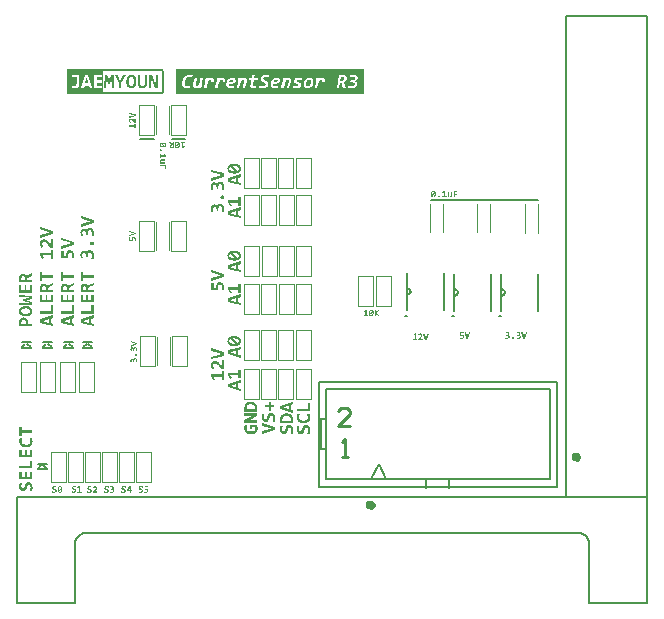
<source format=gto>
G04 Layer_Color=65535*
%FSLAX23Y23*%
%MOIN*%
G70*
G01*
G75*
%ADD23C,0.010*%
%ADD24C,0.016*%
%ADD27C,0.006*%
%ADD28C,0.008*%
%ADD29C,0.005*%
%ADD30C,0.004*%
%ADD31C,0.008*%
%ADD32C,0.006*%
%ADD33R,0.005X0.073*%
%ADD34R,0.205X0.005*%
G36*
X3050Y3000D02*
Y2989D01*
X3007Y2976D01*
Y2985D01*
X3033Y2992D01*
X3041Y2995D01*
X3032Y2997D01*
X3007Y3004D01*
Y3013D01*
X3050Y3000D01*
D02*
G37*
G36*
X3038Y3046D02*
X3038Y3046D01*
X3039Y3046D01*
X3040Y3046D01*
X3041Y3046D01*
X3042Y3046D01*
X3043Y3045D01*
X3043D01*
X3043Y3045D01*
X3043Y3045D01*
X3043Y3045D01*
X3044Y3045D01*
X3044Y3044D01*
X3045Y3044D01*
X3046Y3043D01*
X3046Y3042D01*
X3047Y3041D01*
Y3041D01*
X3047Y3041D01*
X3047Y3041D01*
X3047Y3041D01*
X3048Y3041D01*
X3048Y3041D01*
X3048Y3040D01*
X3049Y3039D01*
X3049Y3038D01*
X3049Y3037D01*
X3050Y3036D01*
Y3036D01*
X3050Y3036D01*
X3050Y3036D01*
X3050Y3035D01*
X3050Y3035D01*
X3050Y3035D01*
X3050Y3034D01*
X3050Y3034D01*
X3050Y3033D01*
X3050Y3033D01*
X3050Y3032D01*
X3050Y3030D01*
X3050Y3029D01*
Y3029D01*
Y3029D01*
Y3029D01*
Y3028D01*
Y3028D01*
X3050Y3028D01*
Y3027D01*
Y3027D01*
X3050Y3026D01*
X3050Y3025D01*
X3050Y3024D01*
X3050Y3022D01*
Y3022D01*
Y3022D01*
X3050Y3022D01*
X3050Y3022D01*
X3050Y3022D01*
X3050Y3021D01*
X3050Y3021D01*
X3050Y3020D01*
X3050Y3019D01*
X3049Y3018D01*
X3049Y3017D01*
X3049Y3016D01*
X3041D01*
X3041Y3016D01*
X3041Y3016D01*
X3041Y3017D01*
X3041Y3017D01*
X3041Y3018D01*
X3041Y3018D01*
X3042Y3019D01*
X3042Y3019D01*
Y3019D01*
X3042Y3020D01*
X3042Y3020D01*
X3042Y3020D01*
X3042Y3021D01*
X3042Y3021D01*
X3043Y3023D01*
Y3023D01*
X3043Y3023D01*
X3043Y3023D01*
X3043Y3024D01*
X3043Y3024D01*
X3043Y3025D01*
X3043Y3026D01*
Y3026D01*
X3043Y3026D01*
Y3026D01*
X3043Y3027D01*
X3043Y3027D01*
Y3028D01*
X3043Y3029D01*
Y3029D01*
Y3029D01*
Y3029D01*
Y3029D01*
Y3030D01*
X3043Y3030D01*
X3043Y3031D01*
X3043Y3032D01*
X3043Y3032D01*
X3043Y3033D01*
Y3033D01*
X3043Y3033D01*
X3043Y3034D01*
X3043Y3034D01*
X3042Y3034D01*
X3042Y3035D01*
X3042Y3035D01*
X3042Y3036D01*
X3042Y3036D01*
X3042Y3036D01*
X3042Y3036D01*
X3041Y3036D01*
X3041Y3037D01*
X3041Y3037D01*
X3040Y3037D01*
X3040Y3037D01*
X3040Y3037D01*
X3040Y3037D01*
X3040Y3037D01*
X3039Y3037D01*
X3039Y3037D01*
X3039Y3038D01*
X3038D01*
X3038Y3038D01*
X3037Y3037D01*
X3037Y3037D01*
X3036Y3037D01*
X3036Y3037D01*
X3035Y3037D01*
X3035Y3037D01*
X3035Y3036D01*
X3035Y3036D01*
X3035Y3036D01*
X3035Y3036D01*
X3034Y3035D01*
X3034Y3035D01*
X3034Y3034D01*
X3034Y3034D01*
X3033Y3034D01*
X3033Y3034D01*
X3033Y3033D01*
X3033Y3033D01*
X3033Y3032D01*
X3032Y3032D01*
X3032Y3031D01*
X3032Y3031D01*
X3032Y3031D01*
X3032Y3030D01*
X3032Y3030D01*
X3031Y3029D01*
X3031Y3028D01*
X3031Y3028D01*
X3031Y3027D01*
X3031Y3027D01*
X3031Y3027D01*
X3030Y3026D01*
X3030Y3026D01*
X3030Y3025D01*
X3030Y3025D01*
X3029Y3024D01*
X3029Y3023D01*
X3029Y3023D01*
X3029Y3023D01*
X3029Y3023D01*
X3028Y3022D01*
X3028Y3022D01*
X3028Y3021D01*
X3027Y3020D01*
X3027Y3020D01*
X3027Y3020D01*
X3026Y3020D01*
X3026Y3019D01*
X3026Y3019D01*
X3025Y3019D01*
X3025Y3018D01*
X3024Y3018D01*
X3023Y3017D01*
X3023D01*
X3023Y3017D01*
X3023Y3017D01*
X3023Y3017D01*
X3022Y3017D01*
X3021Y3017D01*
X3020Y3017D01*
X3020Y3017D01*
X3019Y3017D01*
X3018D01*
X3018Y3017D01*
X3017Y3017D01*
X3016Y3017D01*
X3015Y3017D01*
X3015Y3017D01*
X3014Y3018D01*
X3014D01*
X3014Y3018D01*
X3014Y3018D01*
X3013Y3018D01*
X3013Y3018D01*
X3012Y3018D01*
X3012Y3019D01*
X3011Y3019D01*
X3010Y3020D01*
X3010Y3020D01*
Y3020D01*
X3010Y3020D01*
X3010Y3021D01*
X3009Y3021D01*
X3009Y3022D01*
X3008Y3022D01*
X3008Y3023D01*
X3008Y3024D01*
X3007Y3025D01*
Y3025D01*
X3007Y3026D01*
X3007Y3026D01*
X3007Y3026D01*
X3007Y3026D01*
X3007Y3027D01*
X3007Y3027D01*
X3007Y3028D01*
X3007Y3028D01*
X3006Y3029D01*
X3006Y3029D01*
X3006Y3030D01*
X3006Y3031D01*
X3006Y3033D01*
Y3033D01*
Y3033D01*
Y3033D01*
Y3034D01*
X3006Y3034D01*
Y3035D01*
X3006Y3036D01*
Y3036D01*
Y3036D01*
X3006Y3036D01*
X3006Y3036D01*
X3006Y3037D01*
X3006Y3037D01*
X3007Y3038D01*
Y3038D01*
X3007Y3039D01*
X3007Y3039D01*
X3007Y3039D01*
X3007Y3040D01*
X3007Y3040D01*
X3007Y3041D01*
Y3041D01*
X3007Y3041D01*
X3007Y3041D01*
X3007Y3042D01*
X3007Y3042D01*
X3007Y3042D01*
X3007Y3043D01*
X3015D01*
Y3043D01*
X3015Y3043D01*
X3015Y3043D01*
X3015Y3043D01*
X3015Y3042D01*
X3014Y3042D01*
X3014Y3041D01*
Y3041D01*
X3014Y3041D01*
X3014Y3041D01*
X3014Y3040D01*
X3014Y3040D01*
X3014Y3039D01*
X3014Y3038D01*
Y3038D01*
X3014Y3038D01*
X3013Y3038D01*
X3013Y3038D01*
X3013Y3037D01*
X3013Y3037D01*
X3013Y3036D01*
Y3036D01*
X3013Y3035D01*
Y3035D01*
X3013Y3035D01*
Y3035D01*
X3013Y3034D01*
Y3033D01*
Y3033D01*
Y3033D01*
Y3033D01*
Y3032D01*
X3013Y3032D01*
X3013Y3031D01*
X3013Y3031D01*
X3013Y3030D01*
X3013Y3030D01*
Y3029D01*
X3013Y3029D01*
X3014Y3029D01*
X3014Y3029D01*
X3014Y3028D01*
X3014Y3028D01*
X3014Y3028D01*
X3014Y3027D01*
X3014Y3027D01*
X3014Y3027D01*
X3015Y3027D01*
X3015Y3027D01*
X3015Y3026D01*
X3016Y3026D01*
X3016Y3026D01*
X3016D01*
X3016Y3026D01*
X3016Y3026D01*
X3016Y3026D01*
X3017Y3025D01*
X3017Y3025D01*
X3018Y3025D01*
X3018D01*
X3018Y3025D01*
X3019Y3025D01*
X3019Y3026D01*
X3019Y3026D01*
X3020Y3026D01*
X3020Y3026D01*
X3020Y3026D01*
X3020Y3026D01*
X3020Y3027D01*
X3021Y3027D01*
X3021Y3027D01*
X3021Y3028D01*
X3022Y3028D01*
X3022Y3029D01*
X3022Y3029D01*
X3022Y3029D01*
X3022Y3029D01*
X3022Y3030D01*
X3023Y3030D01*
X3023Y3031D01*
X3023Y3031D01*
X3023Y3032D01*
Y3032D01*
X3023Y3032D01*
X3023Y3032D01*
X3024Y3033D01*
X3024Y3033D01*
X3024Y3034D01*
X3024Y3034D01*
X3024Y3035D01*
X3025Y3036D01*
Y3036D01*
X3025Y3036D01*
X3025Y3036D01*
X3025Y3037D01*
X3025Y3037D01*
X3026Y3038D01*
X3026Y3038D01*
X3027Y3040D01*
Y3040D01*
X3027Y3040D01*
X3027Y3040D01*
X3027Y3040D01*
X3027Y3041D01*
X3028Y3041D01*
X3028Y3042D01*
X3028Y3043D01*
X3029Y3043D01*
X3029Y3043D01*
X3029Y3043D01*
X3029Y3044D01*
X3030Y3044D01*
X3030Y3044D01*
X3031Y3045D01*
X3032Y3045D01*
X3032Y3046D01*
X3032Y3046D01*
X3033Y3046D01*
X3033Y3046D01*
X3033Y3046D01*
X3034Y3046D01*
X3035Y3046D01*
X3036Y3046D01*
X3037Y3046D01*
X3037D01*
X3038Y3046D01*
D02*
G37*
G36*
X3164Y3043D02*
X3164Y3043D01*
X3164Y3042D01*
X3165Y3042D01*
X3165Y3042D01*
X3165Y3042D01*
X3165Y3041D01*
X3165Y3040D01*
X3166Y3039D01*
X3166Y3038D01*
X3166Y3037D01*
Y3037D01*
X3166Y3037D01*
Y3037D01*
X3166Y3037D01*
X3166Y3036D01*
X3166Y3036D01*
X3166Y3035D01*
X3166Y3035D01*
X3167Y3034D01*
X3167Y3033D01*
X3167Y3032D01*
Y3032D01*
Y3031D01*
Y3031D01*
X3167Y3031D01*
Y3030D01*
X3167Y3030D01*
X3166Y3029D01*
X3166Y3029D01*
X3166Y3028D01*
X3166Y3026D01*
X3166Y3025D01*
X3165Y3023D01*
Y3023D01*
X3165Y3023D01*
X3165Y3023D01*
X3165Y3023D01*
X3165Y3022D01*
X3165Y3022D01*
X3164Y3021D01*
X3164Y3020D01*
X3163Y3019D01*
X3162Y3018D01*
X3161Y3017D01*
X3161Y3017D01*
X3161Y3017D01*
X3161Y3017D01*
X3161Y3017D01*
X3160Y3017D01*
X3160Y3017D01*
X3160Y3016D01*
X3159Y3016D01*
X3159Y3016D01*
X3158Y3015D01*
X3157Y3015D01*
X3156Y3014D01*
X3155Y3014D01*
X3155D01*
X3154Y3014D01*
X3154Y3014D01*
X3154Y3013D01*
X3153Y3013D01*
X3153Y3013D01*
X3152Y3013D01*
X3152Y3013D01*
X3151Y3013D01*
X3151Y3013D01*
X3150Y3013D01*
X3149Y3013D01*
X3148Y3013D01*
X3147Y3012D01*
X3145Y3012D01*
X3145D01*
X3144Y3012D01*
X3144D01*
X3143Y3013D01*
X3143Y3013D01*
X3142Y3013D01*
X3141Y3013D01*
X3141Y3013D01*
X3139Y3013D01*
X3137Y3013D01*
X3136Y3014D01*
X3136D01*
X3135Y3014D01*
X3135Y3014D01*
X3135Y3014D01*
X3135Y3014D01*
X3134Y3014D01*
X3134Y3015D01*
X3133Y3015D01*
X3132Y3015D01*
X3131Y3016D01*
X3130Y3017D01*
X3129Y3018D01*
X3129Y3018D01*
X3128Y3018D01*
X3128Y3018D01*
X3128Y3018D01*
X3128Y3018D01*
X3128Y3019D01*
X3127Y3019D01*
X3127Y3019D01*
X3126Y3020D01*
X3125Y3021D01*
X3125Y3023D01*
X3124Y3024D01*
Y3024D01*
X3124Y3024D01*
X3124Y3024D01*
X3124Y3025D01*
X3124Y3025D01*
X3124Y3025D01*
X3123Y3026D01*
X3123Y3026D01*
X3123Y3027D01*
X3123Y3028D01*
X3123Y3028D01*
X3123Y3029D01*
X3123Y3030D01*
X3123Y3032D01*
Y3032D01*
Y3032D01*
Y3033D01*
Y3033D01*
Y3033D01*
X3123Y3034D01*
X3123Y3035D01*
Y3035D01*
Y3035D01*
X3123Y3035D01*
Y3036D01*
X3123Y3036D01*
X3123Y3037D01*
X3123Y3037D01*
Y3037D01*
X3123Y3038D01*
X3123Y3038D01*
X3123Y3038D01*
X3123Y3039D01*
X3123Y3039D01*
X3123Y3040D01*
Y3040D01*
X3123Y3040D01*
X3124Y3040D01*
X3124Y3041D01*
X3124Y3041D01*
X3124Y3042D01*
X3124Y3043D01*
X3132D01*
Y3043D01*
X3132Y3043D01*
X3132Y3042D01*
X3132Y3042D01*
X3132Y3042D01*
X3132Y3042D01*
X3131Y3041D01*
X3131Y3040D01*
X3131Y3039D01*
X3131Y3038D01*
X3130Y3037D01*
Y3037D01*
X3130Y3037D01*
Y3037D01*
X3130Y3037D01*
X3130Y3036D01*
X3130Y3036D01*
X3130Y3035D01*
X3130Y3034D01*
X3130Y3034D01*
X3130Y3033D01*
Y3033D01*
Y3033D01*
Y3032D01*
Y3032D01*
X3130Y3032D01*
Y3032D01*
X3130Y3031D01*
X3130Y3030D01*
X3130Y3029D01*
X3130Y3028D01*
X3131Y3028D01*
Y3027D01*
X3131Y3027D01*
X3131Y3027D01*
X3131Y3027D01*
X3132Y3026D01*
X3132Y3026D01*
X3133Y3025D01*
X3133Y3025D01*
X3134Y3024D01*
X3134Y3024D01*
X3134Y3024D01*
X3135Y3024D01*
X3135Y3023D01*
X3136Y3023D01*
X3137Y3023D01*
X3138Y3022D01*
X3139Y3022D01*
X3139D01*
X3139Y3022D01*
X3139D01*
X3139Y3022D01*
X3139Y3022D01*
X3140Y3022D01*
X3140Y3022D01*
X3140Y3022D01*
X3141Y3022D01*
X3142Y3021D01*
X3143Y3021D01*
X3145Y3021D01*
X3146D01*
X3146Y3021D01*
X3146D01*
X3147Y3021D01*
X3148Y3021D01*
X3149Y3022D01*
X3150Y3022D01*
X3151Y3022D01*
X3151D01*
X3151Y3022D01*
X3151Y3022D01*
X3151Y3022D01*
X3152Y3022D01*
X3152Y3022D01*
X3153Y3023D01*
X3154Y3023D01*
X3155Y3024D01*
X3156Y3024D01*
X3156Y3024D01*
X3156Y3024D01*
X3156Y3025D01*
X3157Y3025D01*
X3157Y3026D01*
X3158Y3026D01*
X3158Y3027D01*
X3158Y3028D01*
Y3028D01*
X3158Y3028D01*
X3158Y3028D01*
X3159Y3028D01*
X3159Y3028D01*
X3159Y3029D01*
X3159Y3030D01*
X3159Y3031D01*
X3159Y3032D01*
X3159Y3033D01*
Y3033D01*
Y3033D01*
Y3033D01*
X3159Y3034D01*
Y3034D01*
X3159Y3034D01*
X3159Y3035D01*
Y3035D01*
X3159Y3035D01*
X3159Y3036D01*
X3159Y3036D01*
X3159Y3036D01*
X3159Y3037D01*
X3159Y3038D01*
Y3038D01*
X3159Y3038D01*
X3158Y3038D01*
X3158Y3039D01*
X3158Y3039D01*
X3158Y3039D01*
X3158Y3040D01*
X3158Y3040D01*
X3158Y3041D01*
X3158Y3041D01*
X3157Y3041D01*
X3157Y3041D01*
X3157Y3042D01*
X3157Y3043D01*
X3164D01*
Y3043D01*
D02*
G37*
G36*
X3166Y3053D02*
X3123D01*
Y3061D01*
X3159D01*
Y3079D01*
X3166D01*
Y3053D01*
D02*
G37*
G36*
X2749Y3947D02*
X2744D01*
Y3934D01*
X2749Y3936D01*
X2750Y3933D01*
X2743Y3929D01*
X2740D01*
Y3947D01*
X2735D01*
Y3951D01*
X2749D01*
Y3947D01*
D02*
G37*
G36*
X2880Y3511D02*
Y3500D01*
X2837Y3487D01*
Y3496D01*
X2863Y3503D01*
X2871Y3506D01*
X2862Y3508D01*
X2837Y3515D01*
Y3524D01*
X2880Y3511D01*
D02*
G37*
G36*
X3035Y3072D02*
X3048D01*
Y3065D01*
X3035D01*
Y3052D01*
X3029D01*
Y3065D01*
X3016D01*
Y3072D01*
X3029D01*
Y3084D01*
X3035D01*
Y3072D01*
D02*
G37*
G36*
X2725Y3951D02*
X2725Y3951D01*
X2725D01*
X2726Y3951D01*
X2726Y3951D01*
X2727Y3951D01*
X2727Y3951D01*
X2728Y3951D01*
X2728D01*
X2728Y3951D01*
X2728Y3951D01*
X2728Y3951D01*
X2728Y3951D01*
X2728Y3950D01*
X2729Y3950D01*
X2729Y3950D01*
X2729Y3950D01*
X2730Y3949D01*
X2730Y3949D01*
X2730Y3949D01*
X2730Y3949D01*
X2730Y3949D01*
X2730Y3949D01*
X2731Y3948D01*
X2731Y3948D01*
X2731Y3948D01*
X2731Y3948D01*
X2731Y3948D01*
X2731Y3947D01*
X2731Y3947D01*
X2731Y3947D01*
X2732Y3946D01*
X2732Y3945D01*
Y3945D01*
X2732Y3945D01*
X2732Y3945D01*
X2732Y3945D01*
X2732Y3945D01*
X2732Y3945D01*
X2732Y3944D01*
X2732Y3944D01*
X2732Y3944D01*
X2732Y3943D01*
X2732Y3943D01*
X2732Y3942D01*
X2733Y3942D01*
X2733Y3941D01*
X2733Y3941D01*
Y3940D01*
Y3940D01*
Y3940D01*
Y3940D01*
Y3940D01*
X2733Y3940D01*
Y3939D01*
X2733Y3939D01*
X2733Y3939D01*
X2732Y3938D01*
X2732Y3938D01*
X2732Y3937D01*
X2732Y3936D01*
X2732Y3936D01*
Y3936D01*
X2732Y3936D01*
X2732Y3935D01*
X2732Y3935D01*
X2732Y3935D01*
X2732Y3935D01*
X2732Y3935D01*
X2732Y3934D01*
X2731Y3934D01*
X2731Y3933D01*
X2731Y3933D01*
X2730Y3932D01*
X2730Y3932D01*
X2730Y3932D01*
X2730Y3932D01*
X2730Y3932D01*
X2730Y3932D01*
X2730Y3932D01*
X2730Y3931D01*
X2729Y3931D01*
X2729Y3931D01*
X2728Y3930D01*
X2728Y3930D01*
X2728D01*
X2728Y3930D01*
X2727Y3930D01*
X2727Y3930D01*
X2727Y3930D01*
X2727Y3930D01*
X2727Y3930D01*
X2727Y3930D01*
X2726Y3930D01*
X2726Y3929D01*
X2725Y3929D01*
X2725Y3929D01*
X2724Y3929D01*
X2724D01*
X2724Y3929D01*
X2723D01*
X2723Y3929D01*
X2723Y3929D01*
X2722Y3929D01*
X2722Y3929D01*
X2721Y3930D01*
X2721Y3930D01*
X2721D01*
X2721Y3930D01*
X2721Y3930D01*
X2720Y3930D01*
X2720Y3930D01*
X2720Y3930D01*
X2720Y3930D01*
X2719Y3931D01*
X2719Y3931D01*
X2719Y3931D01*
X2718Y3932D01*
X2718Y3932D01*
X2718Y3932D01*
X2718Y3932D01*
X2718Y3932D01*
X2718Y3932D01*
X2718Y3932D01*
X2718Y3933D01*
X2718Y3933D01*
X2717Y3933D01*
X2717Y3933D01*
X2717Y3933D01*
X2717Y3934D01*
X2717Y3934D01*
X2716Y3935D01*
Y3935D01*
X2716Y3935D01*
X2716Y3935D01*
X2716Y3936D01*
X2716Y3936D01*
X2716Y3936D01*
X2716Y3936D01*
X2716Y3937D01*
X2716Y3937D01*
X2716Y3937D01*
X2716Y3938D01*
X2716Y3938D01*
X2716Y3939D01*
X2716Y3939D01*
X2716Y3940D01*
Y3940D01*
Y3940D01*
Y3940D01*
Y3940D01*
Y3941D01*
X2716Y3941D01*
Y3941D01*
X2716Y3941D01*
X2716Y3942D01*
X2716Y3942D01*
X2716Y3942D01*
X2716Y3943D01*
X2716Y3944D01*
X2716Y3945D01*
Y3945D01*
X2716Y3945D01*
X2717Y3945D01*
X2717Y3945D01*
X2717Y3945D01*
X2717Y3946D01*
X2717Y3946D01*
X2717Y3946D01*
X2717Y3947D01*
X2717Y3947D01*
X2718Y3948D01*
X2718Y3948D01*
X2718Y3948D01*
X2718Y3948D01*
X2718Y3949D01*
X2718Y3949D01*
X2718Y3949D01*
X2719Y3949D01*
X2719Y3949D01*
X2719Y3950D01*
X2720Y3950D01*
X2720Y3950D01*
X2721Y3951D01*
X2721D01*
X2721Y3951D01*
X2721Y3951D01*
X2721Y3951D01*
X2721Y3951D01*
X2721Y3951D01*
X2722Y3951D01*
X2722Y3951D01*
X2722Y3951D01*
X2722Y3951D01*
X2723Y3951D01*
X2724Y3951D01*
X2724Y3951D01*
X2725D01*
X2725Y3951D01*
D02*
G37*
G36*
X3098Y3006D02*
X3098Y3006D01*
X3099Y3006D01*
X3100Y3006D01*
X3101Y3006D01*
X3102Y3005D01*
X3103Y3005D01*
X3103D01*
X3103Y3005D01*
X3104Y3005D01*
X3104Y3005D01*
X3104Y3004D01*
X3105Y3004D01*
X3106Y3003D01*
X3106Y3003D01*
X3107Y3002D01*
X3108Y3001D01*
Y3001D01*
X3108Y3001D01*
X3108Y3001D01*
X3108Y3001D01*
X3108Y3001D01*
X3108Y3000D01*
X3109Y3000D01*
X3109Y2999D01*
X3109Y2998D01*
X3110Y2997D01*
X3110Y2996D01*
Y2996D01*
X3110Y2996D01*
X3110Y2995D01*
X3110Y2995D01*
X3110Y2995D01*
X3110Y2995D01*
X3110Y2994D01*
X3111Y2994D01*
X3111Y2993D01*
X3111Y2993D01*
X3111Y2991D01*
X3111Y2990D01*
X3111Y2989D01*
Y2989D01*
Y2989D01*
Y2988D01*
Y2988D01*
Y2988D01*
X3111Y2988D01*
Y2987D01*
Y2987D01*
X3111Y2986D01*
X3111Y2985D01*
X3111Y2983D01*
X3111Y2982D01*
Y2982D01*
Y2982D01*
X3110Y2982D01*
X3110Y2982D01*
X3110Y2981D01*
X3110Y2981D01*
X3110Y2981D01*
X3110Y2980D01*
X3110Y2979D01*
X3110Y2978D01*
X3110Y2977D01*
X3109Y2976D01*
X3101D01*
X3101Y2976D01*
X3101Y2976D01*
X3101Y2977D01*
X3102Y2977D01*
X3102Y2977D01*
X3102Y2978D01*
X3102Y2978D01*
X3102Y2979D01*
Y2979D01*
X3102Y2979D01*
X3102Y2980D01*
X3103Y2980D01*
X3103Y2981D01*
X3103Y2981D01*
X3103Y2982D01*
Y2983D01*
X3103Y2983D01*
X3103Y2983D01*
X3103Y2983D01*
X3103Y2984D01*
X3103Y2985D01*
X3104Y2986D01*
Y2986D01*
X3104Y2986D01*
Y2986D01*
X3104Y2987D01*
X3104Y2987D01*
Y2988D01*
X3104Y2989D01*
Y2989D01*
Y2989D01*
Y2989D01*
Y2989D01*
Y2990D01*
X3104Y2990D01*
X3104Y2991D01*
X3104Y2992D01*
X3104Y2992D01*
X3103Y2993D01*
Y2993D01*
X3103Y2993D01*
X3103Y2993D01*
X3103Y2994D01*
X3103Y2994D01*
X3103Y2995D01*
X3103Y2995D01*
X3102Y2995D01*
X3102Y2995D01*
X3102Y2996D01*
X3102Y2996D01*
X3102Y2996D01*
X3101Y2996D01*
X3101Y2997D01*
X3101Y2997D01*
X3101Y2997D01*
X3101Y2997D01*
X3100Y2997D01*
X3100Y2997D01*
X3100Y2997D01*
X3099Y2997D01*
X3099Y2997D01*
X3098D01*
X3098Y2997D01*
X3098Y2997D01*
X3097Y2997D01*
X3097Y2997D01*
X3096Y2997D01*
X3096Y2996D01*
X3096Y2996D01*
X3096Y2996D01*
X3096Y2996D01*
X3095Y2996D01*
X3095Y2995D01*
X3095Y2995D01*
X3094Y2995D01*
X3094Y2994D01*
X3094Y2994D01*
X3094Y2994D01*
X3094Y2994D01*
X3094Y2993D01*
X3093Y2993D01*
X3093Y2992D01*
X3093Y2991D01*
X3093Y2991D01*
X3093Y2991D01*
X3092Y2990D01*
X3092Y2990D01*
X3092Y2990D01*
X3092Y2989D01*
X3092Y2988D01*
X3091Y2988D01*
X3091Y2987D01*
X3091Y2987D01*
X3091Y2987D01*
X3091Y2986D01*
X3091Y2986D01*
X3090Y2985D01*
X3090Y2984D01*
X3090Y2984D01*
X3089Y2983D01*
X3089Y2983D01*
X3089Y2983D01*
X3089Y2982D01*
X3089Y2982D01*
X3088Y2981D01*
X3088Y2981D01*
X3088Y2980D01*
X3087Y2980D01*
X3087Y2980D01*
X3087Y2979D01*
X3087Y2979D01*
X3086Y2979D01*
X3086Y2978D01*
X3085Y2978D01*
X3084Y2978D01*
X3084Y2977D01*
X3084D01*
X3084Y2977D01*
X3083Y2977D01*
X3083Y2977D01*
X3082Y2977D01*
X3082Y2977D01*
X3081Y2977D01*
X3080Y2976D01*
X3079Y2976D01*
X3079D01*
X3078Y2976D01*
X3077Y2977D01*
X3077Y2977D01*
X3076Y2977D01*
X3075Y2977D01*
X3074Y2977D01*
X3074D01*
X3074Y2977D01*
X3074Y2977D01*
X3074Y2978D01*
X3073Y2978D01*
X3073Y2978D01*
X3072Y2978D01*
X3072Y2979D01*
X3071Y2980D01*
X3070Y2980D01*
Y2980D01*
X3070Y2980D01*
X3070Y2981D01*
X3070Y2981D01*
X3069Y2982D01*
X3069Y2982D01*
X3068Y2983D01*
X3068Y2984D01*
X3068Y2985D01*
Y2985D01*
X3068Y2985D01*
X3068Y2986D01*
X3067Y2986D01*
X3067Y2986D01*
X3067Y2986D01*
X3067Y2987D01*
X3067Y2987D01*
X3067Y2988D01*
X3067Y2988D01*
X3067Y2989D01*
X3067Y2990D01*
X3067Y2991D01*
X3067Y2993D01*
Y2993D01*
Y2993D01*
Y2993D01*
Y2994D01*
X3067Y2994D01*
Y2994D01*
X3067Y2995D01*
Y2995D01*
Y2996D01*
X3067Y2996D01*
X3067Y2996D01*
X3067Y2997D01*
X3067Y2997D01*
X3067Y2998D01*
Y2998D01*
X3067Y2998D01*
X3067Y2999D01*
X3067Y2999D01*
X3067Y2999D01*
X3067Y3000D01*
X3067Y3001D01*
Y3001D01*
X3068Y3001D01*
X3068Y3001D01*
X3068Y3002D01*
X3068Y3002D01*
X3068Y3002D01*
X3068Y3003D01*
X3075D01*
Y3003D01*
X3075Y3003D01*
X3075Y3003D01*
X3075Y3002D01*
X3075Y3002D01*
X3075Y3002D01*
X3075Y3001D01*
Y3001D01*
X3075Y3001D01*
X3075Y3000D01*
X3074Y3000D01*
X3074Y3000D01*
X3074Y2999D01*
X3074Y2998D01*
Y2998D01*
X3074Y2998D01*
X3074Y2998D01*
X3074Y2997D01*
X3074Y2997D01*
X3074Y2997D01*
X3074Y2996D01*
Y2995D01*
X3074Y2995D01*
Y2995D01*
X3074Y2995D01*
Y2994D01*
X3074Y2994D01*
Y2993D01*
Y2993D01*
Y2993D01*
Y2993D01*
Y2992D01*
X3074Y2992D01*
X3074Y2991D01*
X3074Y2991D01*
X3074Y2990D01*
X3074Y2989D01*
Y2989D01*
X3074Y2989D01*
X3074Y2989D01*
X3074Y2989D01*
X3074Y2988D01*
X3074Y2988D01*
X3075Y2987D01*
X3075Y2987D01*
X3075Y2987D01*
X3075Y2987D01*
X3075Y2987D01*
X3075Y2986D01*
X3076Y2986D01*
X3076Y2986D01*
X3076Y2986D01*
X3076D01*
X3076Y2986D01*
X3077Y2985D01*
X3077Y2985D01*
X3077Y2985D01*
X3078Y2985D01*
X3078Y2985D01*
X3079D01*
X3079Y2985D01*
X3079Y2985D01*
X3079Y2985D01*
X3080Y2986D01*
X3080Y2986D01*
X3081Y2986D01*
X3081Y2986D01*
X3081Y2986D01*
X3081Y2986D01*
X3081Y2987D01*
X3081Y2987D01*
X3082Y2987D01*
X3082Y2988D01*
X3082Y2988D01*
X3082Y2989D01*
X3082Y2989D01*
X3083Y2989D01*
X3083Y2989D01*
X3083Y2990D01*
X3083Y2991D01*
X3084Y2991D01*
X3084Y2992D01*
Y2992D01*
X3084Y2992D01*
X3084Y2992D01*
X3084Y2993D01*
X3084Y2993D01*
X3084Y2994D01*
X3085Y2994D01*
X3085Y2995D01*
X3085Y2996D01*
Y2996D01*
X3085Y2996D01*
X3085Y2996D01*
X3086Y2996D01*
X3086Y2997D01*
X3086Y2998D01*
X3086Y2998D01*
X3087Y3000D01*
Y3000D01*
X3087Y3000D01*
X3087Y3000D01*
X3087Y3000D01*
X3088Y3001D01*
X3088Y3001D01*
X3088Y3002D01*
X3089Y3002D01*
X3089Y3003D01*
X3089Y3003D01*
X3090Y3003D01*
X3090Y3003D01*
X3090Y3004D01*
X3091Y3004D01*
X3091Y3005D01*
X3092Y3005D01*
X3093Y3005D01*
X3093Y3005D01*
X3093Y3005D01*
X3093Y3006D01*
X3094Y3006D01*
X3095Y3006D01*
X3095Y3006D01*
X3096Y3006D01*
X3097Y3006D01*
X3098D01*
X3098Y3006D01*
D02*
G37*
G36*
X3090Y3045D02*
X3090D01*
X3091Y3045D01*
X3091Y3045D01*
X3092Y3045D01*
X3093Y3045D01*
X3094Y3044D01*
X3096Y3044D01*
X3097Y3044D01*
X3097D01*
X3097Y3044D01*
X3098Y3044D01*
X3098Y3043D01*
X3098Y3043D01*
X3099Y3043D01*
X3099Y3043D01*
X3100Y3043D01*
X3101Y3042D01*
X3102Y3042D01*
X3103Y3041D01*
X3104Y3040D01*
X3104Y3040D01*
X3104Y3040D01*
X3105Y3040D01*
X3105Y3039D01*
X3105Y3039D01*
X3105Y3039D01*
X3106Y3038D01*
X3106Y3038D01*
X3106Y3038D01*
X3107Y3037D01*
X3107Y3037D01*
X3107Y3036D01*
X3108Y3035D01*
X3109Y3033D01*
Y3033D01*
X3109Y3033D01*
X3109Y3033D01*
X3109Y3032D01*
X3109Y3032D01*
X3109Y3032D01*
X3109Y3031D01*
X3109Y3030D01*
X3110Y3030D01*
X3110Y3029D01*
X3110Y3028D01*
X3110Y3027D01*
X3110Y3026D01*
X3110Y3026D01*
X3110Y3025D01*
Y3023D01*
Y3013D01*
X3067D01*
Y3025D01*
Y3025D01*
Y3025D01*
Y3026D01*
Y3026D01*
X3067Y3027D01*
Y3027D01*
X3067Y3028D01*
X3067Y3028D01*
X3068Y3030D01*
X3068Y3031D01*
X3068Y3032D01*
X3069Y3034D01*
Y3034D01*
X3069Y3034D01*
X3069Y3034D01*
X3069Y3034D01*
X3069Y3035D01*
X3069Y3035D01*
X3070Y3036D01*
X3070Y3037D01*
X3071Y3038D01*
X3071Y3039D01*
X3072Y3040D01*
X3072Y3040D01*
X3073Y3040D01*
X3073Y3040D01*
X3073Y3040D01*
X3073Y3041D01*
X3073Y3041D01*
X3074Y3041D01*
X3074Y3041D01*
X3075Y3042D01*
X3075Y3042D01*
X3076Y3043D01*
X3077Y3043D01*
X3079Y3044D01*
X3079D01*
X3079Y3044D01*
X3079Y3044D01*
X3080Y3044D01*
X3080Y3044D01*
X3080Y3044D01*
X3081Y3044D01*
X3082Y3044D01*
X3082Y3044D01*
X3083Y3045D01*
X3084Y3045D01*
X3084Y3045D01*
X3085Y3045D01*
X3086Y3045D01*
X3088Y3045D01*
X3089D01*
X3090Y3045D01*
D02*
G37*
G36*
X2970Y3084D02*
X2971D01*
X2971Y3083D01*
X2972Y3083D01*
X2973Y3083D01*
X2973Y3083D01*
X2975Y3083D01*
X2977Y3083D01*
X2978Y3082D01*
X2978D01*
X2978Y3082D01*
X2979Y3082D01*
X2979Y3082D01*
X2979Y3082D01*
X2980Y3082D01*
X2980Y3082D01*
X2981Y3081D01*
X2982Y3081D01*
X2983Y3080D01*
X2984Y3079D01*
X2985Y3078D01*
X2985Y3078D01*
X2985Y3078D01*
X2985Y3078D01*
X2986Y3078D01*
X2986Y3078D01*
X2986Y3077D01*
X2986Y3077D01*
X2987Y3077D01*
X2987Y3076D01*
X2987Y3076D01*
X2988Y3075D01*
X2988Y3075D01*
X2989Y3073D01*
X2989Y3072D01*
Y3072D01*
X2990Y3072D01*
X2990Y3071D01*
X2990Y3071D01*
X2990Y3071D01*
X2990Y3070D01*
X2990Y3070D01*
X2990Y3069D01*
X2990Y3068D01*
X2991Y3068D01*
X2991Y3067D01*
X2991Y3066D01*
X2991Y3065D01*
X2991Y3064D01*
X2991Y3063D01*
Y3062D01*
Y3051D01*
X2948D01*
Y3064D01*
Y3064D01*
Y3064D01*
Y3064D01*
Y3065D01*
X2948Y3065D01*
Y3066D01*
X2948Y3066D01*
X2948Y3067D01*
X2948Y3068D01*
X2949Y3070D01*
X2949Y3071D01*
X2949Y3072D01*
Y3072D01*
X2949Y3073D01*
X2950Y3073D01*
X2950Y3073D01*
X2950Y3073D01*
X2950Y3074D01*
X2950Y3075D01*
X2951Y3076D01*
X2951Y3077D01*
X2952Y3078D01*
X2953Y3079D01*
X2953Y3079D01*
X2953Y3079D01*
X2953Y3079D01*
X2954Y3079D01*
X2954Y3079D01*
X2954Y3079D01*
X2955Y3080D01*
X2955Y3080D01*
X2955Y3080D01*
X2956Y3081D01*
X2957Y3081D01*
X2958Y3082D01*
X2960Y3082D01*
X2960D01*
X2960Y3082D01*
X2960Y3082D01*
X2960Y3082D01*
X2961Y3083D01*
X2961Y3083D01*
X2962Y3083D01*
X2962Y3083D01*
X2963Y3083D01*
X2964Y3083D01*
X2964Y3083D01*
X2965Y3083D01*
X2966Y3083D01*
X2967Y3084D01*
X2969Y3084D01*
X2970D01*
X2970Y3084D01*
D02*
G37*
G36*
X2868Y3818D02*
X2868D01*
X2869Y3818D01*
X2870Y3817D01*
X2871Y3817D01*
X2872Y3817D01*
X2873Y3817D01*
X2873D01*
X2873Y3817D01*
X2873Y3816D01*
X2873Y3816D01*
X2874Y3816D01*
X2874Y3816D01*
X2875Y3815D01*
X2876Y3815D01*
X2876Y3814D01*
X2877Y3813D01*
Y3813D01*
X2877Y3813D01*
X2877Y3813D01*
X2877Y3812D01*
X2877Y3812D01*
X2878Y3812D01*
X2878Y3812D01*
X2878Y3811D01*
X2878Y3810D01*
X2879Y3809D01*
X2879Y3808D01*
X2880Y3807D01*
Y3807D01*
X2880Y3807D01*
X2880Y3806D01*
X2880Y3806D01*
X2880Y3806D01*
X2880Y3805D01*
X2880Y3805D01*
X2880Y3804D01*
X2880Y3804D01*
X2880Y3803D01*
X2880Y3802D01*
X2881Y3802D01*
X2881Y3801D01*
X2881Y3800D01*
X2881Y3798D01*
Y3798D01*
Y3798D01*
Y3798D01*
Y3797D01*
X2881Y3797D01*
Y3797D01*
X2881Y3796D01*
Y3796D01*
Y3795D01*
Y3795D01*
X2881Y3795D01*
Y3795D01*
X2880Y3794D01*
X2880Y3793D01*
Y3793D01*
Y3793D01*
X2880Y3793D01*
Y3793D01*
Y3792D01*
X2880Y3792D01*
X2880Y3791D01*
Y3791D01*
X2880Y3791D01*
Y3791D01*
X2880Y3790D01*
X2880Y3790D01*
X2880Y3789D01*
X2873D01*
Y3789D01*
Y3789D01*
X2873Y3789D01*
X2873Y3790D01*
X2873Y3790D01*
X2873Y3791D01*
X2873Y3792D01*
X2874Y3793D01*
X2874Y3793D01*
Y3794D01*
Y3794D01*
Y3794D01*
X2874Y3794D01*
Y3794D01*
X2874Y3794D01*
Y3795D01*
X2874Y3796D01*
X2874Y3797D01*
X2874Y3798D01*
Y3799D01*
Y3799D01*
Y3799D01*
Y3799D01*
Y3799D01*
X2874Y3800D01*
Y3800D01*
X2874Y3801D01*
X2874Y3802D01*
X2874Y3803D01*
X2873Y3804D01*
Y3804D01*
X2873Y3804D01*
X2873Y3804D01*
X2873Y3804D01*
X2873Y3805D01*
X2873Y3805D01*
X2873Y3806D01*
X2872Y3806D01*
X2872Y3807D01*
X2872Y3807D01*
X2872Y3807D01*
X2872Y3807D01*
X2872Y3808D01*
X2871Y3808D01*
X2871Y3808D01*
X2870Y3808D01*
X2870Y3809D01*
X2870Y3809D01*
X2870Y3809D01*
X2870Y3809D01*
X2869Y3809D01*
X2869Y3809D01*
X2868Y3809D01*
X2868Y3809D01*
X2867Y3809D01*
X2867D01*
X2867Y3809D01*
X2866Y3809D01*
X2866Y3809D01*
X2865Y3809D01*
X2865Y3809D01*
X2865Y3809D01*
X2865Y3809D01*
X2864Y3809D01*
X2864Y3808D01*
X2864Y3808D01*
X2864Y3808D01*
X2863Y3808D01*
X2863Y3807D01*
X2863Y3807D01*
X2863Y3807D01*
X2863Y3807D01*
X2862Y3806D01*
X2862Y3806D01*
X2862Y3805D01*
X2862Y3805D01*
X2862Y3804D01*
X2861Y3803D01*
X2861Y3803D01*
X2861Y3803D01*
X2861Y3803D01*
X2861Y3802D01*
X2861Y3801D01*
X2861Y3801D01*
X2861Y3800D01*
Y3799D01*
Y3794D01*
X2855D01*
Y3798D01*
Y3798D01*
Y3799D01*
Y3799D01*
Y3799D01*
X2855Y3799D01*
Y3800D01*
X2855Y3801D01*
X2855Y3801D01*
X2854Y3802D01*
X2854Y3803D01*
X2854Y3803D01*
X2854Y3803D01*
X2854Y3803D01*
X2854Y3804D01*
X2854Y3804D01*
X2854Y3804D01*
X2853Y3805D01*
X2853Y3805D01*
X2853Y3805D01*
X2853Y3806D01*
X2853Y3806D01*
X2852Y3806D01*
X2852Y3806D01*
X2852Y3806D01*
X2851Y3807D01*
X2851Y3807D01*
X2851D01*
X2851Y3807D01*
X2851Y3807D01*
X2850Y3807D01*
X2850Y3807D01*
X2849Y3807D01*
X2848Y3807D01*
X2848D01*
X2848Y3807D01*
X2848Y3807D01*
X2847Y3807D01*
X2846Y3807D01*
X2846Y3806D01*
X2845Y3806D01*
X2845Y3805D01*
X2845Y3805D01*
X2844Y3805D01*
X2844Y3805D01*
X2844Y3804D01*
X2844Y3803D01*
X2843Y3803D01*
X2843Y3801D01*
X2843Y3801D01*
Y3800D01*
Y3800D01*
Y3800D01*
Y3800D01*
Y3800D01*
Y3800D01*
X2843Y3799D01*
Y3799D01*
X2843Y3798D01*
X2843Y3797D01*
X2844Y3796D01*
X2844Y3795D01*
Y3795D01*
Y3795D01*
X2844Y3795D01*
X2844Y3795D01*
X2844Y3794D01*
X2844Y3794D01*
X2844Y3794D01*
X2844Y3793D01*
X2844Y3792D01*
X2845Y3791D01*
X2845Y3790D01*
X2838D01*
X2838Y3790D01*
X2838Y3790D01*
X2838Y3791D01*
X2838Y3791D01*
X2838Y3791D01*
X2838Y3792D01*
X2837Y3793D01*
Y3793D01*
X2837Y3793D01*
X2837Y3793D01*
X2837Y3794D01*
X2837Y3794D01*
X2837Y3794D01*
X2837Y3795D01*
Y3796D01*
X2837Y3796D01*
X2837Y3796D01*
X2837Y3796D01*
X2837Y3797D01*
X2837Y3797D01*
X2837Y3798D01*
Y3798D01*
X2837Y3798D01*
Y3799D01*
X2836Y3799D01*
Y3800D01*
X2836Y3800D01*
Y3801D01*
Y3801D01*
Y3801D01*
Y3801D01*
Y3802D01*
X2836Y3802D01*
Y3802D01*
Y3803D01*
X2837Y3803D01*
X2837Y3804D01*
X2837Y3805D01*
X2837Y3806D01*
X2837Y3807D01*
Y3807D01*
X2837Y3807D01*
X2837Y3808D01*
X2837Y3808D01*
X2838Y3808D01*
X2838Y3809D01*
X2838Y3810D01*
X2838Y3810D01*
X2839Y3811D01*
X2839Y3812D01*
X2839Y3812D01*
X2840Y3812D01*
X2840Y3812D01*
X2840Y3813D01*
X2841Y3813D01*
X2841Y3814D01*
X2842Y3814D01*
X2843Y3815D01*
X2843Y3815D01*
X2843Y3815D01*
X2844Y3815D01*
X2844Y3815D01*
X2845Y3815D01*
X2845Y3815D01*
X2846Y3815D01*
X2847Y3815D01*
X2848D01*
X2848Y3815D01*
X2848D01*
X2849Y3815D01*
X2849Y3815D01*
X2849Y3815D01*
X2850Y3815D01*
X2851Y3815D01*
X2853Y3814D01*
X2853Y3814D01*
X2854D01*
X2854Y3814D01*
X2854Y3813D01*
X2854Y3813D01*
X2854Y3813D01*
X2855Y3812D01*
X2855Y3812D01*
X2856Y3811D01*
X2857Y3810D01*
X2857Y3809D01*
Y3809D01*
Y3809D01*
X2857Y3809D01*
X2857Y3809D01*
X2857Y3810D01*
X2858Y3810D01*
X2858Y3811D01*
X2858Y3812D01*
X2858Y3812D01*
X2858Y3812D01*
X2858Y3813D01*
X2859Y3813D01*
X2859Y3813D01*
X2859Y3814D01*
X2860Y3814D01*
X2860Y3815D01*
X2860Y3815D01*
X2860Y3815D01*
X2861Y3815D01*
X2861Y3816D01*
X2861Y3816D01*
X2862Y3816D01*
X2862Y3817D01*
X2863Y3817D01*
X2863Y3817D01*
X2863Y3817D01*
X2864Y3817D01*
X2864Y3817D01*
X2864Y3817D01*
X2865Y3818D01*
X2866Y3818D01*
X2866Y3818D01*
X2867Y3818D01*
X2867D01*
X2868Y3818D01*
D02*
G37*
G36*
Y3744D02*
X2868D01*
X2869Y3744D01*
X2870Y3744D01*
X2871Y3743D01*
X2872Y3743D01*
X2873Y3743D01*
X2873D01*
X2873Y3743D01*
X2873Y3743D01*
X2873Y3742D01*
X2874Y3742D01*
X2874Y3742D01*
X2875Y3741D01*
X2876Y3741D01*
X2876Y3740D01*
X2877Y3739D01*
Y3739D01*
X2877Y3739D01*
X2877Y3739D01*
X2877Y3739D01*
X2877Y3738D01*
X2878Y3738D01*
X2878Y3738D01*
X2878Y3737D01*
X2878Y3737D01*
X2879Y3735D01*
X2879Y3734D01*
X2880Y3733D01*
Y3733D01*
X2880Y3733D01*
X2880Y3733D01*
X2880Y3732D01*
X2880Y3732D01*
X2880Y3731D01*
X2880Y3731D01*
X2880Y3730D01*
X2880Y3730D01*
X2880Y3729D01*
X2880Y3728D01*
X2881Y3728D01*
X2881Y3727D01*
X2881Y3726D01*
X2881Y3724D01*
Y3724D01*
Y3724D01*
Y3724D01*
Y3724D01*
X2881Y3723D01*
Y3723D01*
X2881Y3722D01*
Y3722D01*
Y3722D01*
Y3721D01*
X2881Y3721D01*
Y3721D01*
X2880Y3720D01*
X2880Y3719D01*
Y3719D01*
Y3719D01*
X2880Y3719D01*
Y3719D01*
Y3718D01*
X2880Y3718D01*
X2880Y3717D01*
Y3717D01*
X2880Y3717D01*
Y3717D01*
X2880Y3716D01*
X2880Y3716D01*
X2880Y3715D01*
X2873D01*
Y3715D01*
Y3715D01*
X2873Y3715D01*
X2873Y3716D01*
X2873Y3716D01*
X2873Y3717D01*
X2873Y3718D01*
X2874Y3719D01*
X2874Y3720D01*
Y3720D01*
Y3720D01*
Y3720D01*
X2874Y3720D01*
Y3720D01*
X2874Y3721D01*
Y3721D01*
X2874Y3722D01*
X2874Y3723D01*
X2874Y3724D01*
Y3725D01*
Y3725D01*
Y3725D01*
Y3725D01*
Y3725D01*
X2874Y3726D01*
Y3727D01*
X2874Y3727D01*
X2874Y3728D01*
X2874Y3729D01*
X2873Y3730D01*
Y3730D01*
X2873Y3730D01*
X2873Y3730D01*
X2873Y3730D01*
X2873Y3731D01*
X2873Y3731D01*
X2873Y3732D01*
X2872Y3732D01*
X2872Y3733D01*
X2872Y3733D01*
X2872Y3733D01*
X2872Y3733D01*
X2872Y3734D01*
X2871Y3734D01*
X2871Y3734D01*
X2870Y3735D01*
X2870Y3735D01*
X2870Y3735D01*
X2870Y3735D01*
X2870Y3735D01*
X2869Y3735D01*
X2869Y3735D01*
X2868Y3735D01*
X2868Y3735D01*
X2867Y3735D01*
X2867D01*
X2867Y3735D01*
X2866Y3735D01*
X2866Y3735D01*
X2865Y3735D01*
X2865Y3735D01*
X2865Y3735D01*
X2865Y3735D01*
X2864Y3735D01*
X2864Y3735D01*
X2864Y3734D01*
X2864Y3734D01*
X2863Y3734D01*
X2863Y3733D01*
X2863Y3733D01*
X2863Y3733D01*
X2863Y3733D01*
X2862Y3732D01*
X2862Y3732D01*
X2862Y3732D01*
X2862Y3731D01*
X2862Y3730D01*
X2861Y3730D01*
X2861Y3730D01*
X2861Y3729D01*
X2861Y3729D01*
X2861Y3728D01*
X2861Y3728D01*
X2861Y3727D01*
X2861Y3726D01*
Y3725D01*
Y3720D01*
X2855D01*
Y3725D01*
Y3725D01*
Y3725D01*
Y3725D01*
Y3725D01*
X2855Y3725D01*
Y3726D01*
X2855Y3727D01*
X2855Y3727D01*
X2854Y3728D01*
X2854Y3729D01*
X2854Y3729D01*
X2854Y3729D01*
X2854Y3729D01*
X2854Y3730D01*
X2854Y3730D01*
X2854Y3731D01*
X2853Y3731D01*
X2853Y3731D01*
X2853Y3732D01*
X2853Y3732D01*
X2853Y3732D01*
X2852Y3732D01*
X2852Y3732D01*
X2852Y3733D01*
X2851Y3733D01*
X2851Y3733D01*
X2851D01*
X2851Y3733D01*
X2851Y3733D01*
X2850Y3733D01*
X2850Y3733D01*
X2849Y3733D01*
X2848Y3733D01*
X2848D01*
X2848Y3733D01*
X2848Y3733D01*
X2847Y3733D01*
X2846Y3733D01*
X2846Y3733D01*
X2845Y3732D01*
X2845Y3732D01*
X2845Y3732D01*
X2844Y3731D01*
X2844Y3731D01*
X2844Y3730D01*
X2844Y3730D01*
X2843Y3729D01*
X2843Y3728D01*
X2843Y3727D01*
Y3726D01*
Y3726D01*
Y3726D01*
Y3726D01*
Y3726D01*
Y3726D01*
X2843Y3725D01*
Y3725D01*
X2843Y3724D01*
X2843Y3723D01*
X2844Y3722D01*
X2844Y3721D01*
Y3721D01*
Y3721D01*
X2844Y3721D01*
X2844Y3721D01*
X2844Y3721D01*
X2844Y3720D01*
X2844Y3720D01*
X2844Y3719D01*
X2844Y3718D01*
X2845Y3717D01*
X2845Y3716D01*
X2838D01*
X2838Y3716D01*
X2838Y3716D01*
X2838Y3717D01*
X2838Y3717D01*
X2838Y3717D01*
X2838Y3718D01*
X2837Y3719D01*
Y3719D01*
X2837Y3719D01*
X2837Y3719D01*
X2837Y3720D01*
X2837Y3720D01*
X2837Y3721D01*
X2837Y3722D01*
Y3722D01*
X2837Y3722D01*
X2837Y3722D01*
X2837Y3722D01*
X2837Y3723D01*
X2837Y3723D01*
X2837Y3724D01*
Y3724D01*
X2837Y3725D01*
Y3725D01*
X2836Y3725D01*
Y3726D01*
X2836Y3726D01*
Y3727D01*
Y3727D01*
Y3727D01*
Y3728D01*
Y3728D01*
X2836Y3728D01*
Y3728D01*
Y3729D01*
X2837Y3729D01*
X2837Y3730D01*
X2837Y3731D01*
X2837Y3732D01*
X2837Y3733D01*
Y3733D01*
X2837Y3734D01*
X2837Y3734D01*
X2837Y3734D01*
X2838Y3734D01*
X2838Y3735D01*
X2838Y3736D01*
X2838Y3736D01*
X2839Y3737D01*
X2839Y3738D01*
X2839Y3738D01*
X2840Y3738D01*
X2840Y3739D01*
X2840Y3739D01*
X2841Y3739D01*
X2841Y3740D01*
X2842Y3740D01*
X2843Y3741D01*
X2843Y3741D01*
X2843Y3741D01*
X2844Y3741D01*
X2844Y3741D01*
X2845Y3741D01*
X2845Y3741D01*
X2846Y3742D01*
X2847Y3742D01*
X2848D01*
X2848Y3742D01*
X2848D01*
X2849Y3742D01*
X2849Y3741D01*
X2849Y3741D01*
X2850Y3741D01*
X2851Y3741D01*
X2853Y3740D01*
X2853Y3740D01*
X2854D01*
X2854Y3740D01*
X2854Y3740D01*
X2854Y3739D01*
X2854Y3739D01*
X2855Y3739D01*
X2855Y3738D01*
X2856Y3737D01*
X2857Y3736D01*
X2857Y3735D01*
Y3735D01*
Y3735D01*
X2857Y3735D01*
X2857Y3736D01*
X2857Y3736D01*
X2858Y3737D01*
X2858Y3737D01*
X2858Y3738D01*
X2858Y3739D01*
X2858Y3739D01*
X2858Y3739D01*
X2859Y3739D01*
X2859Y3740D01*
X2859Y3740D01*
X2860Y3740D01*
X2860Y3741D01*
X2860Y3741D01*
X2860Y3741D01*
X2861Y3742D01*
X2861Y3742D01*
X2861Y3742D01*
X2862Y3742D01*
X2862Y3743D01*
X2863Y3743D01*
X2863Y3743D01*
X2863Y3743D01*
X2864Y3743D01*
X2864Y3743D01*
X2864Y3744D01*
X2865Y3744D01*
X2866Y3744D01*
X2866Y3744D01*
X2867Y3744D01*
X2867D01*
X2868Y3744D01*
D02*
G37*
G36*
X3154Y3006D02*
X3154Y3006D01*
X3155Y3006D01*
X3156Y3006D01*
X3157Y3006D01*
X3158Y3005D01*
X3159Y3005D01*
X3159D01*
X3159Y3005D01*
X3159Y3005D01*
X3160Y3005D01*
X3160Y3004D01*
X3161Y3004D01*
X3161Y3003D01*
X3162Y3003D01*
X3163Y3002D01*
X3163Y3001D01*
Y3001D01*
X3164Y3001D01*
X3164Y3001D01*
X3164Y3001D01*
X3164Y3001D01*
X3164Y3000D01*
X3164Y3000D01*
X3165Y2999D01*
X3165Y2998D01*
X3166Y2997D01*
X3166Y2996D01*
Y2996D01*
X3166Y2996D01*
X3166Y2995D01*
X3166Y2995D01*
X3166Y2995D01*
X3166Y2995D01*
X3166Y2994D01*
X3166Y2994D01*
X3166Y2993D01*
X3166Y2993D01*
X3167Y2991D01*
X3167Y2990D01*
X3167Y2989D01*
Y2989D01*
Y2989D01*
Y2988D01*
Y2988D01*
Y2988D01*
X3167Y2988D01*
Y2987D01*
Y2987D01*
X3167Y2986D01*
X3167Y2985D01*
X3166Y2983D01*
X3166Y2982D01*
Y2982D01*
Y2982D01*
X3166Y2982D01*
X3166Y2982D01*
X3166Y2981D01*
X3166Y2981D01*
X3166Y2981D01*
X3166Y2980D01*
X3166Y2979D01*
X3166Y2978D01*
X3165Y2977D01*
X3165Y2976D01*
X3157D01*
X3157Y2976D01*
X3157Y2976D01*
X3157Y2977D01*
X3157Y2977D01*
X3158Y2977D01*
X3158Y2978D01*
X3158Y2978D01*
X3158Y2979D01*
Y2979D01*
X3158Y2979D01*
X3158Y2980D01*
X3158Y2980D01*
X3158Y2981D01*
X3159Y2981D01*
X3159Y2982D01*
Y2983D01*
X3159Y2983D01*
X3159Y2983D01*
X3159Y2983D01*
X3159Y2984D01*
X3159Y2985D01*
X3159Y2986D01*
Y2986D01*
X3159Y2986D01*
Y2986D01*
X3159Y2987D01*
X3160Y2987D01*
Y2988D01*
X3160Y2989D01*
Y2989D01*
Y2989D01*
Y2989D01*
Y2989D01*
Y2990D01*
X3160Y2990D01*
X3159Y2991D01*
X3159Y2992D01*
X3159Y2992D01*
X3159Y2993D01*
Y2993D01*
X3159Y2993D01*
X3159Y2993D01*
X3159Y2994D01*
X3159Y2994D01*
X3159Y2995D01*
X3158Y2995D01*
X3158Y2995D01*
X3158Y2995D01*
X3158Y2996D01*
X3158Y2996D01*
X3158Y2996D01*
X3157Y2996D01*
X3157Y2997D01*
X3157Y2997D01*
X3156Y2997D01*
X3156Y2997D01*
X3156Y2997D01*
X3156Y2997D01*
X3156Y2997D01*
X3155Y2997D01*
X3155Y2997D01*
X3154D01*
X3154Y2997D01*
X3154Y2997D01*
X3153Y2997D01*
X3153Y2997D01*
X3152Y2997D01*
X3152Y2996D01*
X3152Y2996D01*
X3152Y2996D01*
X3151Y2996D01*
X3151Y2996D01*
X3151Y2995D01*
X3151Y2995D01*
X3150Y2995D01*
X3150Y2994D01*
X3150Y2994D01*
X3150Y2994D01*
X3150Y2994D01*
X3149Y2993D01*
X3149Y2993D01*
X3149Y2992D01*
X3149Y2991D01*
X3148Y2991D01*
X3148Y2991D01*
X3148Y2990D01*
X3148Y2990D01*
X3148Y2990D01*
X3148Y2989D01*
X3148Y2988D01*
X3147Y2988D01*
X3147Y2987D01*
X3147Y2987D01*
X3147Y2987D01*
X3147Y2986D01*
X3147Y2986D01*
X3146Y2985D01*
X3146Y2984D01*
X3146Y2984D01*
X3145Y2983D01*
X3145Y2983D01*
X3145Y2983D01*
X3145Y2982D01*
X3145Y2982D01*
X3144Y2981D01*
X3144Y2981D01*
X3143Y2980D01*
X3143Y2980D01*
X3143Y2980D01*
X3143Y2979D01*
X3142Y2979D01*
X3142Y2979D01*
X3141Y2978D01*
X3141Y2978D01*
X3140Y2978D01*
X3140Y2977D01*
X3140D01*
X3140Y2977D01*
X3139Y2977D01*
X3139Y2977D01*
X3138Y2977D01*
X3138Y2977D01*
X3137Y2977D01*
X3136Y2976D01*
X3135Y2976D01*
X3134D01*
X3134Y2976D01*
X3133Y2977D01*
X3133Y2977D01*
X3132Y2977D01*
X3131Y2977D01*
X3130Y2977D01*
X3130D01*
X3130Y2977D01*
X3130Y2977D01*
X3130Y2978D01*
X3129Y2978D01*
X3129Y2978D01*
X3128Y2978D01*
X3127Y2979D01*
X3127Y2980D01*
X3126Y2980D01*
Y2980D01*
X3126Y2980D01*
X3126Y2981D01*
X3126Y2981D01*
X3125Y2982D01*
X3125Y2982D01*
X3124Y2983D01*
X3124Y2984D01*
X3123Y2985D01*
Y2985D01*
X3123Y2985D01*
X3123Y2986D01*
X3123Y2986D01*
X3123Y2986D01*
X3123Y2986D01*
X3123Y2987D01*
X3123Y2987D01*
X3123Y2988D01*
X3123Y2988D01*
X3123Y2989D01*
X3123Y2990D01*
X3122Y2991D01*
X3122Y2993D01*
Y2993D01*
Y2993D01*
Y2993D01*
Y2994D01*
X3122Y2994D01*
Y2994D01*
X3123Y2995D01*
Y2995D01*
Y2996D01*
X3123Y2996D01*
X3123Y2996D01*
X3123Y2997D01*
X3123Y2997D01*
X3123Y2998D01*
Y2998D01*
X3123Y2998D01*
X3123Y2999D01*
X3123Y2999D01*
X3123Y2999D01*
X3123Y3000D01*
X3123Y3001D01*
Y3001D01*
X3123Y3001D01*
X3123Y3001D01*
X3123Y3002D01*
X3124Y3002D01*
X3124Y3002D01*
X3124Y3003D01*
X3131D01*
Y3003D01*
X3131Y3003D01*
X3131Y3003D01*
X3131Y3002D01*
X3131Y3002D01*
X3131Y3002D01*
X3130Y3001D01*
Y3001D01*
X3130Y3001D01*
X3130Y3000D01*
X3130Y3000D01*
X3130Y3000D01*
X3130Y2999D01*
X3130Y2998D01*
Y2998D01*
X3130Y2998D01*
X3130Y2998D01*
X3130Y2997D01*
X3130Y2997D01*
X3130Y2997D01*
X3129Y2996D01*
Y2995D01*
X3129Y2995D01*
Y2995D01*
X3129Y2995D01*
Y2994D01*
X3129Y2994D01*
Y2993D01*
Y2993D01*
Y2993D01*
Y2993D01*
Y2992D01*
X3129Y2992D01*
X3129Y2991D01*
X3129Y2991D01*
X3130Y2990D01*
X3130Y2989D01*
Y2989D01*
X3130Y2989D01*
X3130Y2989D01*
X3130Y2989D01*
X3130Y2988D01*
X3130Y2988D01*
X3130Y2987D01*
X3131Y2987D01*
X3131Y2987D01*
X3131Y2987D01*
X3131Y2987D01*
X3131Y2986D01*
X3132Y2986D01*
X3132Y2986D01*
X3132Y2986D01*
X3132D01*
X3132Y2986D01*
X3133Y2985D01*
X3133Y2985D01*
X3133Y2985D01*
X3133Y2985D01*
X3134Y2985D01*
X3134D01*
X3135Y2985D01*
X3135Y2985D01*
X3135Y2985D01*
X3136Y2986D01*
X3136Y2986D01*
X3136Y2986D01*
X3136Y2986D01*
X3137Y2986D01*
X3137Y2986D01*
X3137Y2987D01*
X3137Y2987D01*
X3138Y2987D01*
X3138Y2988D01*
X3138Y2988D01*
X3138Y2989D01*
X3138Y2989D01*
X3138Y2989D01*
X3139Y2989D01*
X3139Y2990D01*
X3139Y2991D01*
X3139Y2991D01*
X3140Y2992D01*
Y2992D01*
X3140Y2992D01*
X3140Y2992D01*
X3140Y2993D01*
X3140Y2993D01*
X3140Y2994D01*
X3140Y2994D01*
X3141Y2995D01*
X3141Y2996D01*
Y2996D01*
X3141Y2996D01*
X3141Y2996D01*
X3141Y2996D01*
X3142Y2997D01*
X3142Y2998D01*
X3142Y2998D01*
X3143Y3000D01*
Y3000D01*
X3143Y3000D01*
X3143Y3000D01*
X3143Y3000D01*
X3143Y3001D01*
X3144Y3001D01*
X3144Y3002D01*
X3145Y3002D01*
X3145Y3003D01*
X3145Y3003D01*
X3145Y3003D01*
X3146Y3003D01*
X3146Y3004D01*
X3147Y3004D01*
X3147Y3005D01*
X3148Y3005D01*
X3149Y3005D01*
X3149Y3005D01*
X3149Y3005D01*
X3149Y3006D01*
X3150Y3006D01*
X3150Y3006D01*
X3151Y3006D01*
X3152Y3006D01*
X3153Y3006D01*
X3154D01*
X3154Y3006D01*
D02*
G37*
G36*
X2875Y3772D02*
X2875D01*
X2876Y3772D01*
X2876Y3772D01*
X2876Y3772D01*
X2877Y3772D01*
X2877D01*
X2877Y3772D01*
X2877Y3771D01*
X2878Y3771D01*
X2878Y3771D01*
X2879Y3770D01*
X2879Y3770D01*
X2879Y3770D01*
X2879Y3770D01*
X2879Y3770D01*
X2880Y3769D01*
X2880Y3769D01*
X2880Y3768D01*
Y3768D01*
X2880Y3768D01*
X2880Y3768D01*
X2880Y3767D01*
X2881Y3767D01*
X2881Y3767D01*
X2881Y3766D01*
X2881Y3766D01*
Y3766D01*
Y3765D01*
X2881Y3765D01*
X2881Y3765D01*
X2881Y3764D01*
X2881Y3764D01*
X2880Y3764D01*
X2880Y3763D01*
X2880Y3763D01*
X2880Y3763D01*
X2880Y3763D01*
X2880Y3763D01*
X2879Y3762D01*
X2879Y3761D01*
X2879Y3761D01*
X2879Y3761D01*
X2879Y3761D01*
X2878Y3761D01*
X2878Y3760D01*
X2878Y3760D01*
X2877Y3760D01*
X2877D01*
X2877Y3760D01*
X2876Y3760D01*
X2876Y3760D01*
X2876Y3760D01*
X2875Y3759D01*
X2875Y3759D01*
X2874Y3759D01*
X2874D01*
X2874Y3759D01*
X2874D01*
X2873Y3759D01*
X2873Y3760D01*
X2872Y3760D01*
X2872Y3760D01*
X2872Y3760D01*
X2872Y3760D01*
X2871Y3760D01*
X2871Y3760D01*
X2870Y3761D01*
X2870Y3761D01*
X2870Y3761D01*
X2870Y3761D01*
X2870Y3761D01*
X2869Y3762D01*
X2869Y3762D01*
X2869Y3762D01*
X2868Y3763D01*
X2868Y3763D01*
X2868Y3763D01*
X2868Y3764D01*
X2868Y3764D01*
X2868Y3764D01*
X2868Y3765D01*
X2868Y3765D01*
Y3766D01*
Y3766D01*
Y3766D01*
X2868Y3766D01*
Y3766D01*
X2868Y3767D01*
X2868Y3767D01*
X2868Y3768D01*
X2868Y3768D01*
X2868Y3768D01*
X2869Y3768D01*
X2869Y3769D01*
X2869Y3769D01*
X2869Y3770D01*
X2870Y3770D01*
X2870Y3770D01*
X2870Y3770D01*
X2870Y3771D01*
X2870Y3771D01*
X2871Y3771D01*
X2871Y3771D01*
X2871Y3771D01*
X2872Y3772D01*
X2872Y3772D01*
X2872Y3772D01*
X2872Y3772D01*
X2873Y3772D01*
X2873Y3772D01*
X2873Y3772D01*
X2874Y3772D01*
X2875D01*
X2875Y3772D01*
D02*
G37*
G36*
X3110Y3075D02*
X3102Y3072D01*
Y3057D01*
X3110Y3055D01*
Y3047D01*
X3067Y3059D01*
Y3071D01*
X3110Y3083D01*
Y3075D01*
D02*
G37*
G36*
X2450Y2803D02*
X2450D01*
X2451Y2803D01*
X2451Y2803D01*
X2452Y2802D01*
X2452Y2802D01*
X2453Y2802D01*
X2453D01*
X2453Y2802D01*
X2453Y2802D01*
X2453Y2802D01*
X2453Y2802D01*
X2453Y2802D01*
X2454Y2802D01*
X2454Y2802D01*
X2454Y2801D01*
X2455Y2801D01*
X2455Y2801D01*
X2455Y2801D01*
X2455Y2801D01*
X2455Y2801D01*
X2456Y2800D01*
X2456Y2800D01*
X2456Y2800D01*
X2456Y2799D01*
Y2799D01*
X2456Y2799D01*
X2456Y2799D01*
X2456Y2799D01*
X2456Y2799D01*
X2456Y2799D01*
X2456Y2798D01*
X2457Y2798D01*
X2457Y2797D01*
X2457Y2797D01*
X2457Y2796D01*
Y2796D01*
Y2796D01*
Y2796D01*
Y2796D01*
X2457Y2796D01*
X2457Y2796D01*
X2457Y2795D01*
X2457Y2795D01*
X2456Y2794D01*
X2456Y2794D01*
Y2794D01*
X2456Y2794D01*
X2456Y2794D01*
X2456Y2794D01*
X2456Y2794D01*
X2456Y2793D01*
X2456Y2793D01*
X2456Y2793D01*
X2456Y2792D01*
X2455Y2792D01*
Y2792D01*
X2455Y2792D01*
X2455Y2792D01*
X2455Y2791D01*
X2455Y2791D01*
X2455Y2791D01*
X2454Y2791D01*
X2454Y2790D01*
X2454Y2790D01*
Y2790D01*
X2454Y2790D01*
X2454Y2790D01*
X2453Y2789D01*
X2453Y2789D01*
X2453Y2789D01*
X2452Y2788D01*
X2452Y2788D01*
X2452Y2788D01*
X2448Y2785D01*
X2457D01*
Y2781D01*
X2443D01*
Y2784D01*
X2448Y2789D01*
X2448Y2789D01*
X2448Y2789D01*
X2448Y2789D01*
X2448Y2789D01*
X2448Y2789D01*
X2449Y2789D01*
X2449Y2790D01*
X2449Y2790D01*
X2450Y2791D01*
X2450Y2791D01*
X2450Y2791D01*
Y2791D01*
X2450Y2791D01*
X2450Y2792D01*
X2451Y2792D01*
X2451Y2792D01*
X2451Y2792D01*
X2451Y2793D01*
X2451Y2793D01*
X2452Y2793D01*
X2452Y2793D01*
X2452Y2793D01*
X2452Y2793D01*
X2452Y2794D01*
X2452Y2794D01*
X2452Y2794D01*
X2452Y2794D01*
X2452Y2795D01*
Y2795D01*
X2452Y2795D01*
X2452Y2795D01*
X2452Y2795D01*
X2452Y2795D01*
X2452Y2796D01*
X2452Y2796D01*
Y2796D01*
Y2796D01*
Y2796D01*
X2452Y2797D01*
X2452Y2797D01*
X2452Y2797D01*
X2452Y2797D01*
Y2797D01*
X2452Y2797D01*
X2452Y2797D01*
X2452Y2798D01*
X2452Y2798D01*
X2452Y2798D01*
X2452Y2798D01*
X2452Y2798D01*
X2451Y2798D01*
X2451Y2798D01*
X2451Y2799D01*
X2451Y2799D01*
X2451Y2799D01*
X2451Y2799D01*
X2451Y2799D01*
X2451Y2799D01*
X2450Y2799D01*
X2450Y2799D01*
X2450Y2799D01*
X2450Y2799D01*
X2450Y2799D01*
X2449D01*
X2449Y2799D01*
X2449Y2799D01*
X2448Y2799D01*
X2448Y2799D01*
X2447Y2799D01*
X2447Y2799D01*
X2447D01*
X2447Y2799D01*
X2447Y2798D01*
X2447Y2798D01*
X2446Y2798D01*
X2446Y2798D01*
X2446Y2798D01*
X2445Y2797D01*
X2445Y2797D01*
X2443Y2800D01*
X2443Y2800D01*
X2443Y2800D01*
X2443Y2800D01*
X2443Y2800D01*
X2443Y2800D01*
X2443Y2800D01*
X2444Y2800D01*
X2444Y2801D01*
X2444Y2801D01*
X2445Y2801D01*
X2445Y2802D01*
X2446Y2802D01*
X2446D01*
X2446Y2802D01*
X2446Y2802D01*
X2446Y2802D01*
X2446Y2802D01*
X2447Y2802D01*
X2447Y2802D01*
X2447Y2802D01*
X2447Y2802D01*
X2448Y2802D01*
X2448Y2803D01*
X2449Y2803D01*
X2450Y2803D01*
X2450D01*
X2450Y2803D01*
D02*
G37*
G36*
X2433D02*
X2433D01*
X2434Y2803D01*
X2434D01*
X2434Y2803D01*
X2434Y2803D01*
X2434Y2803D01*
X2435Y2803D01*
X2435Y2802D01*
X2435D01*
X2435Y2802D01*
X2435Y2802D01*
X2435Y2802D01*
X2436Y2802D01*
X2436Y2802D01*
X2436Y2802D01*
X2436D01*
X2436Y2802D01*
X2437Y2802D01*
X2437Y2802D01*
X2437Y2802D01*
X2437Y2802D01*
X2438Y2802D01*
Y2798D01*
X2438D01*
X2437Y2798D01*
X2437Y2798D01*
X2437Y2798D01*
X2437Y2798D01*
X2437Y2799D01*
X2436Y2799D01*
X2436D01*
X2436Y2799D01*
X2436Y2799D01*
X2436Y2799D01*
X2436Y2799D01*
X2436Y2799D01*
X2435Y2799D01*
X2435D01*
X2435Y2799D01*
X2435Y2799D01*
X2435Y2799D01*
X2434Y2799D01*
X2434Y2799D01*
X2434Y2799D01*
X2434D01*
X2434Y2799D01*
X2434D01*
X2433Y2799D01*
X2433D01*
X2433Y2799D01*
X2432D01*
X2432Y2799D01*
X2432Y2799D01*
X2431Y2799D01*
X2431Y2799D01*
X2431Y2799D01*
X2431D01*
X2431Y2799D01*
X2430Y2799D01*
X2430Y2799D01*
X2430Y2799D01*
X2430Y2799D01*
X2430Y2799D01*
X2429Y2799D01*
X2429Y2799D01*
X2429Y2799D01*
X2429Y2798D01*
X2429Y2798D01*
X2429Y2798D01*
X2429Y2798D01*
X2429Y2798D01*
Y2798D01*
X2429Y2798D01*
X2429Y2798D01*
X2429Y2798D01*
X2429Y2797D01*
X2429Y2797D01*
X2429Y2797D01*
Y2797D01*
Y2797D01*
X2429Y2797D01*
X2429Y2796D01*
X2429Y2796D01*
X2429Y2796D01*
X2429Y2796D01*
X2429Y2796D01*
X2429Y2796D01*
X2429Y2796D01*
X2429Y2796D01*
X2429Y2795D01*
X2430Y2795D01*
X2430Y2795D01*
X2430Y2795D01*
X2430Y2795D01*
X2430Y2795D01*
X2430Y2795D01*
X2430Y2795D01*
X2431Y2795D01*
X2431Y2794D01*
X2431Y2794D01*
X2432Y2794D01*
X2432Y2794D01*
X2432D01*
X2432Y2794D01*
X2432Y2794D01*
X2432Y2794D01*
X2433Y2794D01*
X2433Y2794D01*
X2433Y2794D01*
X2433Y2794D01*
X2434Y2793D01*
X2434D01*
X2434Y2793D01*
X2434Y2793D01*
X2434Y2793D01*
X2434Y2793D01*
X2435Y2793D01*
X2435Y2793D01*
X2436Y2792D01*
X2436D01*
X2436Y2792D01*
X2436Y2792D01*
X2436Y2792D01*
X2436Y2792D01*
X2437Y2792D01*
X2437Y2792D01*
X2437Y2792D01*
X2437Y2791D01*
X2437Y2791D01*
X2438Y2791D01*
X2438Y2791D01*
X2438Y2791D01*
X2438Y2791D01*
X2438Y2790D01*
X2438Y2790D01*
X2439Y2790D01*
X2439Y2790D01*
X2439Y2789D01*
X2439Y2789D01*
X2439Y2789D01*
X2439Y2789D01*
X2439Y2788D01*
X2439Y2788D01*
X2439Y2787D01*
Y2787D01*
Y2787D01*
Y2787D01*
Y2787D01*
X2439Y2787D01*
X2439Y2787D01*
X2439Y2786D01*
X2439Y2786D01*
X2439Y2785D01*
X2439Y2785D01*
X2438Y2784D01*
Y2784D01*
X2438Y2784D01*
X2438Y2784D01*
X2438Y2784D01*
X2438Y2784D01*
X2438Y2784D01*
X2438Y2783D01*
X2437Y2783D01*
X2437Y2783D01*
X2437Y2782D01*
X2437D01*
X2437Y2782D01*
X2437Y2782D01*
X2436Y2782D01*
X2436Y2782D01*
X2436Y2782D01*
X2436Y2782D01*
X2435Y2782D01*
X2435Y2781D01*
X2434Y2781D01*
X2434Y2781D01*
X2434D01*
X2434Y2781D01*
X2434Y2781D01*
X2434Y2781D01*
X2433Y2781D01*
X2433Y2781D01*
X2433Y2781D01*
X2433Y2781D01*
X2433Y2781D01*
X2432Y2781D01*
X2432Y2781D01*
X2431Y2781D01*
X2430Y2781D01*
X2430D01*
X2430Y2781D01*
X2429D01*
X2429Y2781D01*
X2428Y2781D01*
X2428Y2781D01*
X2427Y2781D01*
X2427D01*
X2427Y2781D01*
X2427Y2781D01*
X2427Y2781D01*
X2427Y2781D01*
X2426Y2781D01*
X2426Y2781D01*
X2426Y2781D01*
X2425Y2781D01*
X2425Y2781D01*
X2424Y2781D01*
Y2785D01*
X2424Y2785D01*
X2424Y2785D01*
X2424Y2785D01*
X2424Y2785D01*
X2425Y2785D01*
X2425Y2785D01*
X2425Y2785D01*
X2426Y2785D01*
X2426D01*
X2426Y2785D01*
X2426Y2785D01*
X2426Y2785D01*
X2426Y2785D01*
X2427Y2785D01*
X2427Y2784D01*
X2427D01*
X2427Y2784D01*
X2428Y2784D01*
X2428Y2784D01*
X2428Y2784D01*
X2428Y2784D01*
X2429Y2784D01*
X2429D01*
X2429Y2784D01*
X2429D01*
X2429Y2784D01*
X2430Y2784D01*
X2430D01*
X2430Y2784D01*
X2431D01*
X2431Y2784D01*
X2431Y2784D01*
X2432Y2784D01*
X2432Y2784D01*
X2432Y2784D01*
X2432D01*
X2433Y2784D01*
X2433Y2784D01*
X2433Y2784D01*
X2433Y2785D01*
X2433Y2785D01*
X2434Y2785D01*
X2434Y2785D01*
X2434Y2785D01*
X2434Y2785D01*
X2434Y2785D01*
X2434Y2785D01*
X2434Y2785D01*
X2434Y2785D01*
X2434Y2786D01*
X2434Y2786D01*
X2434Y2786D01*
X2435Y2786D01*
X2435Y2786D01*
X2435Y2786D01*
X2435Y2786D01*
X2435Y2787D01*
Y2787D01*
Y2787D01*
Y2787D01*
X2435Y2787D01*
X2435Y2787D01*
X2435Y2787D01*
X2434Y2788D01*
X2434Y2788D01*
X2434Y2788D01*
X2434Y2788D01*
X2434Y2788D01*
X2434Y2788D01*
X2434Y2788D01*
X2434Y2789D01*
X2434Y2789D01*
X2433Y2789D01*
X2433Y2789D01*
X2433Y2789D01*
X2433Y2789D01*
X2433Y2789D01*
X2433Y2789D01*
X2432Y2789D01*
X2432Y2789D01*
X2432Y2790D01*
X2431Y2790D01*
X2431Y2790D01*
X2431Y2790D01*
X2431Y2790D01*
X2431Y2790D01*
X2430Y2790D01*
X2430Y2790D01*
X2430Y2790D01*
X2429Y2790D01*
X2429Y2790D01*
X2429Y2790D01*
X2429Y2791D01*
X2429Y2791D01*
X2429Y2791D01*
X2428Y2791D01*
X2428Y2791D01*
X2428Y2791D01*
X2427Y2791D01*
X2427Y2791D01*
X2427Y2791D01*
X2427Y2792D01*
X2427Y2792D01*
X2426Y2792D01*
X2426Y2792D01*
X2426Y2792D01*
X2426Y2792D01*
X2426Y2793D01*
X2426Y2793D01*
X2425Y2793D01*
X2425Y2793D01*
X2425Y2793D01*
X2425Y2794D01*
X2425Y2794D01*
Y2794D01*
X2425Y2794D01*
X2425Y2794D01*
X2425Y2794D01*
X2424Y2795D01*
X2424Y2795D01*
X2424Y2796D01*
X2424Y2796D01*
X2424Y2796D01*
Y2796D01*
Y2797D01*
Y2797D01*
Y2797D01*
X2424Y2797D01*
X2424Y2797D01*
X2424Y2798D01*
X2424Y2798D01*
X2425Y2798D01*
X2425Y2799D01*
Y2799D01*
X2425Y2799D01*
X2425Y2799D01*
X2425Y2799D01*
X2425Y2799D01*
X2425Y2800D01*
X2425Y2800D01*
X2425Y2800D01*
X2426Y2800D01*
X2426Y2801D01*
X2426D01*
X2426Y2801D01*
X2426Y2801D01*
X2427Y2801D01*
X2427Y2801D01*
X2427Y2802D01*
X2428Y2802D01*
X2428Y2802D01*
X2429Y2802D01*
X2429D01*
X2429Y2802D01*
X2429Y2802D01*
X2429Y2802D01*
X2429Y2802D01*
X2429Y2802D01*
X2429Y2802D01*
X2430Y2802D01*
X2430Y2802D01*
X2430Y2803D01*
X2431Y2803D01*
X2431Y2803D01*
X2432Y2803D01*
X2432Y2803D01*
X2433D01*
X2433Y2803D01*
D02*
G37*
G36*
X2507D02*
X2507D01*
X2507Y2803D01*
X2508Y2803D01*
X2508Y2802D01*
X2509Y2802D01*
X2509Y2802D01*
X2509D01*
X2509Y2802D01*
X2509Y2802D01*
X2510Y2802D01*
X2510Y2802D01*
X2510Y2802D01*
X2510Y2802D01*
X2511Y2802D01*
X2511Y2801D01*
X2512Y2801D01*
X2512Y2801D01*
X2512Y2801D01*
X2512Y2801D01*
X2512Y2801D01*
X2512Y2800D01*
X2512Y2800D01*
X2513Y2800D01*
X2513Y2800D01*
X2513Y2799D01*
X2513Y2799D01*
X2513Y2799D01*
X2513Y2799D01*
X2513Y2799D01*
X2513Y2798D01*
X2513Y2798D01*
X2513Y2797D01*
Y2797D01*
Y2797D01*
Y2797D01*
X2513Y2797D01*
Y2797D01*
X2513Y2797D01*
X2513Y2796D01*
X2513Y2796D01*
X2513Y2796D01*
X2513Y2795D01*
X2513Y2795D01*
X2512Y2794D01*
Y2794D01*
X2512Y2794D01*
X2512Y2794D01*
X2512Y2794D01*
X2512Y2794D01*
X2512Y2793D01*
X2511Y2793D01*
X2511Y2793D01*
X2511Y2793D01*
X2510Y2792D01*
X2510D01*
X2510Y2792D01*
X2510Y2792D01*
X2511Y2792D01*
X2511Y2792D01*
X2511Y2792D01*
X2512Y2792D01*
X2512Y2792D01*
X2512Y2792D01*
X2512Y2792D01*
X2512Y2792D01*
X2512Y2791D01*
X2513Y2791D01*
X2513Y2791D01*
X2513Y2791D01*
X2513Y2791D01*
X2513Y2791D01*
X2513Y2791D01*
X2513Y2790D01*
X2514Y2790D01*
X2514Y2790D01*
X2514Y2790D01*
X2514Y2790D01*
X2514Y2789D01*
X2514Y2789D01*
X2514Y2789D01*
X2514Y2789D01*
X2514Y2789D01*
X2514Y2788D01*
X2514Y2788D01*
X2515Y2788D01*
X2515Y2787D01*
Y2787D01*
Y2787D01*
Y2787D01*
Y2787D01*
X2515Y2787D01*
Y2787D01*
X2514Y2786D01*
X2514Y2786D01*
X2514Y2786D01*
X2514Y2785D01*
X2514Y2785D01*
Y2785D01*
X2514Y2785D01*
X2514Y2784D01*
X2514Y2784D01*
X2514Y2784D01*
X2513Y2784D01*
X2513Y2784D01*
X2513Y2783D01*
X2513Y2783D01*
X2512Y2782D01*
X2512D01*
X2512Y2782D01*
X2512Y2782D01*
X2512Y2782D01*
X2512Y2782D01*
X2512Y2782D01*
X2511Y2782D01*
X2511Y2782D01*
X2511Y2782D01*
X2510Y2781D01*
X2510Y2781D01*
X2509Y2781D01*
X2509D01*
X2509Y2781D01*
X2509Y2781D01*
X2509Y2781D01*
X2509Y2781D01*
X2508Y2781D01*
X2508Y2781D01*
X2508Y2781D01*
X2508Y2781D01*
X2507Y2781D01*
X2507Y2781D01*
X2506Y2781D01*
X2506Y2781D01*
X2506Y2781D01*
X2505Y2781D01*
X2504D01*
X2504Y2781D01*
X2504D01*
X2504Y2781D01*
X2503D01*
X2503Y2781D01*
X2503D01*
X2503Y2781D01*
X2502Y2781D01*
X2502D01*
X2502Y2781D01*
X2502D01*
X2502Y2781D01*
X2501Y2781D01*
X2501D01*
X2501Y2781D01*
X2501D01*
X2501Y2781D01*
X2500Y2781D01*
X2500Y2781D01*
Y2784D01*
X2500D01*
X2500Y2784D01*
X2500Y2784D01*
X2501Y2784D01*
X2501Y2784D01*
X2502Y2784D01*
X2502Y2784D01*
X2502Y2784D01*
X2503D01*
X2503Y2784D01*
X2503D01*
X2503Y2784D01*
X2503D01*
X2504Y2784D01*
X2504Y2784D01*
X2505Y2784D01*
X2505D01*
X2506Y2784D01*
X2506D01*
X2506Y2784D01*
X2507Y2784D01*
X2507Y2784D01*
X2507Y2784D01*
X2507D01*
X2507Y2784D01*
X2508Y2784D01*
X2508Y2784D01*
X2508Y2784D01*
X2508Y2784D01*
X2509Y2785D01*
X2509Y2785D01*
X2509Y2785D01*
X2509Y2785D01*
X2509Y2785D01*
X2509Y2785D01*
X2509Y2785D01*
X2510Y2785D01*
X2510Y2785D01*
X2510Y2786D01*
X2510Y2786D01*
X2510Y2786D01*
X2510Y2786D01*
X2510Y2786D01*
X2510Y2786D01*
X2510Y2787D01*
X2510Y2787D01*
X2510Y2787D01*
X2510Y2787D01*
Y2787D01*
Y2787D01*
X2510Y2788D01*
X2510Y2788D01*
X2510Y2788D01*
X2510Y2788D01*
X2510Y2788D01*
X2510Y2789D01*
X2510Y2789D01*
X2510Y2789D01*
X2510Y2789D01*
X2510Y2789D01*
X2510Y2789D01*
X2509Y2789D01*
X2509Y2789D01*
X2509Y2790D01*
X2509Y2790D01*
X2509Y2790D01*
X2509Y2790D01*
X2509Y2790D01*
X2508Y2790D01*
X2508Y2790D01*
X2508Y2790D01*
X2507Y2790D01*
X2507Y2790D01*
X2507Y2790D01*
X2507Y2790D01*
X2507Y2790D01*
X2506Y2790D01*
X2506Y2790D01*
X2506Y2790D01*
X2503D01*
Y2794D01*
X2505D01*
X2505Y2794D01*
X2506D01*
X2506Y2794D01*
X2506Y2794D01*
X2507Y2794D01*
X2507Y2794D01*
X2507Y2794D01*
X2507Y2794D01*
X2507Y2794D01*
X2507Y2794D01*
X2508Y2794D01*
X2508Y2794D01*
X2508Y2794D01*
X2508Y2794D01*
X2508Y2794D01*
X2508Y2795D01*
X2508Y2795D01*
X2509Y2795D01*
X2509Y2795D01*
X2509Y2795D01*
X2509Y2795D01*
X2509Y2795D01*
Y2795D01*
X2509Y2796D01*
X2509Y2796D01*
X2509Y2796D01*
X2509Y2796D01*
X2509Y2796D01*
X2509Y2797D01*
Y2797D01*
Y2797D01*
Y2797D01*
X2509Y2797D01*
X2509Y2797D01*
X2509Y2797D01*
X2509Y2798D01*
X2509Y2798D01*
X2509Y2798D01*
X2508Y2799D01*
X2508Y2799D01*
X2508Y2799D01*
X2508Y2799D01*
X2508Y2799D01*
X2507Y2799D01*
X2507Y2799D01*
X2506Y2799D01*
X2506Y2799D01*
X2505D01*
X2505Y2799D01*
X2505D01*
X2505Y2799D01*
X2504Y2799D01*
X2504Y2799D01*
X2503Y2799D01*
X2503D01*
X2503Y2799D01*
X2503Y2799D01*
X2503Y2799D01*
X2503Y2799D01*
X2502Y2799D01*
X2502Y2799D01*
X2502Y2799D01*
X2501Y2799D01*
X2501Y2798D01*
Y2802D01*
X2501Y2802D01*
X2501Y2802D01*
X2501Y2802D01*
X2501Y2802D01*
X2501Y2802D01*
X2502Y2802D01*
X2502Y2802D01*
X2502D01*
X2502Y2802D01*
X2502Y2802D01*
X2502Y2802D01*
X2503Y2802D01*
X2503Y2802D01*
X2503Y2802D01*
X2503D01*
X2504Y2802D01*
X2504Y2802D01*
X2504Y2803D01*
X2504Y2803D01*
X2504Y2803D01*
X2505Y2803D01*
X2505D01*
X2505Y2803D01*
X2505D01*
X2505Y2803D01*
X2505D01*
X2506Y2803D01*
X2506D01*
X2507Y2803D01*
D02*
G37*
G36*
X2490D02*
X2490D01*
X2491Y2803D01*
X2491D01*
X2491Y2803D01*
X2491Y2803D01*
X2491Y2803D01*
X2492Y2803D01*
X2492Y2802D01*
X2492D01*
X2492Y2802D01*
X2492Y2802D01*
X2492Y2802D01*
X2493Y2802D01*
X2493Y2802D01*
X2493Y2802D01*
X2493D01*
X2493Y2802D01*
X2494Y2802D01*
X2494Y2802D01*
X2494Y2802D01*
X2494Y2802D01*
X2495Y2802D01*
Y2798D01*
X2495D01*
X2494Y2798D01*
X2494Y2798D01*
X2494Y2798D01*
X2494Y2798D01*
X2494Y2799D01*
X2493Y2799D01*
X2493D01*
X2493Y2799D01*
X2493Y2799D01*
X2493Y2799D01*
X2493Y2799D01*
X2493Y2799D01*
X2492Y2799D01*
X2492D01*
X2492Y2799D01*
X2492Y2799D01*
X2492Y2799D01*
X2491Y2799D01*
X2491Y2799D01*
X2491Y2799D01*
X2491D01*
X2491Y2799D01*
X2491D01*
X2490Y2799D01*
X2490D01*
X2490Y2799D01*
X2489D01*
X2489Y2799D01*
X2489Y2799D01*
X2488Y2799D01*
X2488Y2799D01*
X2488Y2799D01*
X2488D01*
X2488Y2799D01*
X2487Y2799D01*
X2487Y2799D01*
X2487Y2799D01*
X2487Y2799D01*
X2487Y2799D01*
X2486Y2799D01*
X2486Y2799D01*
X2486Y2799D01*
X2486Y2798D01*
X2486Y2798D01*
X2486Y2798D01*
X2486Y2798D01*
X2486Y2798D01*
Y2798D01*
X2486Y2798D01*
X2486Y2798D01*
X2486Y2798D01*
X2486Y2797D01*
X2486Y2797D01*
X2486Y2797D01*
Y2797D01*
Y2797D01*
X2486Y2797D01*
X2486Y2796D01*
X2486Y2796D01*
X2486Y2796D01*
X2486Y2796D01*
X2486Y2796D01*
X2486Y2796D01*
X2486Y2796D01*
X2486Y2796D01*
X2486Y2795D01*
X2487Y2795D01*
X2487Y2795D01*
X2487Y2795D01*
X2487Y2795D01*
X2487Y2795D01*
X2487Y2795D01*
X2487Y2795D01*
X2488Y2795D01*
X2488Y2794D01*
X2488Y2794D01*
X2489Y2794D01*
X2489Y2794D01*
X2489D01*
X2489Y2794D01*
X2489Y2794D01*
X2489Y2794D01*
X2490Y2794D01*
X2490Y2794D01*
X2490Y2794D01*
X2490Y2794D01*
X2491Y2793D01*
X2491D01*
X2491Y2793D01*
X2491Y2793D01*
X2491Y2793D01*
X2491Y2793D01*
X2492Y2793D01*
X2492Y2793D01*
X2493Y2792D01*
X2493D01*
X2493Y2792D01*
X2493Y2792D01*
X2493Y2792D01*
X2493Y2792D01*
X2494Y2792D01*
X2494Y2792D01*
X2494Y2792D01*
X2494Y2791D01*
X2494Y2791D01*
X2495Y2791D01*
X2495Y2791D01*
X2495Y2791D01*
X2495Y2791D01*
X2495Y2790D01*
X2495Y2790D01*
X2496Y2790D01*
X2496Y2790D01*
X2496Y2789D01*
X2496Y2789D01*
X2496Y2789D01*
X2496Y2789D01*
X2496Y2788D01*
X2496Y2788D01*
X2496Y2787D01*
Y2787D01*
Y2787D01*
Y2787D01*
Y2787D01*
X2496Y2787D01*
X2496Y2787D01*
X2496Y2786D01*
X2496Y2786D01*
X2496Y2785D01*
X2496Y2785D01*
X2495Y2784D01*
Y2784D01*
X2495Y2784D01*
X2495Y2784D01*
X2495Y2784D01*
X2495Y2784D01*
X2495Y2784D01*
X2495Y2783D01*
X2494Y2783D01*
X2494Y2783D01*
X2494Y2782D01*
X2494D01*
X2494Y2782D01*
X2494Y2782D01*
X2493Y2782D01*
X2493Y2782D01*
X2493Y2782D01*
X2493Y2782D01*
X2492Y2782D01*
X2492Y2781D01*
X2491Y2781D01*
X2491Y2781D01*
X2491D01*
X2491Y2781D01*
X2491Y2781D01*
X2491Y2781D01*
X2490Y2781D01*
X2490Y2781D01*
X2490Y2781D01*
X2490Y2781D01*
X2490Y2781D01*
X2489Y2781D01*
X2489Y2781D01*
X2488Y2781D01*
X2487Y2781D01*
X2487D01*
X2487Y2781D01*
X2486D01*
X2486Y2781D01*
X2485Y2781D01*
X2485Y2781D01*
X2484Y2781D01*
X2484D01*
X2484Y2781D01*
X2484Y2781D01*
X2484Y2781D01*
X2484Y2781D01*
X2483Y2781D01*
X2483Y2781D01*
X2483Y2781D01*
X2482Y2781D01*
X2482Y2781D01*
X2481Y2781D01*
Y2785D01*
X2481Y2785D01*
X2481Y2785D01*
X2481Y2785D01*
X2481Y2785D01*
X2482Y2785D01*
X2482Y2785D01*
X2482Y2785D01*
X2483Y2785D01*
X2483D01*
X2483Y2785D01*
X2483Y2785D01*
X2483Y2785D01*
X2483Y2785D01*
X2484Y2785D01*
X2484Y2784D01*
X2484D01*
X2484Y2784D01*
X2485Y2784D01*
X2485Y2784D01*
X2485Y2784D01*
X2485Y2784D01*
X2486Y2784D01*
X2486D01*
X2486Y2784D01*
X2486D01*
X2486Y2784D01*
X2487Y2784D01*
X2487D01*
X2487Y2784D01*
X2488D01*
X2488Y2784D01*
X2488Y2784D01*
X2489Y2784D01*
X2489Y2784D01*
X2489Y2784D01*
X2489D01*
X2490Y2784D01*
X2490Y2784D01*
X2490Y2784D01*
X2490Y2785D01*
X2490Y2785D01*
X2491Y2785D01*
X2491Y2785D01*
X2491Y2785D01*
X2491Y2785D01*
X2491Y2785D01*
X2491Y2785D01*
X2491Y2785D01*
X2491Y2785D01*
X2491Y2786D01*
X2491Y2786D01*
X2491Y2786D01*
X2492Y2786D01*
X2492Y2786D01*
X2492Y2786D01*
X2492Y2786D01*
X2492Y2787D01*
Y2787D01*
Y2787D01*
Y2787D01*
X2492Y2787D01*
X2492Y2787D01*
X2492Y2787D01*
X2491Y2788D01*
X2491Y2788D01*
X2491Y2788D01*
X2491Y2788D01*
X2491Y2788D01*
X2491Y2788D01*
X2491Y2788D01*
X2491Y2789D01*
X2491Y2789D01*
X2490Y2789D01*
X2490Y2789D01*
X2490Y2789D01*
X2490Y2789D01*
X2490Y2789D01*
X2490Y2789D01*
X2489Y2789D01*
X2489Y2789D01*
X2489Y2790D01*
X2488Y2790D01*
X2488Y2790D01*
X2488Y2790D01*
X2488Y2790D01*
X2488Y2790D01*
X2487Y2790D01*
X2487Y2790D01*
X2487Y2790D01*
X2486Y2790D01*
X2486Y2790D01*
X2486Y2790D01*
X2486Y2791D01*
X2486Y2791D01*
X2486Y2791D01*
X2485Y2791D01*
X2485Y2791D01*
X2485Y2791D01*
X2484Y2791D01*
X2484Y2791D01*
X2484Y2791D01*
X2484Y2792D01*
X2484Y2792D01*
X2483Y2792D01*
X2483Y2792D01*
X2483Y2792D01*
X2483Y2792D01*
X2483Y2793D01*
X2483Y2793D01*
X2482Y2793D01*
X2482Y2793D01*
X2482Y2793D01*
X2482Y2794D01*
X2482Y2794D01*
Y2794D01*
X2482Y2794D01*
X2482Y2794D01*
X2482Y2794D01*
X2481Y2795D01*
X2481Y2795D01*
X2481Y2796D01*
X2481Y2796D01*
X2481Y2796D01*
Y2796D01*
Y2797D01*
Y2797D01*
Y2797D01*
X2481Y2797D01*
X2481Y2797D01*
X2481Y2798D01*
X2481Y2798D01*
X2482Y2798D01*
X2482Y2799D01*
Y2799D01*
X2482Y2799D01*
X2482Y2799D01*
X2482Y2799D01*
X2482Y2799D01*
X2482Y2800D01*
X2482Y2800D01*
X2482Y2800D01*
X2483Y2800D01*
X2483Y2801D01*
X2483D01*
X2483Y2801D01*
X2483Y2801D01*
X2484Y2801D01*
X2484Y2801D01*
X2484Y2802D01*
X2485Y2802D01*
X2485Y2802D01*
X2486Y2802D01*
X2486D01*
X2486Y2802D01*
X2486Y2802D01*
X2486Y2802D01*
X2486Y2802D01*
X2486Y2802D01*
X2486Y2802D01*
X2487Y2802D01*
X2487Y2802D01*
X2487Y2803D01*
X2488Y2803D01*
X2488Y2803D01*
X2489Y2803D01*
X2489Y2803D01*
X2490D01*
X2490Y2803D01*
D02*
G37*
G36*
X2334D02*
X2334D01*
X2334Y2803D01*
X2334Y2803D01*
X2335Y2803D01*
X2335Y2802D01*
X2336Y2802D01*
X2337Y2802D01*
X2337D01*
X2337Y2802D01*
X2337Y2802D01*
X2337Y2802D01*
X2337Y2802D01*
X2337Y2802D01*
X2337Y2802D01*
X2338Y2801D01*
X2338Y2801D01*
X2339Y2801D01*
X2339Y2800D01*
X2339Y2800D01*
X2339Y2800D01*
X2339Y2800D01*
X2339Y2800D01*
X2339Y2800D01*
X2339Y2800D01*
X2340Y2799D01*
X2340Y2799D01*
X2340Y2799D01*
X2340Y2799D01*
X2340Y2798D01*
X2340Y2798D01*
X2341Y2797D01*
X2341Y2797D01*
Y2797D01*
X2341Y2797D01*
X2341Y2796D01*
X2341Y2796D01*
X2341Y2796D01*
X2341Y2796D01*
X2341Y2796D01*
X2341Y2795D01*
X2341Y2795D01*
X2341Y2795D01*
X2341Y2794D01*
X2341Y2794D01*
X2341Y2793D01*
X2341Y2793D01*
X2341Y2792D01*
Y2792D01*
Y2792D01*
Y2792D01*
Y2791D01*
Y2791D01*
X2341Y2791D01*
Y2791D01*
X2341Y2790D01*
X2341Y2790D01*
X2341Y2790D01*
X2341Y2789D01*
X2341Y2789D01*
X2341Y2788D01*
X2341Y2787D01*
Y2787D01*
X2341Y2787D01*
X2341Y2787D01*
X2341Y2787D01*
X2341Y2786D01*
X2341Y2786D01*
X2340Y2786D01*
X2340Y2786D01*
X2340Y2785D01*
X2340Y2785D01*
X2340Y2784D01*
X2339Y2783D01*
X2339Y2783D01*
X2339Y2783D01*
X2339Y2783D01*
X2339Y2783D01*
X2339Y2783D01*
X2339Y2783D01*
X2338Y2783D01*
X2338Y2782D01*
X2338Y2782D01*
X2337Y2782D01*
X2336Y2781D01*
X2336D01*
X2336Y2781D01*
X2336Y2781D01*
X2336Y2781D01*
X2336Y2781D01*
X2336Y2781D01*
X2336Y2781D01*
X2335Y2781D01*
X2335Y2781D01*
X2335Y2781D01*
X2334Y2781D01*
X2334Y2781D01*
X2333Y2781D01*
X2333D01*
X2332Y2781D01*
X2332Y2781D01*
X2332D01*
X2332Y2781D01*
X2331Y2781D01*
X2331Y2781D01*
X2330Y2781D01*
X2330Y2781D01*
X2330D01*
X2329Y2781D01*
X2329Y2781D01*
X2329Y2781D01*
X2329Y2781D01*
X2329Y2781D01*
X2329Y2782D01*
X2328Y2782D01*
X2328Y2782D01*
X2327Y2783D01*
X2327Y2783D01*
X2327Y2783D01*
X2327Y2783D01*
X2327Y2783D01*
X2327Y2783D01*
X2327Y2784D01*
X2327Y2784D01*
X2326Y2784D01*
X2326Y2784D01*
X2326Y2784D01*
X2326Y2785D01*
X2326Y2785D01*
X2326Y2785D01*
X2326Y2786D01*
X2325Y2787D01*
Y2787D01*
X2325Y2787D01*
X2325Y2787D01*
X2325Y2787D01*
X2325Y2787D01*
X2325Y2787D01*
X2325Y2788D01*
X2325Y2788D01*
X2325Y2788D01*
X2325Y2789D01*
X2325Y2789D01*
X2325Y2790D01*
X2325Y2790D01*
X2325Y2790D01*
X2325Y2791D01*
Y2792D01*
Y2792D01*
Y2792D01*
Y2792D01*
Y2792D01*
X2325Y2792D01*
Y2792D01*
X2325Y2793D01*
X2325Y2793D01*
X2325Y2793D01*
X2325Y2794D01*
X2325Y2795D01*
X2325Y2795D01*
X2325Y2796D01*
Y2796D01*
X2325Y2796D01*
X2325Y2796D01*
X2325Y2797D01*
X2325Y2797D01*
X2326Y2797D01*
X2326Y2797D01*
X2326Y2797D01*
X2326Y2798D01*
X2326Y2799D01*
X2327Y2799D01*
X2327Y2800D01*
X2327Y2800D01*
X2327Y2800D01*
X2327Y2800D01*
X2327Y2800D01*
X2327Y2800D01*
X2327Y2800D01*
X2328Y2801D01*
X2328Y2801D01*
X2329Y2801D01*
X2329Y2802D01*
X2330Y2802D01*
X2330D01*
X2330Y2802D01*
X2330Y2802D01*
X2330Y2802D01*
X2330Y2802D01*
X2330Y2802D01*
X2330Y2802D01*
X2331Y2802D01*
X2331Y2802D01*
X2331Y2802D01*
X2332Y2803D01*
X2333Y2803D01*
X2333Y2803D01*
X2334D01*
X2334Y2803D01*
D02*
G37*
G36*
X2880Y3156D02*
X2873D01*
Y3167D01*
X2845D01*
X2851Y3158D01*
X2844Y3155D01*
X2837Y3169D01*
Y3175D01*
X2873D01*
Y3185D01*
X2880D01*
Y3156D01*
D02*
G37*
G36*
X2401Y2784D02*
X2406D01*
Y2781D01*
X2391D01*
Y2784D01*
X2397D01*
Y2798D01*
X2392Y2796D01*
X2391Y2799D01*
X2397Y2802D01*
X2401D01*
Y2784D01*
D02*
G37*
G36*
X2381Y2803D02*
X2381D01*
X2382Y2803D01*
X2382D01*
X2382Y2803D01*
X2382Y2803D01*
X2382Y2803D01*
X2383Y2803D01*
X2383Y2802D01*
X2383D01*
X2383Y2802D01*
X2383Y2802D01*
X2383Y2802D01*
X2384Y2802D01*
X2384Y2802D01*
X2384Y2802D01*
X2384D01*
X2384Y2802D01*
X2385Y2802D01*
X2385Y2802D01*
X2385Y2802D01*
X2385Y2802D01*
X2386Y2802D01*
Y2798D01*
X2386D01*
X2385Y2798D01*
X2385Y2798D01*
X2385Y2798D01*
X2385Y2798D01*
X2385Y2799D01*
X2384Y2799D01*
X2384D01*
X2384Y2799D01*
X2384Y2799D01*
X2384Y2799D01*
X2384Y2799D01*
X2384Y2799D01*
X2383Y2799D01*
X2383D01*
X2383Y2799D01*
X2383Y2799D01*
X2383Y2799D01*
X2382Y2799D01*
X2382Y2799D01*
X2382Y2799D01*
X2382D01*
X2382Y2799D01*
X2382D01*
X2381Y2799D01*
X2381D01*
X2381Y2799D01*
X2380D01*
X2380Y2799D01*
X2380Y2799D01*
X2379Y2799D01*
X2379Y2799D01*
X2379Y2799D01*
X2379D01*
X2379Y2799D01*
X2378Y2799D01*
X2378Y2799D01*
X2378Y2799D01*
X2378Y2799D01*
X2378Y2799D01*
X2377Y2799D01*
X2377Y2799D01*
X2377Y2799D01*
X2377Y2798D01*
X2377Y2798D01*
X2377Y2798D01*
X2377Y2798D01*
X2377Y2798D01*
Y2798D01*
X2377Y2798D01*
X2377Y2798D01*
X2377Y2798D01*
X2377Y2797D01*
X2377Y2797D01*
X2377Y2797D01*
Y2797D01*
Y2797D01*
X2377Y2797D01*
X2377Y2796D01*
X2377Y2796D01*
X2377Y2796D01*
X2377Y2796D01*
X2377Y2796D01*
X2377Y2796D01*
X2377Y2796D01*
X2377Y2796D01*
X2377Y2795D01*
X2378Y2795D01*
X2378Y2795D01*
X2378Y2795D01*
X2378Y2795D01*
X2378Y2795D01*
X2378Y2795D01*
X2378Y2795D01*
X2379Y2795D01*
X2379Y2794D01*
X2379Y2794D01*
X2380Y2794D01*
X2380Y2794D01*
X2380D01*
X2380Y2794D01*
X2380Y2794D01*
X2380Y2794D01*
X2381Y2794D01*
X2381Y2794D01*
X2381Y2794D01*
X2381Y2794D01*
X2382Y2793D01*
X2382D01*
X2382Y2793D01*
X2382Y2793D01*
X2382Y2793D01*
X2382Y2793D01*
X2383Y2793D01*
X2383Y2793D01*
X2384Y2792D01*
X2384D01*
X2384Y2792D01*
X2384Y2792D01*
X2384Y2792D01*
X2384Y2792D01*
X2385Y2792D01*
X2385Y2792D01*
X2385Y2792D01*
X2385Y2791D01*
X2385Y2791D01*
X2386Y2791D01*
X2386Y2791D01*
X2386Y2791D01*
X2386Y2791D01*
X2386Y2790D01*
X2386Y2790D01*
X2387Y2790D01*
X2387Y2790D01*
X2387Y2789D01*
X2387Y2789D01*
X2387Y2789D01*
X2387Y2789D01*
X2387Y2788D01*
X2387Y2788D01*
X2387Y2787D01*
Y2787D01*
Y2787D01*
Y2787D01*
Y2787D01*
X2387Y2787D01*
X2387Y2787D01*
X2387Y2786D01*
X2387Y2786D01*
X2387Y2785D01*
X2387Y2785D01*
X2386Y2784D01*
Y2784D01*
X2386Y2784D01*
X2386Y2784D01*
X2386Y2784D01*
X2386Y2784D01*
X2386Y2784D01*
X2386Y2783D01*
X2385Y2783D01*
X2385Y2783D01*
X2385Y2782D01*
X2385D01*
X2385Y2782D01*
X2385Y2782D01*
X2384Y2782D01*
X2384Y2782D01*
X2384Y2782D01*
X2384Y2782D01*
X2383Y2782D01*
X2383Y2781D01*
X2382Y2781D01*
X2382Y2781D01*
X2382D01*
X2382Y2781D01*
X2382Y2781D01*
X2382Y2781D01*
X2381Y2781D01*
X2381Y2781D01*
X2381Y2781D01*
X2381Y2781D01*
X2381Y2781D01*
X2380Y2781D01*
X2380Y2781D01*
X2379Y2781D01*
X2378Y2781D01*
X2378D01*
X2378Y2781D01*
X2377D01*
X2377Y2781D01*
X2376Y2781D01*
X2376Y2781D01*
X2375Y2781D01*
X2375D01*
X2375Y2781D01*
X2375Y2781D01*
X2375Y2781D01*
X2375Y2781D01*
X2374Y2781D01*
X2374Y2781D01*
X2374Y2781D01*
X2373Y2781D01*
X2373Y2781D01*
X2372Y2781D01*
Y2785D01*
X2372Y2785D01*
X2372Y2785D01*
X2372Y2785D01*
X2372Y2785D01*
X2373Y2785D01*
X2373Y2785D01*
X2373Y2785D01*
X2374Y2785D01*
X2374D01*
X2374Y2785D01*
X2374Y2785D01*
X2374Y2785D01*
X2374Y2785D01*
X2375Y2785D01*
X2375Y2784D01*
X2375D01*
X2375Y2784D01*
X2376Y2784D01*
X2376Y2784D01*
X2376Y2784D01*
X2376Y2784D01*
X2377Y2784D01*
X2377D01*
X2377Y2784D01*
X2377D01*
X2377Y2784D01*
X2378Y2784D01*
X2378D01*
X2378Y2784D01*
X2379D01*
X2379Y2784D01*
X2379Y2784D01*
X2380Y2784D01*
X2380Y2784D01*
X2380Y2784D01*
X2380D01*
X2381Y2784D01*
X2381Y2784D01*
X2381Y2784D01*
X2381Y2785D01*
X2381Y2785D01*
X2382Y2785D01*
X2382Y2785D01*
X2382Y2785D01*
X2382Y2785D01*
X2382Y2785D01*
X2382Y2785D01*
X2382Y2785D01*
X2382Y2785D01*
X2382Y2786D01*
X2382Y2786D01*
X2382Y2786D01*
X2383Y2786D01*
X2383Y2786D01*
X2383Y2786D01*
X2383Y2786D01*
X2383Y2787D01*
Y2787D01*
Y2787D01*
Y2787D01*
X2383Y2787D01*
X2383Y2787D01*
X2383Y2787D01*
X2382Y2788D01*
X2382Y2788D01*
X2382Y2788D01*
X2382Y2788D01*
X2382Y2788D01*
X2382Y2788D01*
X2382Y2788D01*
X2382Y2789D01*
X2382Y2789D01*
X2381Y2789D01*
X2381Y2789D01*
X2381Y2789D01*
X2381Y2789D01*
X2381Y2789D01*
X2381Y2789D01*
X2380Y2789D01*
X2380Y2789D01*
X2380Y2790D01*
X2379Y2790D01*
X2379Y2790D01*
X2379Y2790D01*
X2379Y2790D01*
X2379Y2790D01*
X2378Y2790D01*
X2378Y2790D01*
X2378Y2790D01*
X2377Y2790D01*
X2377Y2790D01*
X2377Y2790D01*
X2377Y2791D01*
X2377Y2791D01*
X2377Y2791D01*
X2376Y2791D01*
X2376Y2791D01*
X2376Y2791D01*
X2375Y2791D01*
X2375Y2791D01*
X2375Y2791D01*
X2375Y2792D01*
X2375Y2792D01*
X2374Y2792D01*
X2374Y2792D01*
X2374Y2792D01*
X2374Y2792D01*
X2374Y2793D01*
X2374Y2793D01*
X2373Y2793D01*
X2373Y2793D01*
X2373Y2793D01*
X2373Y2794D01*
X2373Y2794D01*
Y2794D01*
X2373Y2794D01*
X2373Y2794D01*
X2373Y2794D01*
X2372Y2795D01*
X2372Y2795D01*
X2372Y2796D01*
X2372Y2796D01*
X2372Y2796D01*
Y2796D01*
Y2797D01*
Y2797D01*
Y2797D01*
X2372Y2797D01*
X2372Y2797D01*
X2372Y2798D01*
X2372Y2798D01*
X2373Y2798D01*
X2373Y2799D01*
Y2799D01*
X2373Y2799D01*
X2373Y2799D01*
X2373Y2799D01*
X2373Y2799D01*
X2373Y2800D01*
X2373Y2800D01*
X2373Y2800D01*
X2374Y2800D01*
X2374Y2801D01*
X2374D01*
X2374Y2801D01*
X2374Y2801D01*
X2375Y2801D01*
X2375Y2801D01*
X2375Y2802D01*
X2376Y2802D01*
X2376Y2802D01*
X2377Y2802D01*
X2377D01*
X2377Y2802D01*
X2377Y2802D01*
X2377Y2802D01*
X2377Y2802D01*
X2377Y2802D01*
X2377Y2802D01*
X2378Y2802D01*
X2378Y2802D01*
X2378Y2803D01*
X2379Y2803D01*
X2379Y2803D01*
X2380Y2803D01*
X2380Y2803D01*
X2381D01*
X2381Y2803D01*
D02*
G37*
G36*
X2713Y3930D02*
X2706D01*
X2706Y3930D01*
X2706D01*
X2706Y3930D01*
X2705Y3930D01*
X2705Y3930D01*
X2704Y3930D01*
X2703Y3930D01*
X2703D01*
X2703Y3930D01*
X2703D01*
X2703Y3930D01*
X2703Y3930D01*
X2703Y3930D01*
X2703Y3930D01*
X2702Y3930D01*
X2702Y3930D01*
X2701Y3931D01*
X2701Y3931D01*
X2701D01*
X2701Y3931D01*
X2701Y3931D01*
X2701Y3931D01*
X2700Y3931D01*
X2700Y3932D01*
X2700Y3932D01*
X2700Y3932D01*
X2699Y3933D01*
Y3933D01*
X2699Y3933D01*
X2699Y3933D01*
X2699Y3933D01*
X2699Y3933D01*
X2699Y3933D01*
X2699Y3933D01*
X2699Y3934D01*
X2699Y3934D01*
X2699Y3935D01*
X2699Y3935D01*
Y3936D01*
Y3936D01*
Y3936D01*
Y3936D01*
X2699Y3936D01*
X2699Y3936D01*
X2699Y3937D01*
X2699Y3937D01*
X2699Y3937D01*
X2699Y3938D01*
X2699Y3938D01*
X2699Y3938D01*
X2699Y3938D01*
X2700Y3938D01*
X2700Y3938D01*
X2700Y3939D01*
X2700Y3939D01*
X2700Y3939D01*
X2700Y3939D01*
X2700Y3939D01*
X2700Y3939D01*
X2701Y3940D01*
X2701Y3940D01*
X2701Y3940D01*
X2701Y3940D01*
X2702Y3940D01*
X2702Y3940D01*
X2702Y3940D01*
X2702Y3940D01*
X2702Y3940D01*
X2703Y3941D01*
X2703Y3941D01*
X2703Y3941D01*
X2704Y3941D01*
X2704D01*
X2703Y3941D01*
X2703Y3941D01*
X2703Y3941D01*
X2703Y3941D01*
X2703Y3941D01*
X2702Y3941D01*
X2702Y3942D01*
X2702Y3942D01*
X2702Y3942D01*
X2702Y3942D01*
X2702Y3942D01*
X2702Y3943D01*
X2701Y3943D01*
X2701Y3943D01*
X2701Y3944D01*
X2697Y3951D01*
X2702D01*
X2705Y3944D01*
Y3944D01*
X2705Y3944D01*
X2705Y3944D01*
X2705Y3944D01*
X2705Y3944D01*
X2706Y3943D01*
X2706Y3943D01*
X2706Y3943D01*
X2706Y3943D01*
X2706Y3943D01*
X2706Y3943D01*
X2707Y3942D01*
X2707Y3942D01*
X2707Y3942D01*
X2707Y3942D01*
X2708Y3942D01*
X2708Y3942D01*
X2709D01*
Y3951D01*
X2713D01*
Y3930D01*
D02*
G37*
G36*
X2627Y2799D02*
X2618D01*
Y2794D01*
X2620D01*
X2621Y2794D01*
X2621D01*
X2621Y2794D01*
X2622Y2794D01*
X2622Y2794D01*
X2623Y2794D01*
X2623Y2794D01*
X2623D01*
X2623Y2794D01*
X2623D01*
X2623Y2794D01*
X2624Y2794D01*
X2624Y2794D01*
X2624Y2794D01*
X2624Y2794D01*
X2625Y2793D01*
X2625Y2793D01*
X2626Y2793D01*
X2626D01*
X2626Y2793D01*
X2626Y2793D01*
X2626Y2793D01*
X2626Y2793D01*
X2626Y2792D01*
X2627Y2792D01*
X2627Y2792D01*
X2627Y2791D01*
X2628Y2791D01*
Y2791D01*
X2628Y2791D01*
X2628Y2791D01*
X2628Y2791D01*
X2628Y2791D01*
X2628Y2790D01*
X2628Y2790D01*
X2628Y2790D01*
X2628Y2790D01*
X2628Y2790D01*
X2628Y2789D01*
X2628Y2788D01*
X2628Y2788D01*
Y2788D01*
Y2788D01*
Y2788D01*
Y2787D01*
X2628Y2787D01*
X2628Y2787D01*
X2628Y2787D01*
X2628Y2787D01*
X2628Y2786D01*
X2628Y2786D01*
X2628Y2785D01*
X2628Y2785D01*
Y2785D01*
X2628Y2785D01*
X2627Y2785D01*
X2627Y2784D01*
X2627Y2784D01*
X2627Y2784D01*
X2627Y2784D01*
X2626Y2783D01*
X2626Y2783D01*
X2626Y2782D01*
X2626D01*
X2625Y2782D01*
X2625Y2782D01*
X2625Y2782D01*
X2625Y2782D01*
X2625Y2782D01*
X2625Y2782D01*
X2625Y2782D01*
X2624Y2782D01*
X2624Y2781D01*
X2623Y2781D01*
X2623Y2781D01*
X2623D01*
X2622Y2781D01*
X2622Y2781D01*
X2622Y2781D01*
X2622Y2781D01*
X2622Y2781D01*
X2622Y2781D01*
X2621Y2781D01*
X2621Y2781D01*
X2621Y2781D01*
X2620Y2781D01*
X2620Y2781D01*
X2619Y2781D01*
X2618D01*
X2618Y2781D01*
X2618D01*
X2618Y2781D01*
X2618D01*
X2617Y2781D01*
X2617D01*
X2617Y2781D01*
X2617Y2781D01*
X2616D01*
X2616Y2781D01*
X2616Y2781D01*
X2616D01*
X2616Y2781D01*
X2615Y2781D01*
X2615D01*
X2615Y2781D01*
X2615D01*
X2615Y2781D01*
X2615Y2781D01*
X2614Y2781D01*
Y2784D01*
X2614D01*
X2615Y2784D01*
X2615Y2784D01*
X2615Y2784D01*
X2615Y2784D01*
X2616Y2784D01*
X2616Y2784D01*
X2616Y2784D01*
X2617D01*
X2617Y2784D01*
X2617D01*
X2617Y2784D01*
X2617Y2784D01*
X2618Y2784D01*
X2618Y2784D01*
X2618Y2784D01*
X2619D01*
X2619Y2784D01*
X2620D01*
X2620Y2784D01*
X2620Y2784D01*
X2620Y2784D01*
X2621Y2784D01*
X2622Y2784D01*
X2622Y2785D01*
X2622Y2785D01*
X2623Y2785D01*
X2623Y2785D01*
X2623Y2785D01*
X2623Y2785D01*
X2623Y2785D01*
X2623Y2785D01*
X2623Y2786D01*
X2624Y2786D01*
X2624Y2786D01*
X2624Y2787D01*
X2624Y2787D01*
X2624Y2787D01*
X2624Y2788D01*
Y2788D01*
Y2788D01*
Y2788D01*
X2624Y2788D01*
X2624Y2788D01*
X2624Y2788D01*
X2624Y2789D01*
X2624Y2789D01*
X2624Y2789D01*
X2623Y2790D01*
X2623Y2790D01*
X2623Y2790D01*
X2623Y2790D01*
X2623D01*
X2623Y2790D01*
X2623Y2790D01*
X2623Y2790D01*
X2622Y2790D01*
X2622Y2790D01*
X2622Y2790D01*
X2622Y2791D01*
X2622Y2791D01*
X2621Y2791D01*
X2621Y2791D01*
X2621Y2791D01*
X2620Y2791D01*
X2620Y2791D01*
X2619Y2791D01*
X2615D01*
Y2802D01*
X2627D01*
Y2799D01*
D02*
G37*
G36*
X2867Y3483D02*
X2868Y3483D01*
X2868Y3483D01*
X2868Y3483D01*
X2869Y3483D01*
X2870Y3482D01*
X2871Y3482D01*
X2872Y3481D01*
X2872D01*
X2873Y3481D01*
X2873Y3481D01*
X2873Y3481D01*
X2873Y3481D01*
X2874Y3480D01*
X2875Y3480D01*
X2875Y3479D01*
X2876Y3478D01*
X2877Y3477D01*
Y3477D01*
X2877Y3477D01*
X2877Y3477D01*
X2877Y3477D01*
X2877Y3477D01*
X2878Y3476D01*
X2878Y3476D01*
X2878Y3476D01*
X2878Y3475D01*
X2879Y3474D01*
X2879Y3473D01*
X2880Y3471D01*
Y3471D01*
X2880Y3471D01*
X2880Y3471D01*
X2880Y3471D01*
X2880Y3470D01*
X2880Y3470D01*
X2880Y3470D01*
X2880Y3469D01*
X2880Y3469D01*
X2880Y3468D01*
X2881Y3467D01*
X2881Y3465D01*
X2881Y3464D01*
Y3464D01*
Y3464D01*
Y3463D01*
Y3463D01*
X2881Y3463D01*
Y3462D01*
X2881Y3462D01*
Y3462D01*
Y3461D01*
X2881Y3461D01*
Y3461D01*
Y3461D01*
X2880Y3460D01*
X2880Y3459D01*
Y3459D01*
Y3459D01*
X2880Y3459D01*
X2880Y3459D01*
Y3458D01*
X2880Y3458D01*
X2880Y3457D01*
Y3457D01*
X2880Y3457D01*
Y3457D01*
X2880Y3456D01*
X2880Y3456D01*
X2880Y3455D01*
X2873D01*
Y3455D01*
X2873Y3455D01*
X2873Y3456D01*
X2873Y3456D01*
X2873Y3457D01*
X2873Y3458D01*
X2874Y3458D01*
X2874Y3459D01*
Y3459D01*
Y3459D01*
X2874Y3460D01*
Y3460D01*
X2874Y3460D01*
X2874Y3461D01*
X2874Y3462D01*
X2874Y3462D01*
X2874Y3463D01*
Y3464D01*
Y3464D01*
Y3464D01*
Y3465D01*
X2874Y3465D01*
Y3465D01*
X2874Y3466D01*
X2874Y3466D01*
X2874Y3467D01*
X2873Y3468D01*
X2873Y3469D01*
X2873Y3471D01*
X2872Y3471D01*
X2872Y3472D01*
X2872Y3472D01*
X2872Y3472D01*
X2872Y3472D01*
X2872Y3472D01*
X2871Y3473D01*
X2871Y3473D01*
X2870Y3473D01*
X2869Y3474D01*
X2869Y3474D01*
X2868Y3474D01*
X2867Y3474D01*
X2867Y3474D01*
X2866D01*
X2866Y3474D01*
X2866Y3474D01*
X2866Y3474D01*
X2865Y3474D01*
X2864Y3474D01*
X2863Y3473D01*
X2863Y3473D01*
X2862Y3473D01*
X2862Y3472D01*
X2862Y3472D01*
Y3472D01*
X2862Y3472D01*
X2861Y3472D01*
X2861Y3471D01*
X2861Y3471D01*
X2861Y3471D01*
X2861Y3470D01*
X2861Y3470D01*
X2861Y3470D01*
X2860Y3469D01*
X2860Y3468D01*
X2860Y3468D01*
X2860Y3467D01*
X2860Y3466D01*
X2860Y3465D01*
Y3464D01*
Y3456D01*
X2837D01*
Y3481D01*
X2845D01*
Y3463D01*
X2853D01*
Y3466D01*
Y3466D01*
Y3466D01*
Y3467D01*
Y3467D01*
Y3467D01*
X2853Y3467D01*
Y3468D01*
X2853Y3468D01*
X2854Y3469D01*
X2854Y3470D01*
X2854Y3471D01*
X2854Y3473D01*
Y3473D01*
X2854Y3473D01*
Y3473D01*
X2854Y3473D01*
X2854Y3473D01*
X2854Y3474D01*
X2854Y3474D01*
X2855Y3475D01*
X2855Y3476D01*
X2856Y3477D01*
X2856Y3478D01*
Y3478D01*
X2856Y3478D01*
X2856Y3478D01*
X2856Y3478D01*
X2857Y3479D01*
X2857Y3479D01*
X2858Y3480D01*
X2858Y3480D01*
X2859Y3481D01*
X2860Y3481D01*
X2860D01*
X2860Y3482D01*
X2860Y3482D01*
X2860Y3482D01*
X2861Y3482D01*
X2861Y3482D01*
X2861Y3482D01*
X2862Y3482D01*
X2862Y3482D01*
X2863Y3482D01*
X2864Y3483D01*
X2865Y3483D01*
X2866Y3483D01*
X2867D01*
X2867Y3483D01*
D02*
G37*
G36*
X2880Y3249D02*
Y3238D01*
X2837Y3225D01*
Y3234D01*
X2863Y3241D01*
X2871Y3244D01*
X2862Y3246D01*
X2837Y3253D01*
Y3262D01*
X2880Y3249D01*
D02*
G37*
G36*
Y3192D02*
X2874D01*
X2864Y3203D01*
X2864Y3203D01*
X2864Y3203D01*
X2864Y3203D01*
X2864Y3203D01*
X2863Y3203D01*
X2863Y3204D01*
X2862Y3204D01*
X2862Y3205D01*
X2861Y3206D01*
X2860Y3206D01*
X2859Y3207D01*
X2859D01*
X2859Y3207D01*
X2859Y3207D01*
X2858Y3208D01*
X2858Y3208D01*
X2857Y3209D01*
X2857Y3209D01*
X2856Y3209D01*
X2855Y3210D01*
X2855Y3210D01*
X2855Y3210D01*
X2855Y3210D01*
X2854Y3210D01*
X2854Y3210D01*
X2853Y3211D01*
X2853Y3211D01*
X2852Y3211D01*
X2852D01*
X2852Y3211D01*
X2852Y3211D01*
X2852Y3211D01*
X2851Y3211D01*
X2851Y3211D01*
X2850Y3211D01*
X2849D01*
X2849Y3211D01*
X2848Y3211D01*
X2848Y3211D01*
X2847Y3211D01*
X2847D01*
X2847Y3211D01*
X2847Y3211D01*
X2847Y3211D01*
X2846Y3210D01*
X2845Y3210D01*
X2845Y3210D01*
X2845Y3210D01*
X2845Y3209D01*
X2845Y3209D01*
X2845Y3209D01*
X2844Y3209D01*
X2844Y3208D01*
X2844Y3208D01*
X2844Y3208D01*
X2844Y3208D01*
X2844Y3207D01*
X2844Y3207D01*
X2844Y3207D01*
X2844Y3206D01*
X2844Y3206D01*
Y3205D01*
Y3205D01*
Y3205D01*
Y3205D01*
Y3205D01*
X2844Y3204D01*
X2844Y3204D01*
X2844Y3203D01*
X2844Y3202D01*
X2844Y3201D01*
X2845Y3200D01*
Y3200D01*
X2845Y3200D01*
X2845Y3200D01*
X2845Y3200D01*
X2845Y3199D01*
X2846Y3199D01*
X2846Y3198D01*
X2847Y3197D01*
X2848Y3196D01*
X2842Y3192D01*
X2842Y3192D01*
X2842Y3192D01*
X2842Y3192D01*
X2842Y3193D01*
X2842Y3193D01*
X2841Y3193D01*
X2841Y3194D01*
X2841Y3194D01*
X2840Y3195D01*
X2839Y3196D01*
X2839Y3197D01*
X2838Y3198D01*
Y3198D01*
X2838Y3199D01*
X2838Y3199D01*
X2838Y3199D01*
X2838Y3199D01*
X2838Y3200D01*
X2837Y3200D01*
X2837Y3201D01*
X2837Y3201D01*
X2837Y3202D01*
X2837Y3203D01*
X2837Y3205D01*
X2836Y3206D01*
Y3206D01*
Y3206D01*
Y3206D01*
Y3207D01*
X2836Y3207D01*
Y3207D01*
X2837Y3208D01*
X2837Y3209D01*
X2837Y3210D01*
X2837Y3211D01*
X2837Y3212D01*
Y3212D01*
X2837Y3212D01*
X2837Y3212D01*
X2837Y3212D01*
X2838Y3213D01*
X2838Y3213D01*
X2838Y3214D01*
X2839Y3215D01*
X2839Y3215D01*
X2840Y3216D01*
X2840Y3216D01*
X2840Y3216D01*
X2840Y3217D01*
X2841Y3217D01*
X2841Y3218D01*
X2842Y3218D01*
X2843Y3219D01*
X2844Y3219D01*
X2844D01*
X2844Y3219D01*
X2844Y3219D01*
X2844Y3219D01*
X2844Y3219D01*
X2844Y3219D01*
X2845Y3220D01*
X2846Y3220D01*
X2847Y3220D01*
X2848Y3220D01*
X2849Y3220D01*
X2849D01*
X2850Y3220D01*
X2851Y3220D01*
X2851Y3220D01*
X2852Y3220D01*
X2853Y3220D01*
X2854Y3219D01*
X2854D01*
X2854Y3219D01*
X2854Y3219D01*
X2854Y3219D01*
X2855Y3219D01*
X2855Y3219D01*
X2856Y3218D01*
X2857Y3218D01*
X2857Y3218D01*
X2858Y3217D01*
X2858D01*
X2858Y3217D01*
X2858Y3217D01*
X2859Y3217D01*
X2859Y3216D01*
X2860Y3216D01*
X2861Y3215D01*
X2862Y3215D01*
X2862Y3214D01*
X2862D01*
X2862Y3214D01*
X2863Y3214D01*
X2863Y3213D01*
X2864Y3213D01*
X2864Y3212D01*
X2865Y3211D01*
X2866Y3211D01*
X2867Y3210D01*
X2873Y3203D01*
Y3222D01*
X2880D01*
Y3192D01*
D02*
G37*
G36*
X2547Y2803D02*
X2547D01*
X2548Y2803D01*
X2548D01*
X2548Y2803D01*
X2548Y2803D01*
X2548Y2803D01*
X2549Y2803D01*
X2549Y2802D01*
X2549D01*
X2549Y2802D01*
X2549Y2802D01*
X2549Y2802D01*
X2550Y2802D01*
X2550Y2802D01*
X2550Y2802D01*
X2550D01*
X2550Y2802D01*
X2551Y2802D01*
X2551Y2802D01*
X2551Y2802D01*
X2551Y2802D01*
X2552Y2802D01*
Y2798D01*
X2552D01*
X2551Y2798D01*
X2551Y2798D01*
X2551Y2798D01*
X2551Y2798D01*
X2551Y2799D01*
X2550Y2799D01*
X2550D01*
X2550Y2799D01*
X2550Y2799D01*
X2550Y2799D01*
X2550Y2799D01*
X2550Y2799D01*
X2549Y2799D01*
X2549D01*
X2549Y2799D01*
X2549Y2799D01*
X2549Y2799D01*
X2548Y2799D01*
X2548Y2799D01*
X2548Y2799D01*
X2548D01*
X2548Y2799D01*
X2548D01*
X2547Y2799D01*
X2547D01*
X2547Y2799D01*
X2546D01*
X2546Y2799D01*
X2546Y2799D01*
X2545Y2799D01*
X2545Y2799D01*
X2545Y2799D01*
X2545D01*
X2545Y2799D01*
X2544Y2799D01*
X2544Y2799D01*
X2544Y2799D01*
X2544Y2799D01*
X2544Y2799D01*
X2543Y2799D01*
X2543Y2799D01*
X2543Y2799D01*
X2543Y2798D01*
X2543Y2798D01*
X2543Y2798D01*
X2543Y2798D01*
X2543Y2798D01*
Y2798D01*
X2543Y2798D01*
X2543Y2798D01*
X2543Y2798D01*
X2543Y2797D01*
X2543Y2797D01*
X2543Y2797D01*
Y2797D01*
Y2797D01*
X2543Y2797D01*
X2543Y2796D01*
X2543Y2796D01*
X2543Y2796D01*
X2543Y2796D01*
X2543Y2796D01*
X2543Y2796D01*
X2543Y2796D01*
X2543Y2796D01*
X2543Y2795D01*
X2544Y2795D01*
X2544Y2795D01*
X2544Y2795D01*
X2544Y2795D01*
X2544Y2795D01*
X2544Y2795D01*
X2544Y2795D01*
X2545Y2795D01*
X2545Y2794D01*
X2545Y2794D01*
X2546Y2794D01*
X2546Y2794D01*
X2546D01*
X2546Y2794D01*
X2546Y2794D01*
X2546Y2794D01*
X2547Y2794D01*
X2547Y2794D01*
X2547Y2794D01*
X2547Y2794D01*
X2548Y2793D01*
X2548D01*
X2548Y2793D01*
X2548Y2793D01*
X2548Y2793D01*
X2548Y2793D01*
X2549Y2793D01*
X2549Y2793D01*
X2550Y2792D01*
X2550D01*
X2550Y2792D01*
X2550Y2792D01*
X2550Y2792D01*
X2550Y2792D01*
X2551Y2792D01*
X2551Y2792D01*
X2551Y2792D01*
X2551Y2791D01*
X2551Y2791D01*
X2552Y2791D01*
X2552Y2791D01*
X2552Y2791D01*
X2552Y2791D01*
X2552Y2790D01*
X2552Y2790D01*
X2553Y2790D01*
X2553Y2790D01*
X2553Y2789D01*
X2553Y2789D01*
X2553Y2789D01*
X2553Y2789D01*
X2553Y2788D01*
X2553Y2788D01*
X2553Y2787D01*
Y2787D01*
Y2787D01*
Y2787D01*
Y2787D01*
X2553Y2787D01*
X2553Y2787D01*
X2553Y2786D01*
X2553Y2786D01*
X2553Y2785D01*
X2553Y2785D01*
X2552Y2784D01*
Y2784D01*
X2552Y2784D01*
X2552Y2784D01*
X2552Y2784D01*
X2552Y2784D01*
X2552Y2784D01*
X2552Y2783D01*
X2551Y2783D01*
X2551Y2783D01*
X2551Y2782D01*
X2551D01*
X2551Y2782D01*
X2551Y2782D01*
X2550Y2782D01*
X2550Y2782D01*
X2550Y2782D01*
X2550Y2782D01*
X2549Y2782D01*
X2549Y2781D01*
X2548Y2781D01*
X2548Y2781D01*
X2548D01*
X2548Y2781D01*
X2548Y2781D01*
X2548Y2781D01*
X2547Y2781D01*
X2547Y2781D01*
X2547Y2781D01*
X2547Y2781D01*
X2547Y2781D01*
X2546Y2781D01*
X2546Y2781D01*
X2545Y2781D01*
X2544Y2781D01*
X2544D01*
X2544Y2781D01*
X2543D01*
X2543Y2781D01*
X2542Y2781D01*
X2542Y2781D01*
X2541Y2781D01*
X2541D01*
X2541Y2781D01*
X2541Y2781D01*
X2541Y2781D01*
X2541Y2781D01*
X2540Y2781D01*
X2540Y2781D01*
X2540Y2781D01*
X2539Y2781D01*
X2539Y2781D01*
X2538Y2781D01*
Y2785D01*
X2538Y2785D01*
X2538Y2785D01*
X2538Y2785D01*
X2538Y2785D01*
X2539Y2785D01*
X2539Y2785D01*
X2539Y2785D01*
X2540Y2785D01*
X2540D01*
X2540Y2785D01*
X2540Y2785D01*
X2540Y2785D01*
X2540Y2785D01*
X2541Y2785D01*
X2541Y2784D01*
X2541D01*
X2541Y2784D01*
X2542Y2784D01*
X2542Y2784D01*
X2542Y2784D01*
X2542Y2784D01*
X2543Y2784D01*
X2543D01*
X2543Y2784D01*
X2543D01*
X2543Y2784D01*
X2544Y2784D01*
X2544D01*
X2544Y2784D01*
X2545D01*
X2545Y2784D01*
X2545Y2784D01*
X2546Y2784D01*
X2546Y2784D01*
X2546Y2784D01*
X2546D01*
X2547Y2784D01*
X2547Y2784D01*
X2547Y2784D01*
X2547Y2785D01*
X2547Y2785D01*
X2548Y2785D01*
X2548Y2785D01*
X2548Y2785D01*
X2548Y2785D01*
X2548Y2785D01*
X2548Y2785D01*
X2548Y2785D01*
X2548Y2785D01*
X2548Y2786D01*
X2548Y2786D01*
X2548Y2786D01*
X2549Y2786D01*
X2549Y2786D01*
X2549Y2786D01*
X2549Y2786D01*
X2549Y2787D01*
Y2787D01*
Y2787D01*
Y2787D01*
X2549Y2787D01*
X2549Y2787D01*
X2549Y2787D01*
X2548Y2788D01*
X2548Y2788D01*
X2548Y2788D01*
X2548Y2788D01*
X2548Y2788D01*
X2548Y2788D01*
X2548Y2788D01*
X2548Y2789D01*
X2548Y2789D01*
X2547Y2789D01*
X2547Y2789D01*
X2547Y2789D01*
X2547Y2789D01*
X2547Y2789D01*
X2547Y2789D01*
X2546Y2789D01*
X2546Y2789D01*
X2546Y2790D01*
X2545Y2790D01*
X2545Y2790D01*
X2545Y2790D01*
X2545Y2790D01*
X2545Y2790D01*
X2544Y2790D01*
X2544Y2790D01*
X2544Y2790D01*
X2543Y2790D01*
X2543Y2790D01*
X2543Y2790D01*
X2543Y2791D01*
X2543Y2791D01*
X2543Y2791D01*
X2542Y2791D01*
X2542Y2791D01*
X2542Y2791D01*
X2541Y2791D01*
X2541Y2791D01*
X2541Y2791D01*
X2541Y2792D01*
X2541Y2792D01*
X2540Y2792D01*
X2540Y2792D01*
X2540Y2792D01*
X2540Y2792D01*
X2540Y2793D01*
X2540Y2793D01*
X2539Y2793D01*
X2539Y2793D01*
X2539Y2793D01*
X2539Y2794D01*
X2539Y2794D01*
Y2794D01*
X2539Y2794D01*
X2539Y2794D01*
X2539Y2794D01*
X2538Y2795D01*
X2538Y2795D01*
X2538Y2796D01*
X2538Y2796D01*
X2538Y2796D01*
Y2796D01*
Y2797D01*
Y2797D01*
Y2797D01*
X2538Y2797D01*
X2538Y2797D01*
X2538Y2798D01*
X2538Y2798D01*
X2539Y2798D01*
X2539Y2799D01*
Y2799D01*
X2539Y2799D01*
X2539Y2799D01*
X2539Y2799D01*
X2539Y2799D01*
X2539Y2800D01*
X2539Y2800D01*
X2539Y2800D01*
X2540Y2800D01*
X2540Y2801D01*
X2540D01*
X2540Y2801D01*
X2540Y2801D01*
X2541Y2801D01*
X2541Y2801D01*
X2541Y2802D01*
X2542Y2802D01*
X2542Y2802D01*
X2543Y2802D01*
X2543D01*
X2543Y2802D01*
X2543Y2802D01*
X2543Y2802D01*
X2543Y2802D01*
X2543Y2802D01*
X2543Y2802D01*
X2544Y2802D01*
X2544Y2802D01*
X2544Y2803D01*
X2545Y2803D01*
X2545Y2803D01*
X2546Y2803D01*
X2546Y2803D01*
X2547D01*
X2547Y2803D01*
D02*
G37*
G36*
X2604D02*
X2604D01*
X2605Y2803D01*
X2605D01*
X2605Y2803D01*
X2605Y2803D01*
X2605Y2803D01*
X2606Y2803D01*
X2606Y2802D01*
X2606D01*
X2606Y2802D01*
X2606Y2802D01*
X2606Y2802D01*
X2607Y2802D01*
X2607Y2802D01*
X2607Y2802D01*
X2607D01*
X2607Y2802D01*
X2608Y2802D01*
X2608Y2802D01*
X2608Y2802D01*
X2608Y2802D01*
X2609Y2802D01*
Y2798D01*
X2609D01*
X2608Y2798D01*
X2608Y2798D01*
X2608Y2798D01*
X2608Y2798D01*
X2608Y2799D01*
X2607Y2799D01*
X2607D01*
X2607Y2799D01*
X2607Y2799D01*
X2607Y2799D01*
X2607Y2799D01*
X2607Y2799D01*
X2606Y2799D01*
X2606D01*
X2606Y2799D01*
X2606Y2799D01*
X2606Y2799D01*
X2605Y2799D01*
X2605Y2799D01*
X2605Y2799D01*
X2605D01*
X2605Y2799D01*
X2605D01*
X2604Y2799D01*
X2604D01*
X2604Y2799D01*
X2603D01*
X2603Y2799D01*
X2603Y2799D01*
X2602Y2799D01*
X2602Y2799D01*
X2602Y2799D01*
X2602D01*
X2602Y2799D01*
X2601Y2799D01*
X2601Y2799D01*
X2601Y2799D01*
X2601Y2799D01*
X2601Y2799D01*
X2600Y2799D01*
X2600Y2799D01*
X2600Y2799D01*
X2600Y2798D01*
X2600Y2798D01*
X2600Y2798D01*
X2600Y2798D01*
X2600Y2798D01*
Y2798D01*
X2600Y2798D01*
X2600Y2798D01*
X2600Y2798D01*
X2600Y2797D01*
X2600Y2797D01*
X2600Y2797D01*
Y2797D01*
Y2797D01*
X2600Y2797D01*
X2600Y2796D01*
X2600Y2796D01*
X2600Y2796D01*
X2600Y2796D01*
X2600Y2796D01*
X2600Y2796D01*
X2600Y2796D01*
X2600Y2796D01*
X2600Y2795D01*
X2601Y2795D01*
X2601Y2795D01*
X2601Y2795D01*
X2601Y2795D01*
X2601Y2795D01*
X2601Y2795D01*
X2601Y2795D01*
X2602Y2795D01*
X2602Y2794D01*
X2602Y2794D01*
X2603Y2794D01*
X2603Y2794D01*
X2603D01*
X2603Y2794D01*
X2603Y2794D01*
X2603Y2794D01*
X2604Y2794D01*
X2604Y2794D01*
X2604Y2794D01*
X2604Y2794D01*
X2605Y2793D01*
X2605D01*
X2605Y2793D01*
X2605Y2793D01*
X2605Y2793D01*
X2605Y2793D01*
X2606Y2793D01*
X2606Y2793D01*
X2607Y2792D01*
X2607D01*
X2607Y2792D01*
X2607Y2792D01*
X2607Y2792D01*
X2607Y2792D01*
X2608Y2792D01*
X2608Y2792D01*
X2608Y2792D01*
X2608Y2791D01*
X2608Y2791D01*
X2609Y2791D01*
X2609Y2791D01*
X2609Y2791D01*
X2609Y2791D01*
X2609Y2790D01*
X2609Y2790D01*
X2610Y2790D01*
X2610Y2790D01*
X2610Y2789D01*
X2610Y2789D01*
X2610Y2789D01*
X2610Y2789D01*
X2610Y2788D01*
X2610Y2788D01*
X2610Y2787D01*
Y2787D01*
Y2787D01*
Y2787D01*
Y2787D01*
X2610Y2787D01*
X2610Y2787D01*
X2610Y2786D01*
X2610Y2786D01*
X2610Y2785D01*
X2610Y2785D01*
X2609Y2784D01*
Y2784D01*
X2609Y2784D01*
X2609Y2784D01*
X2609Y2784D01*
X2609Y2784D01*
X2609Y2784D01*
X2609Y2783D01*
X2608Y2783D01*
X2608Y2783D01*
X2608Y2782D01*
X2608D01*
X2608Y2782D01*
X2608Y2782D01*
X2607Y2782D01*
X2607Y2782D01*
X2607Y2782D01*
X2607Y2782D01*
X2606Y2782D01*
X2606Y2781D01*
X2605Y2781D01*
X2605Y2781D01*
X2605D01*
X2605Y2781D01*
X2605Y2781D01*
X2605Y2781D01*
X2604Y2781D01*
X2604Y2781D01*
X2604Y2781D01*
X2604Y2781D01*
X2604Y2781D01*
X2603Y2781D01*
X2603Y2781D01*
X2602Y2781D01*
X2601Y2781D01*
X2601D01*
X2601Y2781D01*
X2600D01*
X2600Y2781D01*
X2599Y2781D01*
X2599Y2781D01*
X2598Y2781D01*
X2598D01*
X2598Y2781D01*
X2598Y2781D01*
X2598Y2781D01*
X2598Y2781D01*
X2597Y2781D01*
X2597Y2781D01*
X2597Y2781D01*
X2596Y2781D01*
X2596Y2781D01*
X2595Y2781D01*
Y2785D01*
X2595Y2785D01*
X2595Y2785D01*
X2595Y2785D01*
X2595Y2785D01*
X2596Y2785D01*
X2596Y2785D01*
X2596Y2785D01*
X2597Y2785D01*
X2597D01*
X2597Y2785D01*
X2597Y2785D01*
X2597Y2785D01*
X2597Y2785D01*
X2598Y2785D01*
X2598Y2784D01*
X2598D01*
X2598Y2784D01*
X2599Y2784D01*
X2599Y2784D01*
X2599Y2784D01*
X2599Y2784D01*
X2600Y2784D01*
X2600D01*
X2600Y2784D01*
X2600D01*
X2600Y2784D01*
X2601Y2784D01*
X2601D01*
X2601Y2784D01*
X2602D01*
X2602Y2784D01*
X2602Y2784D01*
X2603Y2784D01*
X2603Y2784D01*
X2603Y2784D01*
X2603D01*
X2604Y2784D01*
X2604Y2784D01*
X2604Y2784D01*
X2604Y2785D01*
X2604Y2785D01*
X2605Y2785D01*
X2605Y2785D01*
X2605Y2785D01*
X2605Y2785D01*
X2605Y2785D01*
X2605Y2785D01*
X2605Y2785D01*
X2605Y2785D01*
X2605Y2786D01*
X2605Y2786D01*
X2605Y2786D01*
X2606Y2786D01*
X2606Y2786D01*
X2606Y2786D01*
X2606Y2786D01*
X2606Y2787D01*
Y2787D01*
Y2787D01*
Y2787D01*
X2606Y2787D01*
X2606Y2787D01*
X2606Y2787D01*
X2605Y2788D01*
X2605Y2788D01*
X2605Y2788D01*
X2605Y2788D01*
X2605Y2788D01*
X2605Y2788D01*
X2605Y2788D01*
X2605Y2789D01*
X2605Y2789D01*
X2604Y2789D01*
X2604Y2789D01*
X2604Y2789D01*
X2604Y2789D01*
X2604Y2789D01*
X2604Y2789D01*
X2603Y2789D01*
X2603Y2789D01*
X2603Y2790D01*
X2602Y2790D01*
X2602Y2790D01*
X2602Y2790D01*
X2602Y2790D01*
X2602Y2790D01*
X2601Y2790D01*
X2601Y2790D01*
X2601Y2790D01*
X2600Y2790D01*
X2600Y2790D01*
X2600Y2790D01*
X2600Y2791D01*
X2600Y2791D01*
X2600Y2791D01*
X2599Y2791D01*
X2599Y2791D01*
X2599Y2791D01*
X2598Y2791D01*
X2598Y2791D01*
X2598Y2791D01*
X2598Y2792D01*
X2598Y2792D01*
X2597Y2792D01*
X2597Y2792D01*
X2597Y2792D01*
X2597Y2792D01*
X2597Y2793D01*
X2597Y2793D01*
X2596Y2793D01*
X2596Y2793D01*
X2596Y2793D01*
X2596Y2794D01*
X2596Y2794D01*
Y2794D01*
X2596Y2794D01*
X2596Y2794D01*
X2596Y2794D01*
X2595Y2795D01*
X2595Y2795D01*
X2595Y2796D01*
X2595Y2796D01*
X2595Y2796D01*
Y2796D01*
Y2797D01*
Y2797D01*
Y2797D01*
X2595Y2797D01*
X2595Y2797D01*
X2595Y2798D01*
X2595Y2798D01*
X2596Y2798D01*
X2596Y2799D01*
Y2799D01*
X2596Y2799D01*
X2596Y2799D01*
X2596Y2799D01*
X2596Y2799D01*
X2596Y2800D01*
X2596Y2800D01*
X2596Y2800D01*
X2597Y2800D01*
X2597Y2801D01*
X2597D01*
X2597Y2801D01*
X2597Y2801D01*
X2598Y2801D01*
X2598Y2801D01*
X2598Y2802D01*
X2599Y2802D01*
X2599Y2802D01*
X2600Y2802D01*
X2600D01*
X2600Y2802D01*
X2600Y2802D01*
X2600Y2802D01*
X2600Y2802D01*
X2600Y2802D01*
X2600Y2802D01*
X2601Y2802D01*
X2601Y2802D01*
X2601Y2803D01*
X2602Y2803D01*
X2602Y2803D01*
X2603Y2803D01*
X2603Y2803D01*
X2604D01*
X2604Y2803D01*
D02*
G37*
G36*
X2569Y2789D02*
X2573D01*
Y2785D01*
X2569D01*
Y2781D01*
X2565D01*
Y2785D01*
X2555D01*
Y2789D01*
X2564Y2802D01*
X2569D01*
Y2789D01*
D02*
G37*
G36*
X2538Y4145D02*
Y4130D01*
X2530D01*
Y4145D01*
X2516Y4173D01*
X2525D01*
X2531Y4160D01*
X2534Y4153D01*
X2537Y4160D01*
X2543Y4173D01*
X2552D01*
X2538Y4145D01*
D02*
G37*
G36*
X2514Y4130D02*
X2507D01*
X2506Y4154D01*
X2506Y4164D01*
X2504Y4157D01*
X2499Y4143D01*
X2494D01*
X2490Y4157D01*
X2488Y4164D01*
X2488Y4154D01*
X2487Y4130D01*
X2480D01*
X2482Y4173D01*
X2491D01*
X2495Y4161D01*
X2497Y4154D01*
X2499Y4160D01*
X2503Y4173D01*
X2512D01*
X2514Y4130D01*
D02*
G37*
G36*
X2880Y3845D02*
Y3834D01*
X2837Y3821D01*
Y3830D01*
X2863Y3838D01*
X2871Y3840D01*
X2862Y3842D01*
X2837Y3850D01*
Y3858D01*
X2880Y3845D01*
D02*
G37*
G36*
X2660Y4130D02*
X2650D01*
X2639Y4156D01*
X2637Y4161D01*
Y4143D01*
Y4130D01*
X2629D01*
Y4173D01*
X2639D01*
X2651Y4147D01*
X2653Y4142D01*
Y4161D01*
Y4173D01*
X2660D01*
Y4130D01*
D02*
G37*
G36*
X2584Y3266D02*
X2584D01*
X2584Y3266D01*
X2585Y3266D01*
X2585Y3266D01*
X2586Y3266D01*
X2586Y3266D01*
X2586D01*
X2586Y3266D01*
X2586Y3266D01*
X2587Y3266D01*
X2587Y3265D01*
X2587Y3265D01*
X2587Y3265D01*
X2588Y3265D01*
X2588Y3264D01*
X2588Y3264D01*
Y3264D01*
X2589Y3264D01*
X2589Y3264D01*
X2589Y3264D01*
X2589Y3264D01*
X2589Y3263D01*
X2589Y3263D01*
X2589Y3263D01*
X2589Y3263D01*
X2589Y3262D01*
X2590Y3261D01*
X2590Y3261D01*
Y3261D01*
X2590Y3261D01*
X2590Y3261D01*
X2590Y3260D01*
X2590Y3260D01*
X2590Y3260D01*
X2590Y3260D01*
X2590Y3260D01*
X2590Y3259D01*
X2590Y3259D01*
X2590Y3259D01*
X2590Y3258D01*
X2590Y3258D01*
X2590Y3257D01*
X2590Y3256D01*
Y3256D01*
Y3256D01*
Y3256D01*
Y3256D01*
X2590Y3256D01*
Y3256D01*
X2590Y3255D01*
Y3255D01*
Y3255D01*
Y3255D01*
X2590Y3255D01*
Y3255D01*
X2590Y3255D01*
X2590Y3254D01*
Y3254D01*
Y3254D01*
X2590Y3254D01*
Y3254D01*
Y3253D01*
X2590Y3253D01*
X2590Y3253D01*
Y3253D01*
X2590Y3253D01*
Y3253D01*
X2590Y3253D01*
X2590Y3252D01*
X2590Y3252D01*
X2587D01*
Y3252D01*
Y3252D01*
X2587Y3252D01*
X2587Y3252D01*
X2587Y3253D01*
X2587Y3253D01*
X2587Y3253D01*
X2587Y3254D01*
X2587Y3254D01*
Y3254D01*
Y3254D01*
Y3254D01*
X2587Y3254D01*
Y3255D01*
X2587Y3255D01*
Y3255D01*
X2587Y3255D01*
X2587Y3256D01*
X2587Y3256D01*
Y3257D01*
Y3257D01*
Y3257D01*
Y3257D01*
Y3257D01*
X2587Y3257D01*
Y3258D01*
X2587Y3258D01*
X2587Y3258D01*
X2587Y3259D01*
X2587Y3259D01*
Y3259D01*
X2587Y3259D01*
X2587Y3259D01*
X2587Y3260D01*
X2587Y3260D01*
X2586Y3260D01*
X2586Y3260D01*
X2586Y3261D01*
X2586Y3261D01*
X2586Y3261D01*
X2586Y3261D01*
X2586Y3261D01*
X2586Y3261D01*
X2586Y3261D01*
X2585Y3261D01*
X2585Y3262D01*
X2585Y3262D01*
X2585Y3262D01*
X2585Y3262D01*
X2585Y3262D01*
X2585Y3262D01*
X2584Y3262D01*
X2584Y3262D01*
X2584Y3262D01*
X2584Y3262D01*
X2583D01*
X2583Y3262D01*
X2583Y3262D01*
X2583Y3262D01*
X2583Y3262D01*
X2583Y3262D01*
X2582Y3262D01*
X2582Y3262D01*
X2582Y3262D01*
X2582Y3262D01*
X2582Y3261D01*
X2582Y3261D01*
X2582Y3261D01*
X2581Y3261D01*
X2581Y3261D01*
X2581Y3261D01*
X2581Y3261D01*
X2581Y3260D01*
X2581Y3260D01*
X2581Y3260D01*
X2581Y3260D01*
X2581Y3259D01*
X2581Y3259D01*
X2581Y3259D01*
X2581Y3259D01*
X2581Y3259D01*
X2581Y3258D01*
X2581Y3258D01*
X2581Y3258D01*
X2580Y3257D01*
Y3257D01*
Y3254D01*
X2577D01*
Y3257D01*
Y3257D01*
Y3257D01*
Y3257D01*
Y3257D01*
X2577Y3257D01*
Y3257D01*
X2577Y3258D01*
X2577Y3258D01*
X2577Y3258D01*
X2577Y3259D01*
X2577Y3259D01*
X2577Y3259D01*
X2577Y3259D01*
X2577Y3259D01*
X2577Y3259D01*
X2577Y3260D01*
X2577Y3260D01*
X2577Y3260D01*
X2576Y3260D01*
X2576Y3260D01*
X2576Y3260D01*
X2576Y3260D01*
X2576Y3260D01*
X2576Y3261D01*
X2576Y3261D01*
X2576Y3261D01*
X2575D01*
X2575Y3261D01*
X2575Y3261D01*
X2575Y3261D01*
X2575Y3261D01*
X2575Y3261D01*
X2574Y3261D01*
X2574D01*
X2574Y3261D01*
X2574Y3261D01*
X2574Y3261D01*
X2573Y3261D01*
X2573Y3261D01*
X2573Y3260D01*
X2572Y3260D01*
X2572Y3260D01*
X2572Y3260D01*
X2572Y3260D01*
X2572Y3259D01*
X2572Y3259D01*
X2572Y3259D01*
X2572Y3258D01*
X2572Y3258D01*
Y3257D01*
Y3257D01*
Y3257D01*
Y3257D01*
Y3257D01*
Y3257D01*
X2572Y3257D01*
Y3257D01*
X2572Y3256D01*
X2572Y3256D01*
X2572Y3255D01*
X2572Y3255D01*
Y3255D01*
Y3255D01*
X2572Y3255D01*
X2572Y3255D01*
X2572Y3255D01*
X2572Y3255D01*
X2572Y3254D01*
X2572Y3254D01*
X2572Y3253D01*
X2572Y3253D01*
X2573Y3252D01*
X2569D01*
X2569Y3252D01*
X2569Y3253D01*
X2569Y3253D01*
X2569Y3253D01*
X2569Y3253D01*
X2569Y3253D01*
X2569Y3254D01*
Y3254D01*
X2569Y3254D01*
X2569Y3254D01*
X2569Y3254D01*
X2569Y3254D01*
X2569Y3255D01*
X2568Y3255D01*
Y3255D01*
X2568Y3255D01*
X2568Y3255D01*
X2568Y3256D01*
X2568Y3256D01*
X2568Y3256D01*
X2568Y3257D01*
Y3257D01*
X2568Y3257D01*
Y3257D01*
X2568Y3257D01*
Y3257D01*
X2568Y3257D01*
Y3258D01*
Y3258D01*
Y3258D01*
Y3258D01*
Y3258D01*
X2568Y3258D01*
Y3259D01*
Y3259D01*
X2568Y3259D01*
X2568Y3259D01*
X2568Y3260D01*
X2569Y3261D01*
X2569Y3261D01*
Y3261D01*
X2569Y3261D01*
X2569Y3261D01*
X2569Y3261D01*
X2569Y3261D01*
X2569Y3262D01*
X2569Y3262D01*
X2569Y3263D01*
X2569Y3263D01*
X2570Y3263D01*
X2570Y3263D01*
X2570Y3263D01*
X2570Y3264D01*
X2570Y3264D01*
X2570Y3264D01*
X2571Y3264D01*
X2571Y3264D01*
X2571Y3265D01*
X2571Y3265D01*
X2572Y3265D01*
X2572Y3265D01*
X2572Y3265D01*
X2572Y3265D01*
X2573Y3265D01*
X2573Y3265D01*
X2574Y3265D01*
X2574D01*
X2574Y3265D01*
X2574D01*
X2574Y3265D01*
X2575Y3265D01*
X2575Y3265D01*
X2575Y3265D01*
X2576Y3265D01*
X2576Y3265D01*
X2577Y3264D01*
X2577D01*
X2577Y3264D01*
X2577Y3264D01*
X2577Y3264D01*
X2577Y3264D01*
X2577Y3264D01*
X2578Y3263D01*
X2578Y3263D01*
X2578Y3262D01*
X2579Y3262D01*
Y3262D01*
Y3262D01*
X2579Y3262D01*
X2579Y3262D01*
X2579Y3262D01*
X2579Y3263D01*
X2579Y3263D01*
X2579Y3263D01*
X2579Y3264D01*
X2579Y3264D01*
X2579Y3264D01*
X2579Y3264D01*
X2579Y3264D01*
X2580Y3264D01*
X2580Y3265D01*
X2580Y3265D01*
X2580Y3265D01*
X2580Y3265D01*
X2580Y3265D01*
X2580Y3265D01*
X2581Y3265D01*
X2581Y3266D01*
X2581Y3266D01*
X2581Y3266D01*
X2582Y3266D01*
X2582Y3266D01*
X2582Y3266D01*
X2582Y3266D01*
X2582Y3266D01*
X2582Y3266D01*
X2583Y3266D01*
X2583Y3266D01*
X2583Y3266D01*
X2584D01*
X2584Y3266D01*
D02*
G37*
G36*
X2590Y3280D02*
Y3275D01*
X2569Y3268D01*
Y3273D01*
X2581Y3276D01*
X2586Y3277D01*
X2581Y3279D01*
X2569Y3282D01*
Y3286D01*
X2590Y3280D01*
D02*
G37*
G36*
X2584Y3229D02*
X2584D01*
X2584Y3229D01*
X2585Y3229D01*
X2585Y3229D01*
X2586Y3229D01*
X2586Y3229D01*
X2586D01*
X2586Y3229D01*
X2586Y3229D01*
X2587Y3229D01*
X2587Y3229D01*
X2587Y3228D01*
X2587Y3228D01*
X2588Y3228D01*
X2588Y3227D01*
X2588Y3227D01*
Y3227D01*
X2589Y3227D01*
X2589Y3227D01*
X2589Y3227D01*
X2589Y3227D01*
X2589Y3227D01*
X2589Y3226D01*
X2589Y3226D01*
X2589Y3226D01*
X2589Y3225D01*
X2590Y3225D01*
X2590Y3224D01*
Y3224D01*
X2590Y3224D01*
X2590Y3224D01*
X2590Y3224D01*
X2590Y3223D01*
X2590Y3223D01*
X2590Y3223D01*
X2590Y3223D01*
X2590Y3222D01*
X2590Y3222D01*
X2590Y3222D01*
X2590Y3221D01*
X2590Y3221D01*
X2590Y3221D01*
X2590Y3220D01*
Y3220D01*
Y3220D01*
Y3219D01*
Y3219D01*
X2590Y3219D01*
Y3219D01*
X2590Y3218D01*
Y3218D01*
Y3218D01*
Y3218D01*
X2590Y3218D01*
Y3218D01*
X2590Y3218D01*
X2590Y3217D01*
Y3217D01*
Y3217D01*
X2590Y3217D01*
Y3217D01*
Y3217D01*
X2590Y3216D01*
X2590Y3216D01*
Y3216D01*
X2590Y3216D01*
Y3216D01*
X2590Y3216D01*
X2590Y3215D01*
X2590Y3215D01*
X2587D01*
Y3215D01*
Y3215D01*
X2587Y3215D01*
X2587Y3215D01*
X2587Y3216D01*
X2587Y3216D01*
X2587Y3216D01*
X2587Y3217D01*
X2587Y3217D01*
Y3217D01*
Y3217D01*
Y3217D01*
X2587Y3218D01*
Y3218D01*
X2587Y3218D01*
Y3218D01*
X2587Y3219D01*
X2587Y3219D01*
X2587Y3219D01*
Y3220D01*
Y3220D01*
Y3220D01*
Y3220D01*
Y3220D01*
X2587Y3220D01*
Y3221D01*
X2587Y3221D01*
X2587Y3222D01*
X2587Y3222D01*
X2587Y3222D01*
Y3222D01*
X2587Y3222D01*
X2587Y3222D01*
X2587Y3223D01*
X2587Y3223D01*
X2586Y3223D01*
X2586Y3223D01*
X2586Y3224D01*
X2586Y3224D01*
X2586Y3224D01*
X2586Y3224D01*
X2586Y3224D01*
X2586Y3224D01*
X2586Y3224D01*
X2585Y3225D01*
X2585Y3225D01*
X2585Y3225D01*
X2585Y3225D01*
X2585Y3225D01*
X2585Y3225D01*
X2585Y3225D01*
X2584Y3225D01*
X2584Y3225D01*
X2584Y3225D01*
X2584Y3225D01*
X2583D01*
X2583Y3225D01*
X2583Y3225D01*
X2583Y3225D01*
X2583Y3225D01*
X2583Y3225D01*
X2582Y3225D01*
X2582Y3225D01*
X2582Y3225D01*
X2582Y3225D01*
X2582Y3225D01*
X2582Y3225D01*
X2582Y3224D01*
X2581Y3224D01*
X2581Y3224D01*
X2581Y3224D01*
X2581Y3224D01*
X2581Y3224D01*
X2581Y3223D01*
X2581Y3223D01*
X2581Y3223D01*
X2581Y3223D01*
X2581Y3222D01*
X2581Y3222D01*
X2581Y3222D01*
X2581Y3222D01*
X2581Y3222D01*
X2581Y3221D01*
X2581Y3221D01*
X2580Y3220D01*
Y3220D01*
Y3218D01*
X2577D01*
Y3220D01*
Y3220D01*
Y3220D01*
Y3220D01*
Y3220D01*
X2577Y3220D01*
Y3220D01*
X2577Y3221D01*
X2577Y3221D01*
X2577Y3222D01*
X2577Y3222D01*
X2577Y3222D01*
X2577Y3222D01*
X2577Y3222D01*
X2577Y3222D01*
X2577Y3223D01*
X2577Y3223D01*
X2577Y3223D01*
X2577Y3223D01*
X2576Y3223D01*
X2576Y3223D01*
X2576Y3223D01*
X2576Y3224D01*
X2576Y3224D01*
X2576Y3224D01*
X2576Y3224D01*
X2576Y3224D01*
X2575D01*
X2575Y3224D01*
X2575Y3224D01*
X2575Y3224D01*
X2575Y3224D01*
X2575Y3224D01*
X2574Y3224D01*
X2574D01*
X2574Y3224D01*
X2574Y3224D01*
X2574Y3224D01*
X2573Y3224D01*
X2573Y3224D01*
X2573Y3224D01*
X2572Y3223D01*
X2572Y3223D01*
X2572Y3223D01*
X2572Y3223D01*
X2572Y3223D01*
X2572Y3222D01*
X2572Y3222D01*
X2572Y3221D01*
X2572Y3221D01*
Y3221D01*
Y3221D01*
Y3221D01*
Y3221D01*
Y3220D01*
Y3220D01*
X2572Y3220D01*
Y3220D01*
X2572Y3219D01*
X2572Y3219D01*
X2572Y3219D01*
X2572Y3218D01*
Y3218D01*
Y3218D01*
X2572Y3218D01*
X2572Y3218D01*
X2572Y3218D01*
X2572Y3218D01*
X2572Y3217D01*
X2572Y3217D01*
X2572Y3217D01*
X2572Y3216D01*
X2573Y3216D01*
X2569D01*
X2569Y3216D01*
X2569Y3216D01*
X2569Y3216D01*
X2569Y3216D01*
X2569Y3216D01*
X2569Y3216D01*
X2569Y3217D01*
Y3217D01*
X2569Y3217D01*
X2569Y3217D01*
X2569Y3217D01*
X2569Y3218D01*
X2569Y3218D01*
X2568Y3218D01*
Y3218D01*
X2568Y3218D01*
X2568Y3219D01*
X2568Y3219D01*
X2568Y3219D01*
X2568Y3219D01*
X2568Y3220D01*
Y3220D01*
X2568Y3220D01*
Y3220D01*
X2568Y3220D01*
Y3220D01*
X2568Y3221D01*
Y3221D01*
Y3221D01*
Y3221D01*
Y3221D01*
Y3221D01*
X2568Y3222D01*
Y3222D01*
Y3222D01*
X2568Y3222D01*
X2568Y3223D01*
X2568Y3223D01*
X2569Y3224D01*
X2569Y3224D01*
Y3224D01*
X2569Y3224D01*
X2569Y3224D01*
X2569Y3224D01*
X2569Y3225D01*
X2569Y3225D01*
X2569Y3225D01*
X2569Y3226D01*
X2569Y3226D01*
X2570Y3226D01*
X2570Y3226D01*
X2570Y3227D01*
X2570Y3227D01*
X2570Y3227D01*
X2570Y3227D01*
X2571Y3227D01*
X2571Y3228D01*
X2571Y3228D01*
X2571Y3228D01*
X2572Y3228D01*
X2572Y3228D01*
X2572Y3228D01*
X2572Y3228D01*
X2573Y3228D01*
X2573Y3228D01*
X2574Y3228D01*
X2574D01*
X2574Y3228D01*
X2574D01*
X2574Y3228D01*
X2575Y3228D01*
X2575Y3228D01*
X2575Y3228D01*
X2576Y3228D01*
X2576Y3228D01*
X2577Y3227D01*
X2577D01*
X2577Y3227D01*
X2577Y3227D01*
X2577Y3227D01*
X2577Y3227D01*
X2577Y3227D01*
X2578Y3226D01*
X2578Y3226D01*
X2578Y3225D01*
X2579Y3225D01*
Y3225D01*
Y3225D01*
X2579Y3225D01*
X2579Y3225D01*
X2579Y3226D01*
X2579Y3226D01*
X2579Y3226D01*
X2579Y3226D01*
X2579Y3227D01*
X2579Y3227D01*
X2579Y3227D01*
X2579Y3227D01*
X2579Y3227D01*
X2580Y3227D01*
X2580Y3228D01*
X2580Y3228D01*
X2580Y3228D01*
X2580Y3228D01*
X2580Y3228D01*
X2580Y3228D01*
X2581Y3229D01*
X2581Y3229D01*
X2581Y3229D01*
X2581Y3229D01*
X2582Y3229D01*
X2582Y3229D01*
X2582Y3229D01*
X2582Y3229D01*
X2582Y3229D01*
X2582Y3229D01*
X2583Y3229D01*
X2583Y3229D01*
X2583Y3229D01*
X2584D01*
X2584Y3229D01*
D02*
G37*
G36*
X2587Y3243D02*
X2588D01*
X2588Y3243D01*
X2588Y3243D01*
X2588Y3243D01*
X2588Y3243D01*
X2588D01*
X2589Y3243D01*
X2589Y3243D01*
X2589Y3243D01*
X2589Y3243D01*
X2589Y3243D01*
X2589Y3243D01*
X2589Y3242D01*
X2590Y3242D01*
X2590Y3242D01*
X2590Y3242D01*
X2590Y3242D01*
X2590Y3242D01*
Y3242D01*
X2590Y3241D01*
X2590Y3241D01*
X2590Y3241D01*
X2590Y3241D01*
X2590Y3241D01*
X2590Y3241D01*
X2590Y3240D01*
Y3240D01*
Y3240D01*
X2590Y3240D01*
X2590Y3240D01*
X2590Y3240D01*
X2590Y3239D01*
X2590Y3239D01*
X2590Y3239D01*
X2590Y3239D01*
X2590Y3239D01*
X2590Y3239D01*
X2590Y3239D01*
X2590Y3238D01*
X2589Y3238D01*
X2589Y3238D01*
X2589Y3238D01*
X2589Y3238D01*
X2589Y3238D01*
X2589Y3238D01*
X2589Y3238D01*
X2588Y3237D01*
X2588D01*
X2588Y3237D01*
X2588Y3237D01*
X2588Y3237D01*
X2588Y3237D01*
X2588Y3237D01*
X2587Y3237D01*
X2587Y3237D01*
X2587D01*
X2587Y3237D01*
X2587D01*
X2587Y3237D01*
X2586Y3237D01*
X2586Y3237D01*
X2586Y3237D01*
X2586Y3237D01*
X2586Y3237D01*
X2586Y3237D01*
X2586Y3238D01*
X2585Y3238D01*
X2585Y3238D01*
X2585Y3238D01*
X2585Y3238D01*
X2585Y3238D01*
X2585Y3238D01*
X2585Y3238D01*
X2584Y3239D01*
X2584Y3239D01*
X2584Y3239D01*
X2584Y3239D01*
X2584Y3239D01*
X2584Y3239D01*
X2584Y3240D01*
X2584Y3240D01*
X2584Y3240D01*
Y3240D01*
Y3240D01*
Y3240D01*
X2584Y3241D01*
Y3241D01*
X2584Y3241D01*
X2584Y3241D01*
X2584Y3241D01*
X2584Y3242D01*
X2584Y3242D01*
X2584Y3242D01*
X2584Y3242D01*
X2584Y3242D01*
X2585Y3242D01*
X2585Y3243D01*
X2585Y3243D01*
X2585Y3243D01*
X2585Y3243D01*
X2585Y3243D01*
X2585Y3243D01*
X2586Y3243D01*
X2586Y3243D01*
X2586Y3243D01*
X2586Y3243D01*
X2586Y3243D01*
X2586Y3243D01*
X2586Y3243D01*
X2586Y3243D01*
X2587Y3243D01*
X2587Y3243D01*
X2587D01*
X2587Y3243D01*
D02*
G37*
G36*
X2475Y4110D02*
X2355D01*
Y4193D01*
X2475D01*
Y4110D01*
D02*
G37*
G36*
X2935Y3834D02*
X2927Y3831D01*
Y3816D01*
X2935Y3814D01*
Y3806D01*
X2892Y3818D01*
Y3830D01*
X2935Y3842D01*
Y3834D01*
D02*
G37*
G36*
X3345Y4109D02*
X2720D01*
Y4194D01*
X3345D01*
Y4109D01*
D02*
G37*
G36*
X2915Y3878D02*
X2915D01*
X2916Y3878D01*
X2917Y3878D01*
X2917Y3878D01*
X2918Y3877D01*
X2920Y3877D01*
X2921Y3877D01*
X2923Y3877D01*
X2923D01*
X2923Y3877D01*
X2923Y3876D01*
X2924Y3876D01*
X2924Y3876D01*
X2924Y3876D01*
X2925Y3876D01*
X2925Y3876D01*
X2926Y3875D01*
X2928Y3875D01*
X2929Y3874D01*
X2930Y3873D01*
X2930Y3873D01*
X2930Y3873D01*
X2930Y3873D01*
X2930Y3873D01*
X2931Y3873D01*
X2931Y3872D01*
X2932Y3872D01*
X2932Y3871D01*
X2933Y3870D01*
X2934Y3869D01*
X2934Y3868D01*
Y3868D01*
X2934Y3868D01*
X2934Y3868D01*
X2934Y3867D01*
X2935Y3867D01*
X2935Y3867D01*
X2935Y3866D01*
X2935Y3866D01*
X2935Y3865D01*
X2935Y3865D01*
X2936Y3863D01*
X2936Y3862D01*
X2936Y3861D01*
Y3861D01*
Y3860D01*
Y3860D01*
Y3860D01*
X2936Y3860D01*
X2936Y3859D01*
Y3859D01*
X2936Y3858D01*
X2935Y3857D01*
X2935Y3856D01*
X2935Y3855D01*
X2935Y3854D01*
Y3854D01*
X2934Y3854D01*
X2934Y3854D01*
X2934Y3854D01*
X2934Y3853D01*
X2934Y3853D01*
X2934Y3852D01*
X2933Y3851D01*
X2932Y3851D01*
X2932Y3850D01*
X2931Y3849D01*
X2931Y3849D01*
X2930Y3849D01*
X2930Y3849D01*
X2930Y3849D01*
X2930Y3848D01*
X2930Y3848D01*
X2929Y3848D01*
X2929Y3848D01*
X2928Y3847D01*
X2928Y3847D01*
X2927Y3847D01*
X2927Y3847D01*
X2925Y3846D01*
X2924Y3846D01*
X2924D01*
X2924Y3845D01*
X2923Y3845D01*
X2923Y3845D01*
X2923Y3845D01*
X2922Y3845D01*
X2922Y3845D01*
X2921Y3845D01*
X2920Y3845D01*
X2920Y3845D01*
X2919Y3845D01*
X2918Y3844D01*
X2917Y3844D01*
X2916Y3844D01*
X2915Y3844D01*
X2913D01*
X2912Y3844D01*
X2912D01*
X2911Y3844D01*
X2911Y3844D01*
X2910Y3845D01*
X2909Y3845D01*
X2908Y3845D01*
X2906Y3845D01*
X2904Y3845D01*
X2904D01*
X2904Y3846D01*
X2904Y3846D01*
X2904Y3846D01*
X2903Y3846D01*
X2903Y3846D01*
X2902Y3846D01*
X2902Y3846D01*
X2901Y3847D01*
X2900Y3847D01*
X2898Y3848D01*
X2897Y3849D01*
X2897Y3849D01*
X2897Y3849D01*
X2897Y3849D01*
X2897Y3849D01*
X2897Y3849D01*
X2896Y3850D01*
X2896Y3850D01*
X2895Y3851D01*
X2894Y3852D01*
X2894Y3853D01*
X2893Y3854D01*
Y3854D01*
X2893Y3854D01*
X2893Y3855D01*
X2893Y3855D01*
X2893Y3855D01*
X2892Y3855D01*
X2892Y3856D01*
X2892Y3856D01*
X2892Y3857D01*
X2892Y3857D01*
X2892Y3859D01*
X2891Y3860D01*
X2891Y3862D01*
Y3862D01*
Y3862D01*
Y3862D01*
Y3862D01*
X2891Y3862D01*
Y3863D01*
X2892Y3863D01*
X2892Y3864D01*
X2892Y3865D01*
X2892Y3866D01*
X2892Y3867D01*
X2893Y3868D01*
Y3868D01*
X2893Y3868D01*
X2893Y3868D01*
X2893Y3869D01*
X2893Y3869D01*
X2893Y3869D01*
X2894Y3870D01*
X2894Y3871D01*
X2895Y3872D01*
X2896Y3872D01*
X2897Y3873D01*
X2897Y3873D01*
X2897Y3873D01*
X2897Y3873D01*
X2897Y3874D01*
X2897Y3874D01*
X2898Y3874D01*
X2898Y3874D01*
X2898Y3874D01*
X2899Y3875D01*
X2899Y3875D01*
X2900Y3875D01*
X2901Y3876D01*
X2902Y3876D01*
X2903Y3877D01*
X2903D01*
X2904Y3877D01*
X2904Y3877D01*
X2904Y3877D01*
X2905Y3877D01*
X2905Y3877D01*
X2906Y3877D01*
X2906Y3877D01*
X2907Y3877D01*
X2908Y3877D01*
X2908Y3878D01*
X2909Y3878D01*
X2910Y3878D01*
X2911Y3878D01*
X2912Y3878D01*
X2914D01*
X2915Y3878D01*
D02*
G37*
G36*
X2572Y4174D02*
X2572Y4174D01*
X2573Y4173D01*
X2574Y4173D01*
X2575Y4173D01*
X2576Y4173D01*
X2577Y4173D01*
X2578Y4172D01*
X2579Y4172D01*
X2580Y4171D01*
X2581Y4171D01*
X2582Y4170D01*
X2583Y4169D01*
X2584Y4168D01*
X2584Y4168D01*
X2584Y4168D01*
X2584Y4167D01*
X2584Y4167D01*
X2585Y4166D01*
X2585Y4166D01*
X2586Y4165D01*
X2586Y4164D01*
X2586Y4163D01*
X2587Y4162D01*
X2587Y4160D01*
X2587Y4159D01*
X2588Y4157D01*
X2588Y4155D01*
X2588Y4154D01*
X2588Y4152D01*
Y4152D01*
Y4151D01*
Y4151D01*
Y4151D01*
X2588Y4150D01*
X2588Y4150D01*
X2588Y4149D01*
X2588Y4148D01*
X2588Y4147D01*
X2588Y4147D01*
X2588Y4145D01*
X2587Y4143D01*
X2587Y4142D01*
Y4142D01*
X2587Y4141D01*
X2587Y4141D01*
X2586Y4141D01*
X2586Y4141D01*
X2586Y4140D01*
X2586Y4140D01*
X2586Y4139D01*
X2585Y4138D01*
X2585Y4137D01*
X2584Y4136D01*
X2583Y4135D01*
X2583Y4135D01*
X2583Y4135D01*
X2583Y4134D01*
X2583Y4134D01*
X2582Y4134D01*
X2582Y4134D01*
X2581Y4133D01*
X2581Y4132D01*
X2580Y4132D01*
X2579Y4131D01*
X2577Y4131D01*
X2577D01*
X2577Y4131D01*
X2577Y4130D01*
X2577Y4130D01*
X2577Y4130D01*
X2576Y4130D01*
X2576Y4130D01*
X2575Y4130D01*
X2574Y4130D01*
X2573Y4130D01*
X2572Y4129D01*
X2571Y4129D01*
X2570D01*
X2570Y4129D01*
X2569Y4129D01*
X2568Y4129D01*
X2568Y4130D01*
X2567Y4130D01*
X2566Y4130D01*
X2565Y4130D01*
X2564Y4131D01*
X2563Y4131D01*
X2562Y4132D01*
X2561Y4132D01*
X2560Y4133D01*
X2559Y4134D01*
X2558Y4135D01*
X2558Y4135D01*
X2558Y4135D01*
X2557Y4136D01*
X2557Y4136D01*
X2557Y4137D01*
X2556Y4137D01*
X2556Y4138D01*
X2556Y4139D01*
X2555Y4140D01*
X2555Y4141D01*
X2555Y4143D01*
X2554Y4144D01*
X2554Y4146D01*
X2554Y4147D01*
X2554Y4149D01*
X2554Y4151D01*
Y4151D01*
Y4152D01*
Y4152D01*
X2554Y4152D01*
Y4153D01*
X2554Y4153D01*
X2554Y4154D01*
X2554Y4155D01*
X2554Y4155D01*
X2554Y4156D01*
X2554Y4158D01*
X2555Y4160D01*
X2555Y4161D01*
Y4161D01*
X2555Y4161D01*
X2555Y4162D01*
X2555Y4162D01*
X2555Y4162D01*
X2556Y4163D01*
X2556Y4163D01*
X2556Y4164D01*
X2556Y4165D01*
X2557Y4166D01*
X2558Y4167D01*
X2559Y4168D01*
X2559Y4168D01*
X2559Y4168D01*
X2559Y4168D01*
X2559Y4169D01*
X2559Y4169D01*
X2560Y4169D01*
X2560Y4170D01*
X2561Y4170D01*
X2562Y4171D01*
X2563Y4172D01*
X2564Y4172D01*
X2564D01*
X2564Y4172D01*
X2565Y4172D01*
X2565Y4173D01*
X2565Y4173D01*
X2565Y4173D01*
X2566Y4173D01*
X2566Y4173D01*
X2567Y4173D01*
X2568Y4173D01*
X2570Y4174D01*
X2571Y4174D01*
X2571D01*
X2572Y4174D01*
D02*
G37*
G36*
X2623Y4146D02*
Y4146D01*
Y4146D01*
Y4145D01*
Y4145D01*
X2623Y4145D01*
Y4144D01*
X2623Y4144D01*
X2623Y4143D01*
X2623Y4142D01*
X2623Y4141D01*
X2623Y4140D01*
X2622Y4139D01*
Y4139D01*
X2622Y4138D01*
X2622Y4138D01*
X2622Y4138D01*
X2622Y4138D01*
X2622Y4138D01*
X2621Y4137D01*
X2621Y4136D01*
X2620Y4135D01*
X2620Y4134D01*
X2619Y4133D01*
X2619Y4133D01*
X2619Y4133D01*
X2619Y4133D01*
X2619Y4133D01*
X2618Y4133D01*
X2618Y4132D01*
X2617Y4132D01*
X2616Y4131D01*
X2615Y4131D01*
X2614Y4130D01*
X2614D01*
X2614Y4130D01*
X2614Y4130D01*
X2614Y4130D01*
X2613Y4130D01*
X2613Y4130D01*
X2613Y4130D01*
X2612Y4130D01*
X2611Y4130D01*
X2610Y4129D01*
X2609Y4129D01*
X2607Y4129D01*
X2607D01*
X2606Y4129D01*
X2606D01*
X2606Y4129D01*
X2605Y4129D01*
X2604Y4130D01*
X2603Y4130D01*
X2602Y4130D01*
X2600Y4130D01*
X2600D01*
X2600Y4130D01*
X2600Y4130D01*
X2600Y4131D01*
X2600Y4131D01*
X2599Y4131D01*
X2599Y4131D01*
X2598Y4132D01*
X2597Y4132D01*
X2596Y4133D01*
X2596Y4133D01*
Y4133D01*
X2595Y4133D01*
X2595Y4134D01*
X2595Y4134D01*
X2595Y4135D01*
X2594Y4135D01*
X2594Y4136D01*
X2593Y4137D01*
X2593Y4138D01*
Y4138D01*
X2593Y4138D01*
X2593Y4138D01*
X2593Y4139D01*
X2593Y4139D01*
X2593Y4139D01*
X2593Y4140D01*
X2593Y4140D01*
X2592Y4141D01*
X2592Y4142D01*
X2592Y4143D01*
X2592Y4144D01*
Y4173D01*
X2600D01*
Y4145D01*
Y4145D01*
Y4145D01*
Y4145D01*
Y4144D01*
X2600Y4144D01*
X2600Y4143D01*
X2600Y4142D01*
X2600Y4142D01*
X2601Y4141D01*
Y4141D01*
X2601Y4141D01*
X2601Y4141D01*
X2601Y4140D01*
X2601Y4140D01*
X2601Y4139D01*
X2602Y4139D01*
X2602Y4138D01*
X2602Y4138D01*
X2602Y4138D01*
X2602Y4138D01*
X2603Y4138D01*
X2603Y4137D01*
X2603Y4137D01*
X2604Y4137D01*
X2604Y4137D01*
X2604Y4136D01*
X2605Y4136D01*
X2605Y4136D01*
X2605Y4136D01*
X2606Y4136D01*
X2606Y4136D01*
X2607Y4136D01*
X2608Y4136D01*
X2608D01*
X2608Y4136D01*
X2609D01*
X2609Y4136D01*
X2610Y4136D01*
X2611Y4136D01*
X2611Y4136D01*
X2611Y4136D01*
X2611Y4137D01*
X2612Y4137D01*
X2612Y4137D01*
X2612Y4137D01*
X2613Y4137D01*
X2613Y4138D01*
X2613Y4138D01*
X2614Y4138D01*
X2614Y4138D01*
X2614Y4139D01*
X2614Y4139D01*
X2614Y4139D01*
X2614Y4140D01*
X2615Y4140D01*
X2615Y4141D01*
X2615Y4141D01*
X2615Y4141D01*
X2615Y4142D01*
X2615Y4142D01*
X2615Y4143D01*
X2615Y4144D01*
X2615Y4144D01*
Y4145D01*
Y4173D01*
X2623D01*
Y4146D01*
D02*
G37*
G36*
X2935Y3737D02*
X2928D01*
Y3748D01*
X2900D01*
X2906Y3738D01*
X2899Y3736D01*
X2892Y3749D01*
Y3756D01*
X2928D01*
Y3765D01*
X2935D01*
Y3737D01*
D02*
G37*
G36*
Y3723D02*
X2927Y3720D01*
Y3705D01*
X2935Y3703D01*
Y3695D01*
X2892Y3708D01*
Y3719D01*
X2935Y3732D01*
Y3723D01*
D02*
G37*
G36*
X3694Y3294D02*
X3688D01*
X3682Y3315D01*
X3686D01*
X3690Y3303D01*
X3691Y3298D01*
X3692Y3303D01*
X3696Y3315D01*
X3700D01*
X3694Y3294D01*
D02*
G37*
G36*
X3519Y3294D02*
X3524D01*
Y3290D01*
X3510D01*
Y3294D01*
X3515D01*
Y3307D01*
X3510Y3305D01*
X3509Y3308D01*
X3516Y3312D01*
X3519D01*
Y3294D01*
D02*
G37*
G36*
X3883Y3294D02*
X3878D01*
X3871Y3315D01*
X3876D01*
X3879Y3303D01*
X3880Y3298D01*
X3882Y3303D01*
X3885Y3315D01*
X3889D01*
X3883Y3294D01*
D02*
G37*
G36*
X3679Y3312D02*
X3670D01*
Y3307D01*
X3672D01*
X3672Y3307D01*
X3672D01*
X3673Y3307D01*
X3673Y3307D01*
X3674Y3307D01*
X3674Y3307D01*
X3675Y3307D01*
X3675D01*
X3675Y3307D01*
X3675D01*
X3675Y3307D01*
X3675Y3307D01*
X3675Y3307D01*
X3676Y3307D01*
X3676Y3307D01*
X3677Y3306D01*
X3677Y3306D01*
X3677Y3306D01*
X3677D01*
X3677Y3306D01*
X3678Y3306D01*
X3678Y3306D01*
X3678Y3306D01*
X3678Y3305D01*
X3678Y3305D01*
X3679Y3305D01*
X3679Y3304D01*
X3679Y3304D01*
Y3304D01*
X3679Y3304D01*
X3679Y3304D01*
X3679Y3304D01*
X3679Y3304D01*
X3679Y3303D01*
X3679Y3303D01*
X3680Y3303D01*
X3680Y3303D01*
X3680Y3303D01*
X3680Y3302D01*
X3680Y3302D01*
X3680Y3301D01*
Y3301D01*
Y3301D01*
Y3301D01*
Y3301D01*
X3680Y3300D01*
X3680Y3300D01*
X3680Y3300D01*
X3680Y3300D01*
X3680Y3299D01*
X3680Y3299D01*
X3679Y3298D01*
X3679Y3298D01*
Y3298D01*
X3679Y3298D01*
X3679Y3298D01*
X3679Y3298D01*
X3679Y3297D01*
X3679Y3297D01*
X3678Y3297D01*
X3678Y3296D01*
X3678Y3296D01*
X3677Y3296D01*
X3677D01*
X3677Y3295D01*
X3677Y3295D01*
X3677Y3295D01*
X3677Y3295D01*
X3677Y3295D01*
X3677Y3295D01*
X3676Y3295D01*
X3676Y3295D01*
X3675Y3295D01*
X3675Y3294D01*
X3674Y3294D01*
X3674D01*
X3674Y3294D01*
X3674Y3294D01*
X3674Y3294D01*
X3674Y3294D01*
X3673Y3294D01*
X3673Y3294D01*
X3673Y3294D01*
X3673Y3294D01*
X3672Y3294D01*
X3672Y3294D01*
X3671Y3294D01*
X3670Y3294D01*
X3670D01*
X3670Y3294D01*
X3670D01*
X3669Y3294D01*
X3669D01*
X3669Y3294D01*
X3669D01*
X3669Y3294D01*
X3668Y3294D01*
X3668D01*
X3668Y3294D01*
X3668Y3294D01*
X3668D01*
X3667Y3294D01*
X3667Y3294D01*
X3667D01*
X3667Y3294D01*
X3667D01*
X3667Y3294D01*
X3666Y3294D01*
X3666Y3294D01*
Y3298D01*
X3666D01*
X3666Y3298D01*
X3666Y3297D01*
X3667Y3297D01*
X3667Y3297D01*
X3667Y3297D01*
X3668Y3297D01*
X3668Y3297D01*
X3668D01*
X3668Y3297D01*
X3668D01*
X3669Y3297D01*
X3669Y3297D01*
X3669Y3297D01*
X3670Y3297D01*
X3670Y3297D01*
X3671D01*
X3671Y3297D01*
X3671D01*
X3671Y3297D01*
X3672Y3297D01*
X3672Y3297D01*
X3673Y3297D01*
X3673Y3297D01*
X3674Y3298D01*
X3674Y3298D01*
X3674Y3298D01*
X3674Y3298D01*
X3674Y3298D01*
X3674Y3298D01*
X3675Y3298D01*
X3675Y3298D01*
X3675Y3299D01*
X3675Y3299D01*
X3675Y3299D01*
X3676Y3300D01*
X3676Y3300D01*
X3676Y3300D01*
X3676Y3301D01*
Y3301D01*
Y3301D01*
Y3301D01*
X3676Y3301D01*
X3676Y3301D01*
X3676Y3301D01*
X3675Y3302D01*
X3675Y3302D01*
X3675Y3302D01*
X3675Y3303D01*
X3675Y3303D01*
X3675Y3303D01*
X3674Y3303D01*
X3674D01*
X3674Y3303D01*
X3674Y3303D01*
X3674Y3303D01*
X3674Y3303D01*
X3674Y3303D01*
X3674Y3304D01*
X3673Y3304D01*
X3673Y3304D01*
X3673Y3304D01*
X3673Y3304D01*
X3672Y3304D01*
X3672Y3304D01*
X3672Y3304D01*
X3671Y3304D01*
X3666D01*
Y3315D01*
X3679D01*
Y3312D01*
D02*
G37*
G36*
X2989Y3008D02*
X2989Y3008D01*
X2989Y3008D01*
X2989Y3008D01*
X2989Y3008D01*
X2990Y3007D01*
X2990Y3007D01*
X2990Y3006D01*
X2990Y3005D01*
X2991Y3004D01*
X2991Y3003D01*
X2991Y3002D01*
Y3002D01*
X2991Y3002D01*
Y3002D01*
X2991Y3002D01*
X2991Y3001D01*
X2991Y3001D01*
X2991Y3001D01*
X2991Y3000D01*
X2991Y3000D01*
X2992Y2999D01*
X2992Y2998D01*
X2992Y2997D01*
X2992Y2995D01*
Y2995D01*
Y2995D01*
Y2995D01*
X2992Y2994D01*
Y2994D01*
X2992Y2994D01*
X2992Y2993D01*
X2992Y2993D01*
X2991Y2991D01*
X2991Y2990D01*
X2991Y2988D01*
X2990Y2987D01*
Y2987D01*
X2990Y2987D01*
X2990Y2987D01*
X2990Y2987D01*
X2990Y2986D01*
X2990Y2986D01*
X2989Y2985D01*
X2989Y2984D01*
X2988Y2983D01*
X2987Y2982D01*
X2986Y2981D01*
X2986Y2981D01*
X2986Y2981D01*
X2986Y2981D01*
X2986Y2981D01*
X2986Y2981D01*
X2985Y2980D01*
X2985Y2980D01*
X2984Y2980D01*
X2984Y2979D01*
X2983Y2979D01*
X2982Y2978D01*
X2981Y2978D01*
X2980Y2977D01*
X2980D01*
X2979Y2977D01*
X2979Y2977D01*
X2979Y2977D01*
X2978Y2977D01*
X2978Y2977D01*
X2977Y2977D01*
X2977Y2977D01*
X2976Y2977D01*
X2975Y2976D01*
X2975Y2976D01*
X2974Y2976D01*
X2973Y2976D01*
X2972Y2976D01*
X2970Y2976D01*
X2970D01*
X2969Y2976D01*
X2969D01*
X2968Y2976D01*
X2968Y2976D01*
X2967Y2976D01*
X2966Y2976D01*
X2966Y2976D01*
X2964Y2977D01*
X2962Y2977D01*
X2961Y2977D01*
X2961D01*
X2960Y2977D01*
X2960Y2977D01*
X2960Y2978D01*
X2960Y2978D01*
X2959Y2978D01*
X2959Y2978D01*
X2958Y2978D01*
X2957Y2979D01*
X2956Y2980D01*
X2955Y2981D01*
X2953Y2981D01*
X2953Y2981D01*
X2953Y2982D01*
X2953Y2982D01*
X2953Y2982D01*
X2953Y2982D01*
X2952Y2982D01*
X2952Y2983D01*
X2952Y2983D01*
X2951Y2984D01*
X2951Y2984D01*
X2950Y2985D01*
X2950Y2987D01*
X2949Y2988D01*
Y2988D01*
X2949Y2988D01*
X2949Y2988D01*
X2949Y2989D01*
X2949Y2989D01*
X2949Y2989D01*
X2948Y2990D01*
X2948Y2991D01*
X2948Y2991D01*
X2948Y2992D01*
X2948Y2993D01*
X2948Y2993D01*
X2948Y2995D01*
X2947Y2997D01*
Y2997D01*
Y2997D01*
Y2997D01*
Y2997D01*
Y2998D01*
X2947Y2998D01*
Y2999D01*
X2948Y3000D01*
X2948Y3001D01*
X2948Y3002D01*
X2948Y3003D01*
Y3003D01*
X2948Y3003D01*
Y3003D01*
X2948Y3003D01*
X2948Y3003D01*
X2948Y3004D01*
X2948Y3004D01*
X2949Y3005D01*
X2949Y3006D01*
X2949Y3007D01*
X2949Y3008D01*
X2957D01*
Y3008D01*
X2957Y3008D01*
X2957Y3008D01*
X2957Y3008D01*
X2957Y3008D01*
X2957Y3007D01*
X2957Y3007D01*
X2956Y3006D01*
X2956Y3005D01*
X2956Y3004D01*
X2955Y3003D01*
Y3003D01*
X2955Y3003D01*
X2955Y3003D01*
X2955Y3002D01*
X2955Y3002D01*
X2955Y3002D01*
X2955Y3001D01*
X2955Y3000D01*
X2955Y2999D01*
X2955Y2998D01*
X2955Y2997D01*
Y2997D01*
Y2997D01*
Y2997D01*
Y2996D01*
X2955Y2996D01*
Y2996D01*
X2955Y2995D01*
X2955Y2994D01*
X2955Y2993D01*
X2955Y2992D01*
X2956Y2992D01*
Y2992D01*
X2956Y2992D01*
X2956Y2991D01*
X2956Y2991D01*
X2956Y2991D01*
X2956Y2990D01*
X2957Y2990D01*
X2957Y2989D01*
X2958Y2988D01*
X2959Y2988D01*
X2959Y2988D01*
X2959Y2987D01*
X2959Y2987D01*
X2960Y2987D01*
X2961Y2986D01*
X2962Y2986D01*
X2962Y2986D01*
X2963Y2985D01*
X2964D01*
X2964Y2985D01*
X2964Y2985D01*
X2964Y2985D01*
X2964Y2985D01*
X2965Y2985D01*
X2965Y2985D01*
X2965Y2985D01*
X2966Y2985D01*
X2967Y2985D01*
X2968Y2985D01*
X2970Y2985D01*
X2971D01*
X2971Y2985D01*
X2971D01*
X2972Y2985D01*
X2973Y2985D01*
X2974Y2985D01*
X2975Y2985D01*
X2976Y2985D01*
X2976D01*
X2976Y2985D01*
X2976Y2985D01*
X2976Y2985D01*
X2977Y2985D01*
X2978Y2986D01*
X2978Y2986D01*
X2979Y2986D01*
X2980Y2987D01*
X2981Y2987D01*
X2981Y2987D01*
X2981Y2987D01*
X2981Y2988D01*
X2982Y2988D01*
X2982Y2989D01*
X2983Y2989D01*
X2983Y2990D01*
X2984Y2991D01*
Y2991D01*
X2984Y2991D01*
X2984Y2991D01*
X2984Y2991D01*
X2984Y2991D01*
X2984Y2992D01*
X2984Y2992D01*
X2984Y2993D01*
X2984Y2994D01*
X2984Y2995D01*
X2985Y2996D01*
Y2996D01*
Y2996D01*
Y2996D01*
Y2997D01*
Y2997D01*
X2984Y2997D01*
Y2998D01*
Y2998D01*
X2984Y2998D01*
X2984Y2998D01*
X2984Y2999D01*
Y2999D01*
Y2999D01*
X2984Y2999D01*
X2984Y2999D01*
X2984Y2999D01*
X2984Y3000D01*
X2984Y3000D01*
X2984Y3000D01*
X2984Y3000D01*
X2973D01*
Y2993D01*
X2966D01*
Y3008D01*
X2989D01*
Y3008D01*
D02*
G37*
G36*
X2991Y3036D02*
X2965Y3024D01*
X2960Y3022D01*
X2991D01*
Y3014D01*
X2948D01*
Y3024D01*
X2974Y3036D01*
X2979Y3038D01*
X2948D01*
Y3046D01*
X2991D01*
Y3036D01*
D02*
G37*
G36*
X3535Y3312D02*
X3535D01*
X3535Y3312D01*
X3536Y3312D01*
X3536Y3312D01*
X3537Y3311D01*
X3537Y3311D01*
X3537D01*
X3537Y3311D01*
X3537Y3311D01*
X3538Y3311D01*
X3538Y3311D01*
X3538Y3311D01*
X3538Y3311D01*
X3539Y3311D01*
X3539Y3310D01*
X3539Y3310D01*
X3540Y3310D01*
X3540Y3310D01*
X3540Y3310D01*
X3540Y3310D01*
X3540Y3309D01*
X3540Y3309D01*
X3541Y3309D01*
X3541Y3308D01*
Y3308D01*
X3541Y3308D01*
X3541Y3308D01*
X3541Y3308D01*
X3541Y3308D01*
X3541Y3308D01*
X3541Y3307D01*
X3541Y3307D01*
X3541Y3307D01*
X3541Y3306D01*
X3541Y3305D01*
Y3305D01*
Y3305D01*
Y3305D01*
Y3305D01*
X3541Y3305D01*
X3541Y3305D01*
X3541Y3304D01*
X3541Y3304D01*
X3541Y3303D01*
X3541Y3303D01*
Y3303D01*
X3541Y3303D01*
X3541Y3303D01*
X3541Y3303D01*
X3541Y3303D01*
X3541Y3302D01*
X3541Y3302D01*
X3541Y3302D01*
X3540Y3301D01*
X3540Y3301D01*
Y3301D01*
X3540Y3301D01*
X3540Y3301D01*
X3540Y3301D01*
X3540Y3300D01*
X3539Y3300D01*
X3539Y3300D01*
X3539Y3299D01*
X3538Y3299D01*
Y3299D01*
X3538Y3299D01*
X3538Y3299D01*
X3538Y3298D01*
X3538Y3298D01*
X3537Y3298D01*
X3537Y3297D01*
X3537Y3297D01*
X3536Y3297D01*
X3533Y3294D01*
X3542D01*
Y3290D01*
X3528D01*
Y3293D01*
X3533Y3298D01*
X3533Y3298D01*
X3533Y3298D01*
X3533Y3298D01*
X3533Y3298D01*
X3533Y3298D01*
X3533Y3298D01*
X3534Y3299D01*
X3534Y3299D01*
X3534Y3300D01*
X3535Y3300D01*
X3535Y3300D01*
Y3300D01*
X3535Y3300D01*
X3535Y3301D01*
X3535Y3301D01*
X3535Y3301D01*
X3536Y3301D01*
X3536Y3302D01*
X3536Y3302D01*
X3536Y3302D01*
X3536Y3302D01*
X3536Y3302D01*
X3536Y3303D01*
X3537Y3303D01*
X3537Y3303D01*
X3537Y3303D01*
X3537Y3303D01*
X3537Y3304D01*
Y3304D01*
X3537Y3304D01*
X3537Y3304D01*
X3537Y3304D01*
X3537Y3304D01*
X3537Y3305D01*
X3537Y3305D01*
Y3305D01*
Y3305D01*
Y3305D01*
X3537Y3306D01*
X3537Y3306D01*
X3537Y3306D01*
X3537Y3306D01*
Y3306D01*
X3537Y3306D01*
X3537Y3307D01*
X3537Y3307D01*
X3537Y3307D01*
X3536Y3307D01*
X3536Y3307D01*
X3536Y3307D01*
X3536Y3307D01*
X3536Y3308D01*
X3536Y3308D01*
X3536Y3308D01*
X3536Y3308D01*
X3535Y3308D01*
X3535Y3308D01*
X3535Y3308D01*
X3535Y3308D01*
X3535Y3308D01*
X3535Y3308D01*
X3535Y3308D01*
X3534Y3308D01*
X3534D01*
X3534Y3308D01*
X3533Y3308D01*
X3533Y3308D01*
X3533Y3308D01*
X3532Y3308D01*
X3532Y3308D01*
X3532D01*
X3532Y3308D01*
X3532Y3308D01*
X3531Y3307D01*
X3531Y3307D01*
X3531Y3307D01*
X3530Y3307D01*
X3530Y3307D01*
X3530Y3306D01*
X3528Y3309D01*
X3528Y3309D01*
X3528Y3309D01*
X3528Y3309D01*
X3528Y3309D01*
X3528Y3309D01*
X3528Y3309D01*
X3528Y3309D01*
X3528Y3310D01*
X3529Y3310D01*
X3529Y3310D01*
X3530Y3311D01*
X3531Y3311D01*
X3531D01*
X3531Y3311D01*
X3531Y3311D01*
X3531Y3311D01*
X3531Y3311D01*
X3531Y3311D01*
X3532Y3311D01*
X3532Y3311D01*
X3532Y3311D01*
X3532Y3311D01*
X3533Y3312D01*
X3534Y3312D01*
X3534Y3312D01*
X3535D01*
X3535Y3312D01*
D02*
G37*
G36*
X3556Y3290D02*
X3550D01*
X3544Y3311D01*
X3549D01*
X3552Y3299D01*
X3553Y3294D01*
X3555Y3299D01*
X3558Y3311D01*
X3562D01*
X3556Y3290D01*
D02*
G37*
G36*
X2585Y3996D02*
X2581D01*
Y4001D01*
X2568D01*
X2570Y3996D01*
X2567Y3995D01*
X2563Y4002D01*
Y4005D01*
X2581D01*
Y4010D01*
X2585D01*
Y3996D01*
D02*
G37*
G36*
Y4014D02*
X2582D01*
X2577Y4019D01*
X2577Y4019D01*
X2577Y4019D01*
X2577Y4019D01*
X2577Y4019D01*
X2577Y4019D01*
X2577Y4019D01*
X2576Y4020D01*
X2576Y4020D01*
X2575Y4020D01*
X2575Y4021D01*
X2575Y4021D01*
X2575D01*
X2575Y4021D01*
X2574Y4021D01*
X2574Y4021D01*
X2574Y4021D01*
X2574Y4022D01*
X2573Y4022D01*
X2573Y4022D01*
X2573Y4022D01*
X2573Y4022D01*
X2573Y4022D01*
X2572Y4022D01*
X2572Y4023D01*
X2572Y4023D01*
X2572Y4023D01*
X2572Y4023D01*
X2571Y4023D01*
X2571D01*
X2571Y4023D01*
X2571Y4023D01*
X2571Y4023D01*
X2571Y4023D01*
X2570Y4023D01*
X2570Y4023D01*
X2570D01*
X2569Y4023D01*
X2569Y4023D01*
X2569Y4023D01*
X2569Y4023D01*
X2569D01*
X2569Y4023D01*
X2568Y4023D01*
X2568Y4023D01*
X2568Y4023D01*
X2568Y4022D01*
X2568Y4022D01*
X2568Y4022D01*
X2568Y4022D01*
X2567Y4022D01*
X2567Y4022D01*
X2567Y4022D01*
X2567Y4022D01*
X2567Y4021D01*
X2567Y4021D01*
X2567Y4021D01*
X2567Y4021D01*
X2567Y4021D01*
X2567Y4021D01*
X2567Y4021D01*
X2567Y4020D01*
Y4020D01*
Y4020D01*
Y4020D01*
Y4020D01*
Y4020D01*
X2567Y4020D01*
X2567Y4019D01*
X2567Y4019D01*
X2567Y4019D01*
X2567Y4018D01*
X2567Y4018D01*
Y4018D01*
X2567Y4018D01*
X2567Y4018D01*
X2568Y4017D01*
X2568Y4017D01*
X2568Y4017D01*
X2568Y4016D01*
X2568Y4016D01*
X2569Y4016D01*
X2566Y4014D01*
X2566Y4014D01*
X2566Y4014D01*
X2566Y4014D01*
X2566Y4014D01*
X2566Y4014D01*
X2566Y4014D01*
X2566Y4014D01*
X2565Y4014D01*
X2565Y4015D01*
X2565Y4015D01*
X2564Y4016D01*
X2564Y4017D01*
Y4017D01*
X2564Y4017D01*
X2564Y4017D01*
X2564Y4017D01*
X2564Y4017D01*
X2564Y4017D01*
X2564Y4018D01*
X2564Y4018D01*
X2564Y4018D01*
X2564Y4018D01*
X2563Y4019D01*
X2563Y4020D01*
X2563Y4020D01*
Y4020D01*
Y4021D01*
Y4021D01*
Y4021D01*
X2563Y4021D01*
Y4021D01*
X2563Y4021D01*
X2563Y4022D01*
X2563Y4022D01*
X2564Y4023D01*
X2564Y4023D01*
Y4023D01*
X2564Y4023D01*
X2564Y4023D01*
X2564Y4024D01*
X2564Y4024D01*
X2564Y4024D01*
X2564Y4024D01*
X2564Y4025D01*
X2565Y4025D01*
X2565Y4025D01*
X2565Y4026D01*
X2565Y4026D01*
X2565Y4026D01*
X2565Y4026D01*
X2566Y4026D01*
X2566Y4026D01*
X2566Y4027D01*
X2567Y4027D01*
X2567D01*
X2567Y4027D01*
X2567Y4027D01*
X2567Y4027D01*
X2567Y4027D01*
X2567Y4027D01*
X2568Y4027D01*
X2568Y4027D01*
X2568Y4027D01*
X2569Y4027D01*
X2570Y4027D01*
X2570D01*
X2570Y4027D01*
X2570Y4027D01*
X2571Y4027D01*
X2571Y4027D01*
X2572Y4027D01*
X2572Y4027D01*
X2572D01*
X2572Y4027D01*
X2572Y4027D01*
X2572Y4027D01*
X2572Y4027D01*
X2573Y4027D01*
X2573Y4027D01*
X2573Y4027D01*
X2574Y4026D01*
X2574Y4026D01*
X2574D01*
X2574Y4026D01*
X2574Y4026D01*
X2574Y4026D01*
X2575Y4026D01*
X2575Y4025D01*
X2575Y4025D01*
X2576Y4025D01*
X2576Y4024D01*
X2576D01*
X2576Y4024D01*
X2576Y4024D01*
X2577Y4024D01*
X2577Y4024D01*
X2577Y4023D01*
X2578Y4023D01*
X2578Y4023D01*
X2578Y4022D01*
X2581Y4019D01*
Y4028D01*
X2585D01*
Y4014D01*
D02*
G37*
G36*
X2579Y3634D02*
X2579Y3634D01*
X2579Y3634D01*
X2579Y3634D01*
X2580Y3634D01*
X2580Y3634D01*
X2581Y3633D01*
X2581Y3633D01*
X2581D01*
X2581Y3633D01*
X2581Y3633D01*
X2581Y3633D01*
X2582Y3633D01*
X2582Y3633D01*
X2582Y3632D01*
X2583Y3632D01*
X2583Y3632D01*
X2583Y3631D01*
Y3631D01*
X2584Y3631D01*
X2584Y3631D01*
X2584Y3631D01*
X2584Y3631D01*
X2584Y3631D01*
X2584Y3631D01*
X2584Y3630D01*
X2584Y3630D01*
X2584Y3629D01*
X2585Y3629D01*
X2585Y3628D01*
Y3628D01*
X2585Y3628D01*
X2585Y3628D01*
X2585Y3628D01*
X2585Y3628D01*
X2585Y3627D01*
X2585Y3627D01*
X2585Y3627D01*
X2585Y3627D01*
X2585Y3626D01*
X2585Y3626D01*
X2585Y3625D01*
X2585Y3624D01*
Y3624D01*
Y3624D01*
Y3624D01*
Y3624D01*
X2585Y3624D01*
Y3624D01*
X2585Y3623D01*
Y3623D01*
Y3623D01*
X2585Y3623D01*
Y3623D01*
Y3623D01*
X2585Y3623D01*
X2585Y3622D01*
Y3622D01*
Y3622D01*
X2585Y3622D01*
X2585Y3622D01*
Y3622D01*
X2585Y3621D01*
X2585Y3621D01*
Y3621D01*
X2585Y3621D01*
Y3621D01*
X2585Y3621D01*
X2585Y3620D01*
X2585Y3620D01*
X2581D01*
Y3620D01*
X2581Y3620D01*
X2582Y3620D01*
X2582Y3621D01*
X2582Y3621D01*
X2582Y3621D01*
X2582Y3622D01*
X2582Y3622D01*
Y3622D01*
Y3622D01*
X2582Y3622D01*
Y3622D01*
X2582Y3623D01*
X2582Y3623D01*
X2582Y3623D01*
X2582Y3624D01*
X2582Y3624D01*
Y3625D01*
Y3625D01*
Y3625D01*
Y3625D01*
X2582Y3625D01*
Y3625D01*
X2582Y3625D01*
X2582Y3626D01*
X2582Y3626D01*
X2582Y3627D01*
X2582Y3627D01*
X2581Y3628D01*
X2581Y3628D01*
X2581Y3628D01*
X2581Y3628D01*
X2581Y3628D01*
X2581Y3628D01*
X2581Y3629D01*
X2581Y3629D01*
X2580Y3629D01*
X2580Y3629D01*
X2580Y3629D01*
X2579Y3630D01*
X2579Y3630D01*
X2579Y3630D01*
X2578Y3630D01*
X2578D01*
X2578Y3630D01*
X2578Y3630D01*
X2578Y3630D01*
X2577Y3629D01*
X2577Y3629D01*
X2577Y3629D01*
X2576Y3629D01*
X2576Y3629D01*
X2576Y3629D01*
X2576Y3628D01*
Y3628D01*
X2576Y3628D01*
X2576Y3628D01*
X2576Y3628D01*
X2576Y3628D01*
X2576Y3628D01*
X2575Y3628D01*
X2575Y3627D01*
X2575Y3627D01*
X2575Y3627D01*
X2575Y3627D01*
X2575Y3626D01*
X2575Y3626D01*
X2575Y3626D01*
X2575Y3625D01*
Y3625D01*
Y3620D01*
X2564D01*
Y3633D01*
X2567D01*
Y3624D01*
X2572D01*
Y3626D01*
Y3626D01*
Y3626D01*
Y3626D01*
Y3626D01*
Y3626D01*
X2572Y3626D01*
Y3626D01*
X2572Y3627D01*
X2572Y3627D01*
X2572Y3628D01*
X2572Y3628D01*
X2572Y3629D01*
Y3629D01*
X2572Y3629D01*
Y3629D01*
X2572Y3629D01*
X2572Y3629D01*
X2572Y3629D01*
X2572Y3630D01*
X2572Y3630D01*
X2573Y3631D01*
X2573Y3631D01*
X2573Y3631D01*
Y3631D01*
X2573Y3631D01*
X2573Y3632D01*
X2573Y3632D01*
X2573Y3632D01*
X2574Y3632D01*
X2574Y3632D01*
X2574Y3633D01*
X2575Y3633D01*
X2575Y3633D01*
X2575D01*
X2575Y3633D01*
X2575Y3633D01*
X2575Y3633D01*
X2575Y3633D01*
X2576Y3633D01*
X2576Y3633D01*
X2576Y3634D01*
X2576Y3634D01*
X2576Y3634D01*
X2577Y3634D01*
X2577Y3634D01*
X2578Y3634D01*
X2578D01*
X2579Y3634D01*
D02*
G37*
G36*
X2585Y3648D02*
Y3642D01*
X2564Y3636D01*
Y3640D01*
X2576Y3644D01*
X2581Y3645D01*
X2576Y3646D01*
X2564Y3650D01*
Y3654D01*
X2585Y3648D01*
D02*
G37*
G36*
X3825Y3316D02*
X3825D01*
X3825Y3316D01*
X3826Y3316D01*
X3826Y3316D01*
X3827Y3315D01*
X3827Y3315D01*
X3827D01*
X3827Y3315D01*
X3827Y3315D01*
X3827Y3315D01*
X3828Y3315D01*
X3828Y3315D01*
X3828Y3315D01*
X3829Y3315D01*
X3829Y3315D01*
X3829Y3314D01*
X3829Y3314D01*
X3830Y3314D01*
X3830Y3314D01*
X3830Y3314D01*
X3830Y3314D01*
X3830Y3313D01*
X3831Y3313D01*
X3831Y3313D01*
X3831Y3313D01*
X3831Y3312D01*
X3831Y3312D01*
X3831Y3312D01*
X3831Y3312D01*
X3831Y3311D01*
X3831Y3311D01*
X3831Y3310D01*
Y3310D01*
Y3310D01*
Y3310D01*
X3831Y3310D01*
Y3310D01*
X3831Y3310D01*
X3831Y3309D01*
X3831Y3309D01*
X3831Y3309D01*
X3831Y3308D01*
X3831Y3308D01*
X3830Y3307D01*
Y3307D01*
X3830Y3307D01*
X3830Y3307D01*
X3830Y3307D01*
X3830Y3307D01*
X3830Y3307D01*
X3829Y3306D01*
X3829Y3306D01*
X3828Y3306D01*
X3828Y3305D01*
X3828D01*
X3828Y3305D01*
X3828Y3305D01*
X3829Y3305D01*
X3829Y3305D01*
X3829Y3305D01*
X3829Y3305D01*
X3830Y3305D01*
X3830Y3305D01*
X3830Y3305D01*
X3830Y3305D01*
X3830Y3305D01*
X3830Y3304D01*
X3831Y3304D01*
X3831Y3304D01*
X3831Y3304D01*
X3831Y3304D01*
X3831Y3304D01*
X3831Y3304D01*
X3832Y3303D01*
X3832Y3303D01*
X3832Y3303D01*
X3832Y3303D01*
X3832Y3302D01*
X3832Y3302D01*
X3832Y3302D01*
X3832Y3302D01*
X3832Y3302D01*
X3832Y3302D01*
X3832Y3301D01*
X3832Y3301D01*
X3832Y3301D01*
Y3300D01*
Y3300D01*
Y3300D01*
Y3300D01*
X3832Y3300D01*
Y3300D01*
X3832Y3300D01*
X3832Y3299D01*
X3832Y3299D01*
X3832Y3298D01*
X3832Y3298D01*
Y3298D01*
X3832Y3298D01*
X3832Y3298D01*
X3832Y3297D01*
X3832Y3297D01*
X3831Y3297D01*
X3831Y3297D01*
X3831Y3296D01*
X3830Y3296D01*
X3830Y3296D01*
X3830D01*
X3830Y3295D01*
X3830Y3295D01*
X3830Y3295D01*
X3830Y3295D01*
X3830Y3295D01*
X3829Y3295D01*
X3829Y3295D01*
X3829Y3295D01*
X3828Y3295D01*
X3828Y3294D01*
X3827Y3294D01*
X3827D01*
X3827Y3294D01*
X3827Y3294D01*
X3827Y3294D01*
X3826Y3294D01*
X3826Y3294D01*
X3826Y3294D01*
X3826Y3294D01*
X3825Y3294D01*
X3825Y3294D01*
X3825Y3294D01*
X3824Y3294D01*
X3824Y3294D01*
X3824Y3294D01*
X3823Y3294D01*
X3822D01*
X3822Y3294D01*
X3822D01*
X3821Y3294D01*
X3821D01*
X3821Y3294D01*
X3821D01*
X3821Y3294D01*
X3820Y3294D01*
X3820D01*
X3820Y3294D01*
X3820D01*
X3819Y3294D01*
X3819Y3294D01*
X3819D01*
X3819Y3294D01*
X3819D01*
X3819Y3294D01*
X3818Y3294D01*
X3818Y3294D01*
Y3297D01*
X3818D01*
X3818Y3297D01*
X3818Y3297D01*
X3819Y3297D01*
X3819Y3297D01*
X3819Y3297D01*
X3820Y3297D01*
X3820Y3297D01*
X3820D01*
X3821Y3297D01*
X3821D01*
X3821Y3297D01*
X3821D01*
X3822Y3297D01*
X3822Y3297D01*
X3822Y3297D01*
X3823D01*
X3823Y3297D01*
X3824D01*
X3824Y3297D01*
X3825Y3297D01*
X3825Y3297D01*
X3825Y3297D01*
X3825D01*
X3825Y3297D01*
X3825Y3297D01*
X3826Y3297D01*
X3826Y3297D01*
X3826Y3298D01*
X3826Y3298D01*
X3827Y3298D01*
X3827Y3298D01*
X3827Y3298D01*
X3827Y3298D01*
X3827Y3298D01*
X3827Y3298D01*
X3827Y3298D01*
X3828Y3299D01*
X3828Y3299D01*
X3828Y3299D01*
X3828Y3299D01*
X3828Y3299D01*
X3828Y3299D01*
X3828Y3299D01*
X3828Y3300D01*
X3828Y3300D01*
X3828Y3300D01*
X3828Y3300D01*
Y3300D01*
Y3301D01*
X3828Y3301D01*
X3828Y3301D01*
X3828Y3301D01*
X3828Y3301D01*
X3828Y3301D01*
X3828Y3302D01*
X3828Y3302D01*
X3828Y3302D01*
X3828Y3302D01*
X3828Y3302D01*
X3828Y3302D01*
X3827Y3302D01*
X3827Y3303D01*
X3827Y3303D01*
X3827Y3303D01*
X3827Y3303D01*
X3827Y3303D01*
X3826Y3303D01*
X3826Y3303D01*
X3826Y3303D01*
X3826Y3303D01*
X3825Y3303D01*
X3825Y3303D01*
X3825Y3303D01*
X3825Y3303D01*
X3825Y3303D01*
X3824Y3303D01*
X3824Y3303D01*
X3823Y3304D01*
X3821D01*
Y3307D01*
X3823D01*
X3823Y3307D01*
X3823D01*
X3824Y3307D01*
X3824Y3307D01*
X3825Y3307D01*
X3825Y3307D01*
X3825Y3307D01*
X3825Y3307D01*
X3825Y3307D01*
X3825Y3307D01*
X3826Y3307D01*
X3826Y3307D01*
X3826Y3307D01*
X3826Y3307D01*
X3826Y3308D01*
X3826Y3308D01*
X3826Y3308D01*
X3827Y3308D01*
X3827Y3308D01*
X3827Y3308D01*
X3827Y3308D01*
X3827Y3308D01*
Y3309D01*
X3827Y3309D01*
X3827Y3309D01*
X3827Y3309D01*
X3827Y3309D01*
X3827Y3309D01*
X3827Y3310D01*
Y3310D01*
Y3310D01*
Y3310D01*
X3827Y3310D01*
X3827Y3310D01*
X3827Y3310D01*
X3827Y3311D01*
X3827Y3311D01*
X3827Y3311D01*
X3826Y3312D01*
X3826Y3312D01*
X3826Y3312D01*
X3826Y3312D01*
X3826Y3312D01*
X3825Y3312D01*
X3825Y3312D01*
X3824Y3312D01*
X3824Y3312D01*
X3823D01*
X3823Y3312D01*
X3823D01*
X3822Y3312D01*
X3822Y3312D01*
X3822Y3312D01*
X3821Y3312D01*
X3821D01*
X3821Y3312D01*
X3821Y3312D01*
X3821Y3312D01*
X3821Y3312D01*
X3820Y3312D01*
X3820Y3312D01*
X3820Y3312D01*
X3819Y3312D01*
X3819Y3311D01*
Y3315D01*
X3819Y3315D01*
X3819Y3315D01*
X3819Y3315D01*
X3819Y3315D01*
X3819Y3315D01*
X3819Y3315D01*
X3820Y3315D01*
X3820D01*
X3820Y3315D01*
X3820Y3315D01*
X3820Y3315D01*
X3821Y3315D01*
X3821Y3315D01*
X3821Y3316D01*
X3821D01*
X3821Y3316D01*
X3822Y3316D01*
X3822Y3316D01*
X3822Y3316D01*
X3822Y3316D01*
X3823Y3316D01*
X3823D01*
X3823Y3316D01*
X3823D01*
X3823Y3316D01*
X3823D01*
X3824Y3316D01*
X3824D01*
X3825Y3316D01*
D02*
G37*
G36*
X3861D02*
X3862D01*
X3862Y3316D01*
X3862Y3316D01*
X3863Y3316D01*
X3864Y3315D01*
X3864Y3315D01*
X3864D01*
X3864Y3315D01*
X3864Y3315D01*
X3864Y3315D01*
X3864Y3315D01*
X3865Y3315D01*
X3865Y3315D01*
X3866Y3315D01*
X3866Y3315D01*
X3866Y3314D01*
X3866Y3314D01*
X3866Y3314D01*
X3867Y3314D01*
X3867Y3314D01*
X3867Y3314D01*
X3867Y3313D01*
X3867Y3313D01*
X3868Y3313D01*
X3868Y3313D01*
X3868Y3312D01*
X3868Y3312D01*
X3868Y3312D01*
X3868Y3312D01*
X3868Y3311D01*
X3868Y3311D01*
X3868Y3310D01*
Y3310D01*
Y3310D01*
Y3310D01*
X3868Y3310D01*
Y3310D01*
X3868Y3310D01*
X3868Y3309D01*
X3868Y3309D01*
X3868Y3309D01*
X3868Y3308D01*
X3868Y3308D01*
X3867Y3307D01*
Y3307D01*
X3867Y3307D01*
X3867Y3307D01*
X3867Y3307D01*
X3867Y3307D01*
X3867Y3307D01*
X3866Y3306D01*
X3866Y3306D01*
X3865Y3306D01*
X3865Y3305D01*
X3865D01*
X3865Y3305D01*
X3865Y3305D01*
X3865Y3305D01*
X3866Y3305D01*
X3866Y3305D01*
X3866Y3305D01*
X3867Y3305D01*
X3867Y3305D01*
X3867Y3305D01*
X3867Y3305D01*
X3867Y3305D01*
X3867Y3304D01*
X3868Y3304D01*
X3868Y3304D01*
X3868Y3304D01*
X3868Y3304D01*
X3868Y3304D01*
X3868Y3304D01*
X3868Y3303D01*
X3869Y3303D01*
X3869Y3303D01*
X3869Y3303D01*
X3869Y3302D01*
X3869Y3302D01*
X3869Y3302D01*
X3869Y3302D01*
X3869Y3302D01*
X3869Y3302D01*
X3869Y3301D01*
X3869Y3301D01*
X3869Y3301D01*
Y3300D01*
Y3300D01*
Y3300D01*
Y3300D01*
X3869Y3300D01*
Y3300D01*
X3869Y3300D01*
X3869Y3299D01*
X3869Y3299D01*
X3869Y3298D01*
X3869Y3298D01*
Y3298D01*
X3869Y3298D01*
X3869Y3298D01*
X3869Y3297D01*
X3868Y3297D01*
X3868Y3297D01*
X3868Y3297D01*
X3868Y3296D01*
X3867Y3296D01*
X3867Y3296D01*
X3867D01*
X3867Y3295D01*
X3867Y3295D01*
X3867Y3295D01*
X3867Y3295D01*
X3866Y3295D01*
X3866Y3295D01*
X3866Y3295D01*
X3866Y3295D01*
X3865Y3295D01*
X3864Y3294D01*
X3864Y3294D01*
X3864D01*
X3864Y3294D01*
X3864Y3294D01*
X3863Y3294D01*
X3863Y3294D01*
X3863Y3294D01*
X3863Y3294D01*
X3863Y3294D01*
X3862Y3294D01*
X3862Y3294D01*
X3862Y3294D01*
X3861Y3294D01*
X3861Y3294D01*
X3860Y3294D01*
X3859Y3294D01*
X3859D01*
X3859Y3294D01*
X3859D01*
X3858Y3294D01*
X3858D01*
X3858Y3294D01*
X3858D01*
X3858Y3294D01*
X3857Y3294D01*
X3857D01*
X3857Y3294D01*
X3856D01*
X3856Y3294D01*
X3856Y3294D01*
X3856D01*
X3856Y3294D01*
X3856D01*
X3856Y3294D01*
X3855Y3294D01*
X3855Y3294D01*
Y3297D01*
X3855D01*
X3855Y3297D01*
X3855Y3297D01*
X3856Y3297D01*
X3856Y3297D01*
X3856Y3297D01*
X3857Y3297D01*
X3857Y3297D01*
X3857D01*
X3857Y3297D01*
X3858D01*
X3858Y3297D01*
X3858D01*
X3858Y3297D01*
X3859Y3297D01*
X3859Y3297D01*
X3860D01*
X3860Y3297D01*
X3861D01*
X3861Y3297D01*
X3861Y3297D01*
X3862Y3297D01*
X3862Y3297D01*
X3862D01*
X3862Y3297D01*
X3862Y3297D01*
X3863Y3297D01*
X3863Y3297D01*
X3863Y3298D01*
X3863Y3298D01*
X3864Y3298D01*
X3864Y3298D01*
X3864Y3298D01*
X3864Y3298D01*
X3864Y3298D01*
X3864Y3298D01*
X3864Y3298D01*
X3864Y3299D01*
X3865Y3299D01*
X3865Y3299D01*
X3865Y3299D01*
X3865Y3299D01*
X3865Y3299D01*
X3865Y3299D01*
X3865Y3300D01*
X3865Y3300D01*
X3865Y3300D01*
X3865Y3300D01*
Y3300D01*
Y3301D01*
X3865Y3301D01*
X3865Y3301D01*
X3865Y3301D01*
X3865Y3301D01*
X3865Y3301D01*
X3865Y3302D01*
X3865Y3302D01*
X3865Y3302D01*
X3865Y3302D01*
X3864Y3302D01*
X3864Y3302D01*
X3864Y3302D01*
X3864Y3303D01*
X3864Y3303D01*
X3864Y3303D01*
X3864Y3303D01*
X3863Y3303D01*
X3863Y3303D01*
X3863Y3303D01*
X3863Y3303D01*
X3862Y3303D01*
X3862Y3303D01*
X3862Y3303D01*
X3862Y3303D01*
X3862Y3303D01*
X3861Y3303D01*
X3861Y3303D01*
X3861Y3303D01*
X3860Y3304D01*
X3857D01*
Y3307D01*
X3860D01*
X3860Y3307D01*
X3860D01*
X3861Y3307D01*
X3861Y3307D01*
X3861Y3307D01*
X3862Y3307D01*
X3862Y3307D01*
X3862Y3307D01*
X3862Y3307D01*
X3862Y3307D01*
X3862Y3307D01*
X3863Y3307D01*
X3863Y3307D01*
X3863Y3307D01*
X3863Y3308D01*
X3863Y3308D01*
X3863Y3308D01*
X3863Y3308D01*
X3863Y3308D01*
X3864Y3308D01*
X3864Y3308D01*
X3864Y3308D01*
Y3309D01*
X3864Y3309D01*
X3864Y3309D01*
X3864Y3309D01*
X3864Y3309D01*
X3864Y3309D01*
X3864Y3310D01*
Y3310D01*
Y3310D01*
Y3310D01*
X3864Y3310D01*
X3864Y3310D01*
X3864Y3310D01*
X3864Y3311D01*
X3864Y3311D01*
X3863Y3311D01*
X3863Y3312D01*
X3863Y3312D01*
X3863Y3312D01*
X3863Y3312D01*
X3862Y3312D01*
X3862Y3312D01*
X3862Y3312D01*
X3861Y3312D01*
X3861Y3312D01*
X3860D01*
X3860Y3312D01*
X3860D01*
X3859Y3312D01*
X3859Y3312D01*
X3858Y3312D01*
X3858Y3312D01*
X3858D01*
X3858Y3312D01*
X3858Y3312D01*
X3858Y3312D01*
X3858Y3312D01*
X3857Y3312D01*
X3857Y3312D01*
X3856Y3312D01*
X3856Y3312D01*
X3855Y3311D01*
Y3315D01*
X3855Y3315D01*
X3856Y3315D01*
X3856Y3315D01*
X3856Y3315D01*
X3856Y3315D01*
X3856Y3315D01*
X3857Y3315D01*
X3857D01*
X3857Y3315D01*
X3857Y3315D01*
X3857Y3315D01*
X3857Y3315D01*
X3858Y3315D01*
X3858Y3316D01*
X3858D01*
X3858Y3316D01*
X3858Y3316D01*
X3859Y3316D01*
X3859Y3316D01*
X3859Y3316D01*
X3860Y3316D01*
X3860D01*
X3860Y3316D01*
X3860D01*
X3860Y3316D01*
X3860D01*
X3860Y3316D01*
X3861D01*
X3861Y3316D01*
D02*
G37*
G36*
X2585Y4042D02*
Y4036D01*
X2564Y4030D01*
Y4035D01*
X2576Y4038D01*
X2581Y4039D01*
X2576Y4041D01*
X2564Y4044D01*
Y4048D01*
X2585Y4042D01*
D02*
G37*
G36*
X3844Y3300D02*
X3844D01*
X3844Y3300D01*
X3844Y3300D01*
X3844Y3300D01*
X3845Y3300D01*
X3845Y3300D01*
X3845Y3300D01*
X3845Y3300D01*
X3845Y3300D01*
X3845Y3299D01*
X3846Y3299D01*
X3846Y3299D01*
X3846Y3299D01*
X3846Y3299D01*
X3846Y3299D01*
X3846Y3299D01*
X3846Y3298D01*
X3846Y3298D01*
X3846Y3298D01*
X3846Y3298D01*
X3846Y3298D01*
X3846Y3298D01*
X3846Y3298D01*
X3846Y3298D01*
X3846Y3297D01*
X3846Y3297D01*
Y3297D01*
Y3297D01*
Y3297D01*
X3846Y3297D01*
Y3296D01*
X3846Y3296D01*
X3846Y3296D01*
X3846Y3296D01*
X3846Y3296D01*
Y3296D01*
X3846Y3295D01*
X3846Y3295D01*
X3846Y3295D01*
X3846Y3295D01*
X3846Y3295D01*
X3846Y3295D01*
X3845Y3295D01*
X3845Y3294D01*
X3845Y3294D01*
X3845Y3294D01*
X3845Y3294D01*
X3845Y3294D01*
X3845D01*
X3844Y3294D01*
X3844Y3294D01*
X3844Y3294D01*
X3844Y3294D01*
X3844Y3294D01*
X3844Y3294D01*
X3843Y3294D01*
X3843D01*
X3843Y3294D01*
X3843Y3294D01*
X3843Y3294D01*
X3842Y3294D01*
X3842Y3294D01*
X3842Y3294D01*
X3842Y3294D01*
X3842Y3294D01*
X3842Y3294D01*
X3842Y3294D01*
X3841Y3294D01*
X3841Y3295D01*
X3841Y3295D01*
X3841Y3295D01*
X3841Y3295D01*
X3841Y3295D01*
X3841Y3295D01*
X3841Y3295D01*
X3840Y3296D01*
Y3296D01*
X3840Y3296D01*
X3840Y3296D01*
X3840Y3296D01*
X3840Y3296D01*
X3840Y3296D01*
X3840Y3297D01*
X3840Y3297D01*
Y3297D01*
Y3297D01*
X3840Y3297D01*
Y3297D01*
X3840Y3297D01*
X3840Y3298D01*
X3840Y3298D01*
X3840Y3298D01*
X3840Y3298D01*
X3840Y3298D01*
X3840Y3298D01*
X3841Y3298D01*
X3841Y3299D01*
X3841Y3299D01*
X3841Y3299D01*
X3841Y3299D01*
X3841Y3299D01*
X3841Y3299D01*
X3841Y3299D01*
X3842Y3300D01*
X3842Y3300D01*
X3842Y3300D01*
X3842Y3300D01*
X3842Y3300D01*
X3842Y3300D01*
X3843Y3300D01*
X3843Y3300D01*
X3843Y3300D01*
X3843D01*
X3844Y3300D01*
D02*
G37*
G36*
X2240Y3438D02*
Y3428D01*
X2227Y3424D01*
X2221Y3423D01*
X2227Y3421D01*
X2240Y3417D01*
Y3408D01*
X2197Y3405D01*
Y3413D01*
X2225Y3414D01*
X2232Y3414D01*
X2225Y3416D01*
X2210Y3421D01*
Y3426D01*
X2226Y3431D01*
X2232Y3432D01*
X2225Y3432D01*
X2197Y3433D01*
Y3440D01*
X2240Y3438D01*
D02*
G37*
G36*
X2220Y3403D02*
X2220Y3403D01*
X2221Y3403D01*
X2222Y3403D01*
X2223Y3403D01*
X2223Y3403D01*
X2225Y3403D01*
X2227Y3402D01*
X2228Y3402D01*
X2229D01*
X2229Y3402D01*
X2229Y3402D01*
X2229Y3402D01*
X2230Y3401D01*
X2230Y3401D01*
X2230Y3401D01*
X2231Y3401D01*
X2232Y3400D01*
X2233Y3400D01*
X2234Y3399D01*
X2235Y3398D01*
X2235Y3398D01*
X2236Y3398D01*
X2236Y3398D01*
X2236Y3398D01*
X2236Y3397D01*
X2236Y3397D01*
X2237Y3397D01*
X2238Y3396D01*
X2238Y3395D01*
X2239Y3394D01*
X2239Y3393D01*
Y3392D01*
X2239Y3392D01*
X2240Y3392D01*
X2240Y3392D01*
X2240Y3392D01*
X2240Y3391D01*
X2240Y3391D01*
X2240Y3390D01*
X2240Y3389D01*
X2241Y3388D01*
X2241Y3387D01*
X2241Y3386D01*
Y3386D01*
Y3386D01*
Y3385D01*
Y3385D01*
X2241Y3385D01*
X2241Y3384D01*
X2241Y3384D01*
X2240Y3383D01*
X2240Y3382D01*
X2240Y3381D01*
X2240Y3380D01*
X2239Y3379D01*
X2239Y3378D01*
X2238Y3377D01*
X2238Y3376D01*
X2237Y3375D01*
X2236Y3374D01*
X2235Y3373D01*
X2235Y3373D01*
X2235Y3373D01*
X2235Y3373D01*
X2234Y3372D01*
X2234Y3372D01*
X2233Y3372D01*
X2232Y3371D01*
X2231Y3371D01*
X2230Y3370D01*
X2229Y3370D01*
X2227Y3370D01*
X2226Y3369D01*
X2224Y3369D01*
X2223Y3369D01*
X2221Y3369D01*
X2219Y3369D01*
X2218D01*
X2218Y3369D01*
X2217D01*
X2217Y3369D01*
X2216Y3369D01*
X2215Y3369D01*
X2215Y3369D01*
X2214Y3369D01*
X2212Y3369D01*
X2210Y3370D01*
X2209Y3370D01*
X2209D01*
X2209Y3370D01*
X2208Y3370D01*
X2208Y3370D01*
X2208Y3370D01*
X2207Y3371D01*
X2207Y3371D01*
X2206Y3371D01*
X2205Y3372D01*
X2204Y3372D01*
X2203Y3373D01*
X2202Y3374D01*
X2202Y3374D01*
X2202Y3374D01*
X2202Y3374D01*
X2201Y3374D01*
X2201Y3374D01*
X2201Y3375D01*
X2200Y3375D01*
X2200Y3376D01*
X2199Y3377D01*
X2198Y3378D01*
X2198Y3379D01*
Y3379D01*
X2198Y3380D01*
X2198Y3380D01*
X2198Y3380D01*
X2197Y3380D01*
X2197Y3381D01*
X2197Y3381D01*
X2197Y3381D01*
X2197Y3382D01*
X2197Y3384D01*
X2196Y3385D01*
X2196Y3386D01*
Y3386D01*
Y3386D01*
Y3386D01*
Y3387D01*
X2196Y3387D01*
X2197Y3388D01*
X2197Y3388D01*
X2197Y3389D01*
X2197Y3390D01*
X2197Y3391D01*
X2197Y3392D01*
X2198Y3393D01*
X2198Y3394D01*
X2199Y3395D01*
X2199Y3396D01*
X2200Y3397D01*
X2201Y3398D01*
X2202Y3399D01*
X2202Y3399D01*
X2202Y3399D01*
X2203Y3399D01*
X2203Y3400D01*
X2204Y3400D01*
X2204Y3400D01*
X2205Y3401D01*
X2206Y3401D01*
X2207Y3401D01*
X2209Y3402D01*
X2210Y3402D01*
X2211Y3403D01*
X2213Y3403D01*
X2215Y3403D01*
X2216Y3403D01*
X2218Y3403D01*
X2219D01*
X2220Y3403D01*
D02*
G37*
G36*
X2935Y3433D02*
X2927Y3430D01*
Y3415D01*
X2935Y3413D01*
Y3405D01*
X2892Y3418D01*
Y3429D01*
X2935Y3442D01*
Y3433D01*
D02*
G37*
G36*
X2240Y3447D02*
X2197D01*
Y3473D01*
X2204D01*
Y3456D01*
X2215D01*
Y3472D01*
X2221D01*
Y3456D01*
X2233D01*
Y3473D01*
X2240D01*
Y3447D01*
D02*
G37*
G36*
X3596Y3771D02*
X3596D01*
X3596Y3771D01*
X3596Y3771D01*
X3597Y3771D01*
X3597Y3771D01*
X3597Y3771D01*
X3597Y3771D01*
X3597Y3771D01*
X3597Y3771D01*
X3598Y3770D01*
X3598Y3770D01*
X3598Y3770D01*
X3598Y3770D01*
X3598Y3770D01*
X3598Y3770D01*
X3598Y3770D01*
X3598Y3769D01*
X3599Y3769D01*
X3599Y3769D01*
X3599Y3769D01*
X3599Y3769D01*
X3599Y3769D01*
X3599Y3769D01*
X3599Y3769D01*
X3599Y3768D01*
X3599Y3768D01*
Y3768D01*
Y3768D01*
Y3768D01*
X3599Y3768D01*
Y3767D01*
X3599Y3767D01*
X3599Y3767D01*
X3599Y3767D01*
X3599Y3767D01*
Y3767D01*
X3599Y3766D01*
X3599Y3766D01*
X3598Y3766D01*
X3598Y3766D01*
X3598Y3766D01*
X3598Y3766D01*
X3598Y3766D01*
X3598Y3765D01*
X3598Y3765D01*
X3598Y3765D01*
X3597Y3765D01*
X3597Y3765D01*
X3597D01*
X3597Y3765D01*
X3597Y3765D01*
X3597Y3765D01*
X3596Y3765D01*
X3596Y3765D01*
X3596Y3765D01*
X3596Y3765D01*
X3596D01*
X3595Y3765D01*
X3595Y3765D01*
X3595Y3765D01*
X3595Y3765D01*
X3595Y3765D01*
X3594Y3765D01*
X3594Y3765D01*
X3594Y3765D01*
X3594Y3765D01*
X3594Y3765D01*
X3594Y3765D01*
X3593Y3766D01*
X3593Y3766D01*
X3593Y3766D01*
X3593Y3766D01*
X3593Y3766D01*
X3593Y3766D01*
X3593Y3766D01*
X3593Y3767D01*
Y3767D01*
X3593Y3767D01*
X3593Y3767D01*
X3593Y3767D01*
X3593Y3767D01*
X3593Y3767D01*
X3593Y3768D01*
X3593Y3768D01*
Y3768D01*
Y3768D01*
X3593Y3768D01*
Y3768D01*
X3593Y3768D01*
X3593Y3769D01*
X3593Y3769D01*
X3593Y3769D01*
X3593Y3769D01*
X3593Y3769D01*
X3593Y3769D01*
X3593Y3769D01*
X3593Y3770D01*
X3593Y3770D01*
X3593Y3770D01*
X3594Y3770D01*
X3594Y3770D01*
X3594Y3770D01*
X3594Y3770D01*
X3594Y3771D01*
X3594Y3771D01*
X3594Y3771D01*
X3595Y3771D01*
X3595Y3771D01*
X3595Y3771D01*
X3595Y3771D01*
X3595Y3771D01*
X3595Y3771D01*
X3596D01*
X3596Y3771D01*
D02*
G37*
G36*
X3578Y3787D02*
X3578D01*
X3578Y3787D01*
X3579Y3787D01*
X3579Y3787D01*
X3580Y3786D01*
X3580Y3786D01*
X3581Y3786D01*
X3581D01*
X3581Y3786D01*
X3581Y3786D01*
X3581Y3786D01*
X3581Y3786D01*
X3581Y3786D01*
X3582Y3786D01*
X3582Y3785D01*
X3583Y3785D01*
X3583Y3785D01*
X3583Y3784D01*
X3583Y3784D01*
X3583Y3784D01*
X3584Y3784D01*
X3584Y3784D01*
X3584Y3784D01*
X3584Y3784D01*
X3584Y3783D01*
X3584Y3783D01*
X3584Y3783D01*
X3584Y3783D01*
X3584Y3782D01*
X3585Y3782D01*
X3585Y3782D01*
X3585Y3781D01*
Y3781D01*
X3585Y3781D01*
X3585Y3781D01*
X3585Y3780D01*
X3585Y3780D01*
X3585Y3780D01*
X3585Y3780D01*
X3585Y3779D01*
X3585Y3779D01*
X3586Y3779D01*
X3586Y3778D01*
X3586Y3778D01*
X3586Y3777D01*
X3586Y3777D01*
X3586Y3776D01*
Y3776D01*
Y3776D01*
Y3776D01*
Y3776D01*
Y3775D01*
X3586Y3775D01*
Y3775D01*
X3586Y3775D01*
X3586Y3774D01*
X3586Y3774D01*
X3586Y3773D01*
X3585Y3773D01*
X3585Y3772D01*
X3585Y3771D01*
Y3771D01*
X3585Y3771D01*
X3585Y3771D01*
X3585Y3771D01*
X3585Y3771D01*
X3585Y3770D01*
X3585Y3770D01*
X3585Y3770D01*
X3584Y3769D01*
X3584Y3769D01*
X3584Y3768D01*
X3583Y3768D01*
X3583Y3768D01*
X3583Y3767D01*
X3583Y3767D01*
X3583Y3767D01*
X3583Y3767D01*
X3583Y3767D01*
X3583Y3767D01*
X3582Y3766D01*
X3582Y3766D01*
X3581Y3766D01*
X3581Y3765D01*
X3581D01*
X3581Y3765D01*
X3581Y3765D01*
X3580Y3765D01*
X3580Y3765D01*
X3580Y3765D01*
X3580Y3765D01*
X3580Y3765D01*
X3579Y3765D01*
X3579Y3765D01*
X3579Y3765D01*
X3578Y3765D01*
X3577Y3765D01*
X3577D01*
X3577Y3765D01*
X3576Y3765D01*
X3576D01*
X3576Y3765D01*
X3576Y3765D01*
X3575Y3765D01*
X3574Y3765D01*
X3574Y3765D01*
X3574D01*
X3574Y3765D01*
X3574Y3765D01*
X3574Y3765D01*
X3573Y3765D01*
X3573Y3766D01*
X3573Y3766D01*
X3573Y3766D01*
X3572Y3766D01*
X3572Y3767D01*
X3571Y3767D01*
X3571Y3767D01*
X3571Y3767D01*
X3571Y3767D01*
X3571Y3767D01*
X3571Y3768D01*
X3571Y3768D01*
X3571Y3768D01*
X3571Y3768D01*
X3571Y3768D01*
X3570Y3769D01*
X3570Y3769D01*
X3570Y3769D01*
X3570Y3770D01*
X3570Y3771D01*
Y3771D01*
X3570Y3771D01*
X3570Y3771D01*
X3570Y3771D01*
X3569Y3771D01*
X3569Y3771D01*
X3569Y3772D01*
X3569Y3772D01*
X3569Y3772D01*
X3569Y3773D01*
X3569Y3773D01*
X3569Y3774D01*
X3569Y3774D01*
X3569Y3775D01*
X3569Y3775D01*
Y3776D01*
Y3776D01*
Y3776D01*
Y3776D01*
Y3776D01*
X3569Y3776D01*
Y3777D01*
X3569Y3777D01*
X3569Y3777D01*
X3569Y3778D01*
X3569Y3778D01*
X3569Y3779D01*
X3569Y3779D01*
X3570Y3780D01*
Y3780D01*
X3570Y3780D01*
X3570Y3780D01*
X3570Y3781D01*
X3570Y3781D01*
X3570Y3781D01*
X3570Y3781D01*
X3570Y3782D01*
X3570Y3782D01*
X3571Y3783D01*
X3571Y3783D01*
X3571Y3784D01*
X3571Y3784D01*
X3571Y3784D01*
X3571Y3784D01*
X3571Y3784D01*
X3572Y3784D01*
X3572Y3784D01*
X3572Y3785D01*
X3572Y3785D01*
X3573Y3785D01*
X3573Y3786D01*
X3574Y3786D01*
X3574D01*
X3574Y3786D01*
X3574Y3786D01*
X3574Y3786D01*
X3574Y3786D01*
X3575Y3786D01*
X3575Y3786D01*
X3575Y3786D01*
X3575Y3786D01*
X3576Y3786D01*
X3576Y3787D01*
X3577Y3787D01*
X3578Y3787D01*
X3578D01*
X3578Y3787D01*
D02*
G37*
G36*
X2240Y3504D02*
X2226Y3498D01*
X2226D01*
X2226Y3498D01*
X2226Y3498D01*
X2226Y3498D01*
X2225Y3497D01*
X2225Y3497D01*
X2224Y3497D01*
X2224Y3496D01*
X2223Y3496D01*
X2223Y3496D01*
X2223Y3495D01*
X2223Y3495D01*
X2223Y3495D01*
X2223Y3494D01*
X2222Y3494D01*
X2222Y3493D01*
X2222Y3492D01*
Y3491D01*
X2240D01*
Y3483D01*
X2197D01*
Y3495D01*
Y3495D01*
Y3495D01*
Y3495D01*
Y3496D01*
Y3496D01*
X2197Y3496D01*
Y3497D01*
X2197Y3497D01*
X2197Y3498D01*
X2197Y3499D01*
X2198Y3500D01*
X2198Y3501D01*
Y3501D01*
X2198Y3502D01*
Y3502D01*
X2198Y3502D01*
X2198Y3502D01*
X2198Y3502D01*
X2198Y3503D01*
X2199Y3504D01*
X2199Y3505D01*
X2199Y3506D01*
X2200Y3506D01*
Y3506D01*
X2200Y3506D01*
X2200Y3507D01*
X2200Y3507D01*
X2201Y3508D01*
X2201Y3508D01*
X2202Y3509D01*
X2203Y3509D01*
X2203Y3509D01*
X2204D01*
X2204Y3510D01*
X2204Y3510D01*
X2204Y3510D01*
X2204Y3510D01*
X2204Y3510D01*
X2205Y3510D01*
X2206Y3510D01*
X2207Y3510D01*
X2208Y3511D01*
X2209Y3511D01*
X2209D01*
X2210Y3511D01*
X2210Y3511D01*
X2211Y3510D01*
X2212Y3510D01*
X2213Y3510D01*
X2213Y3510D01*
X2213Y3510D01*
X2214Y3510D01*
X2214Y3510D01*
X2214Y3509D01*
X2215Y3509D01*
X2215Y3509D01*
X2216Y3508D01*
X2216Y3508D01*
X2216Y3508D01*
X2217Y3508D01*
X2217Y3507D01*
X2217Y3507D01*
X2217Y3507D01*
X2218Y3506D01*
X2218Y3506D01*
X2218Y3505D01*
X2219Y3505D01*
X2219Y3505D01*
X2219Y3504D01*
X2219Y3504D01*
X2219Y3503D01*
X2219Y3503D01*
X2220Y3502D01*
X2220Y3501D01*
Y3501D01*
X2220Y3501D01*
X2220Y3502D01*
X2220Y3502D01*
X2220Y3503D01*
X2221Y3503D01*
X2221Y3504D01*
X2221Y3504D01*
X2222Y3504D01*
X2222Y3504D01*
X2222Y3505D01*
X2223Y3505D01*
X2223Y3505D01*
X2224Y3506D01*
X2225Y3506D01*
X2226Y3507D01*
X2240Y3514D01*
Y3504D01*
D02*
G37*
G36*
X2212Y3365D02*
X2212D01*
X2212Y3365D01*
X2213Y3365D01*
X2214Y3364D01*
X2215Y3364D01*
X2216Y3364D01*
X2217Y3364D01*
X2217D01*
X2217Y3364D01*
X2217Y3363D01*
X2217Y3363D01*
X2218Y3363D01*
X2218Y3363D01*
X2219Y3363D01*
X2219Y3362D01*
X2220Y3362D01*
X2221Y3361D01*
X2222Y3360D01*
X2222Y3360D01*
X2222Y3360D01*
X2222Y3360D01*
X2222Y3360D01*
X2222Y3360D01*
X2223Y3359D01*
X2223Y3359D01*
X2224Y3358D01*
X2224Y3357D01*
X2225Y3356D01*
X2225Y3355D01*
Y3355D01*
X2225Y3355D01*
X2225Y3354D01*
X2225Y3354D01*
X2225Y3354D01*
X2225Y3354D01*
X2226Y3353D01*
X2226Y3353D01*
X2226Y3352D01*
X2226Y3352D01*
X2226Y3351D01*
X2226Y3350D01*
X2226Y3349D01*
X2226Y3347D01*
Y3343D01*
X2240D01*
Y3335D01*
X2197D01*
Y3348D01*
Y3348D01*
Y3348D01*
Y3348D01*
Y3348D01*
X2197Y3349D01*
Y3349D01*
X2197Y3350D01*
X2197Y3350D01*
X2197Y3351D01*
X2198Y3352D01*
X2198Y3354D01*
X2198Y3355D01*
Y3355D01*
X2198Y3355D01*
X2198Y3355D01*
X2198Y3355D01*
X2198Y3356D01*
X2198Y3356D01*
X2199Y3357D01*
X2199Y3358D01*
X2200Y3359D01*
X2200Y3359D01*
X2201Y3360D01*
Y3360D01*
X2201Y3360D01*
X2201Y3361D01*
X2201Y3361D01*
X2202Y3362D01*
X2203Y3362D01*
X2203Y3363D01*
X2204Y3363D01*
X2205Y3364D01*
X2205D01*
X2205Y3364D01*
X2205Y3364D01*
X2205Y3364D01*
X2206Y3364D01*
X2206Y3364D01*
X2207Y3364D01*
X2208Y3364D01*
X2209Y3365D01*
X2210Y3365D01*
X2211Y3365D01*
X2211D01*
X2212Y3365D01*
D02*
G37*
G36*
X2310Y3472D02*
X2296Y3465D01*
X2296D01*
X2296Y3465D01*
X2296Y3465D01*
X2296Y3465D01*
X2295Y3465D01*
X2295Y3464D01*
X2294Y3464D01*
X2294Y3464D01*
X2293Y3463D01*
X2293Y3463D01*
X2293Y3463D01*
X2293Y3462D01*
X2293Y3462D01*
X2293Y3462D01*
X2292Y3461D01*
X2292Y3460D01*
X2292Y3460D01*
Y3458D01*
X2310D01*
Y3450D01*
X2267D01*
Y3462D01*
Y3462D01*
Y3463D01*
Y3463D01*
Y3463D01*
Y3463D01*
X2267Y3464D01*
Y3464D01*
X2267Y3465D01*
X2267Y3466D01*
X2267Y3467D01*
X2268Y3468D01*
X2268Y3469D01*
Y3469D01*
X2268Y3469D01*
Y3469D01*
X2268Y3469D01*
X2268Y3470D01*
X2268Y3470D01*
X2268Y3471D01*
X2269Y3471D01*
X2269Y3472D01*
X2269Y3473D01*
X2270Y3474D01*
Y3474D01*
X2270Y3474D01*
X2270Y3474D01*
X2270Y3474D01*
X2271Y3475D01*
X2271Y3475D01*
X2272Y3476D01*
X2273Y3476D01*
X2273Y3477D01*
X2274D01*
X2274Y3477D01*
X2274Y3477D01*
X2274Y3477D01*
X2274Y3477D01*
X2274Y3477D01*
X2275Y3477D01*
X2276Y3478D01*
X2277Y3478D01*
X2278Y3478D01*
X2279Y3478D01*
X2279D01*
X2280Y3478D01*
X2280Y3478D01*
X2281Y3478D01*
X2282Y3478D01*
X2283Y3478D01*
X2283Y3477D01*
X2283Y3477D01*
X2284Y3477D01*
X2284Y3477D01*
X2284Y3477D01*
X2285Y3477D01*
X2285Y3476D01*
X2286Y3476D01*
X2286Y3475D01*
X2286Y3475D01*
X2287Y3475D01*
X2287Y3475D01*
X2287Y3474D01*
X2287Y3474D01*
X2288Y3474D01*
X2288Y3473D01*
X2289Y3472D01*
X2289Y3472D01*
X2289Y3472D01*
X2289Y3472D01*
X2289Y3471D01*
X2289Y3471D01*
X2289Y3470D01*
X2290Y3469D01*
X2290Y3469D01*
Y3469D01*
X2290Y3469D01*
X2290Y3469D01*
X2290Y3470D01*
X2290Y3470D01*
X2291Y3470D01*
X2291Y3471D01*
X2291Y3471D01*
X2292Y3472D01*
X2292Y3472D01*
X2292Y3472D01*
X2293Y3472D01*
X2293Y3473D01*
X2294Y3473D01*
X2295Y3474D01*
X2296Y3474D01*
X2310Y3481D01*
Y3472D01*
D02*
G37*
G36*
Y3415D02*
X2267D01*
Y3441D01*
X2274D01*
Y3423D01*
X2285D01*
Y3440D01*
X2291D01*
Y3423D01*
X2303D01*
Y3441D01*
X2310D01*
Y3415D01*
D02*
G37*
G36*
Y3378D02*
X2267D01*
Y3386D01*
X2303D01*
Y3405D01*
X2310D01*
Y3378D01*
D02*
G37*
G36*
X2274Y3505D02*
X2310D01*
Y3497D01*
X2274D01*
Y3485D01*
X2267D01*
Y3517D01*
X2274D01*
Y3505D01*
D02*
G37*
G36*
X2310Y3654D02*
Y3643D01*
X2267Y3630D01*
Y3639D01*
X2293Y3647D01*
X2301Y3649D01*
X2292Y3651D01*
X2267Y3659D01*
Y3667D01*
X2310Y3654D01*
D02*
G37*
G36*
Y3598D02*
X2304D01*
X2294Y3608D01*
X2294Y3608D01*
X2294Y3608D01*
X2294Y3608D01*
X2294Y3608D01*
X2293Y3608D01*
X2293Y3609D01*
X2292Y3609D01*
X2292Y3610D01*
X2291Y3611D01*
X2290Y3612D01*
X2289Y3612D01*
X2289D01*
X2289Y3612D01*
X2289Y3613D01*
X2288Y3613D01*
X2288Y3613D01*
X2287Y3614D01*
X2287Y3614D01*
X2286Y3615D01*
X2285Y3615D01*
X2285Y3615D01*
X2285Y3615D01*
X2285Y3615D01*
X2284Y3615D01*
X2284Y3616D01*
X2283Y3616D01*
X2283Y3616D01*
X2282Y3616D01*
X2282D01*
X2282Y3616D01*
X2282Y3616D01*
X2282Y3616D01*
X2281Y3616D01*
X2281Y3616D01*
X2280Y3617D01*
X2279D01*
X2279Y3616D01*
X2278Y3616D01*
X2278Y3616D01*
X2277Y3616D01*
X2277D01*
X2277Y3616D01*
X2277Y3616D01*
X2277Y3616D01*
X2276Y3615D01*
X2275Y3615D01*
X2275Y3615D01*
X2275Y3615D01*
X2275Y3615D01*
X2275Y3614D01*
X2275Y3614D01*
X2274Y3614D01*
X2274Y3613D01*
X2274Y3613D01*
X2274Y3613D01*
X2274Y3613D01*
X2274Y3613D01*
X2274Y3612D01*
X2274Y3612D01*
X2274Y3611D01*
X2274Y3611D01*
Y3610D01*
Y3610D01*
Y3610D01*
Y3610D01*
Y3610D01*
X2274Y3609D01*
X2274Y3609D01*
X2274Y3608D01*
X2274Y3607D01*
X2274Y3607D01*
X2275Y3606D01*
Y3606D01*
X2275Y3606D01*
X2275Y3605D01*
X2275Y3605D01*
X2275Y3604D01*
X2276Y3604D01*
X2276Y3603D01*
X2277Y3602D01*
X2278Y3602D01*
X2272Y3597D01*
X2272Y3597D01*
X2272Y3598D01*
X2272Y3598D01*
X2272Y3598D01*
X2272Y3598D01*
X2271Y3598D01*
X2271Y3599D01*
X2271Y3599D01*
X2270Y3600D01*
X2269Y3601D01*
X2269Y3602D01*
X2268Y3604D01*
Y3604D01*
X2268Y3604D01*
X2268Y3604D01*
X2268Y3604D01*
X2268Y3605D01*
X2268Y3605D01*
X2267Y3605D01*
X2267Y3606D01*
X2267Y3606D01*
X2267Y3607D01*
X2267Y3608D01*
X2267Y3610D01*
X2266Y3611D01*
Y3611D01*
Y3611D01*
Y3612D01*
Y3612D01*
X2266Y3612D01*
Y3612D01*
X2267Y3613D01*
X2267Y3614D01*
X2267Y3615D01*
X2267Y3616D01*
X2267Y3617D01*
Y3617D01*
X2267Y3617D01*
X2267Y3617D01*
X2267Y3617D01*
X2268Y3618D01*
X2268Y3618D01*
X2268Y3619D01*
X2269Y3620D01*
X2269Y3621D01*
X2270Y3621D01*
X2270Y3621D01*
X2270Y3622D01*
X2270Y3622D01*
X2271Y3622D01*
X2271Y3623D01*
X2272Y3623D01*
X2273Y3624D01*
X2274Y3624D01*
X2274D01*
X2274Y3624D01*
X2274Y3624D01*
X2274Y3624D01*
X2274Y3624D01*
X2274Y3624D01*
X2275Y3625D01*
X2276Y3625D01*
X2277Y3625D01*
X2278Y3625D01*
X2279Y3625D01*
X2279D01*
X2280Y3625D01*
X2281Y3625D01*
X2281Y3625D01*
X2282Y3625D01*
X2283Y3625D01*
X2284Y3624D01*
X2284D01*
X2284Y3624D01*
X2284Y3624D01*
X2284Y3624D01*
X2285Y3624D01*
X2285Y3624D01*
X2286Y3624D01*
X2287Y3623D01*
X2287Y3623D01*
X2288Y3622D01*
X2288D01*
X2288Y3622D01*
X2288Y3622D01*
X2289Y3622D01*
X2289Y3622D01*
X2290Y3621D01*
X2291Y3621D01*
X2292Y3620D01*
X2292Y3619D01*
X2292D01*
X2292Y3619D01*
X2293Y3619D01*
X2293Y3618D01*
X2294Y3618D01*
X2294Y3617D01*
X2295Y3617D01*
X2296Y3616D01*
X2297Y3615D01*
X2303Y3609D01*
Y3627D01*
X2310D01*
Y3598D01*
D02*
G37*
G36*
Y3561D02*
X2303D01*
Y3572D01*
X2275D01*
X2281Y3563D01*
X2274Y3560D01*
X2267Y3574D01*
Y3581D01*
X2303D01*
Y3590D01*
X2310D01*
Y3561D01*
D02*
G37*
G36*
X2935Y3162D02*
X2928D01*
Y3173D01*
X2900D01*
X2906Y3163D01*
X2899Y3161D01*
X2892Y3174D01*
Y3181D01*
X2928D01*
Y3190D01*
X2935D01*
Y3162D01*
D02*
G37*
G36*
Y3259D02*
X2927Y3256D01*
Y3241D01*
X2935Y3239D01*
Y3231D01*
X2892Y3243D01*
Y3255D01*
X2935Y3267D01*
Y3259D01*
D02*
G37*
G36*
X2677Y3949D02*
X2678D01*
X2678Y3948D01*
X2678Y3948D01*
X2679Y3948D01*
X2679Y3948D01*
X2680Y3948D01*
X2680Y3948D01*
X2681Y3948D01*
X2681D01*
X2681Y3948D01*
X2681Y3948D01*
X2682Y3948D01*
X2682Y3948D01*
X2682Y3948D01*
X2682Y3948D01*
X2683Y3948D01*
X2683Y3947D01*
X2684Y3947D01*
X2684Y3947D01*
X2685Y3946D01*
X2685Y3946D01*
X2685Y3946D01*
X2685Y3946D01*
X2685Y3946D01*
X2685Y3946D01*
X2685Y3946D01*
X2686Y3946D01*
X2686Y3945D01*
X2686Y3945D01*
X2687Y3944D01*
X2687Y3944D01*
Y3944D01*
X2687Y3944D01*
X2687Y3943D01*
X2687Y3943D01*
X2687Y3943D01*
X2687Y3943D01*
X2687Y3943D01*
X2687Y3943D01*
X2687Y3942D01*
X2687Y3942D01*
X2688Y3941D01*
X2688Y3941D01*
X2688Y3940D01*
Y3940D01*
Y3940D01*
Y3940D01*
Y3940D01*
X2688Y3939D01*
Y3939D01*
X2688Y3939D01*
X2688Y3939D01*
X2688Y3938D01*
X2687Y3938D01*
X2687Y3937D01*
X2687Y3937D01*
Y3937D01*
X2687Y3937D01*
X2687Y3937D01*
X2687Y3936D01*
X2687Y3936D01*
X2687Y3936D01*
X2687Y3936D01*
X2686Y3935D01*
X2686Y3935D01*
X2686Y3935D01*
X2685Y3934D01*
X2685Y3934D01*
X2685Y3934D01*
X2685Y3934D01*
X2685Y3934D01*
X2685Y3934D01*
X2685Y3934D01*
X2684Y3934D01*
X2684Y3934D01*
X2684Y3933D01*
X2684Y3933D01*
X2683Y3933D01*
X2683Y3933D01*
X2683Y3933D01*
X2682Y3932D01*
X2682D01*
X2682Y3932D01*
X2682Y3932D01*
X2681Y3932D01*
X2681Y3932D01*
X2681Y3932D01*
X2681Y3932D01*
X2680Y3932D01*
X2680Y3932D01*
X2680Y3932D01*
X2679Y3932D01*
X2679Y3932D01*
X2678Y3932D01*
X2678Y3932D01*
X2677Y3932D01*
X2676D01*
X2676Y3932D01*
X2676D01*
X2676Y3932D01*
X2675Y3932D01*
X2675Y3932D01*
X2674Y3932D01*
X2674Y3932D01*
X2673Y3932D01*
X2672Y3932D01*
X2672D01*
X2672Y3932D01*
X2672Y3932D01*
X2672Y3933D01*
X2672Y3933D01*
X2671Y3933D01*
X2671Y3933D01*
X2671Y3933D01*
X2670Y3933D01*
X2670Y3933D01*
X2669Y3934D01*
X2669Y3934D01*
X2669Y3934D01*
X2668Y3934D01*
X2668Y3934D01*
X2668Y3934D01*
X2668Y3934D01*
X2668Y3935D01*
X2668Y3935D01*
X2667Y3935D01*
X2667Y3936D01*
X2667Y3936D01*
X2666Y3937D01*
Y3937D01*
X2666Y3937D01*
X2666Y3937D01*
X2666Y3937D01*
X2666Y3937D01*
X2666Y3937D01*
X2666Y3938D01*
X2666Y3938D01*
X2666Y3938D01*
X2666Y3938D01*
X2666Y3939D01*
X2666Y3940D01*
X2666Y3940D01*
Y3940D01*
Y3941D01*
Y3941D01*
Y3941D01*
X2666Y3941D01*
X2666Y3941D01*
Y3941D01*
X2666Y3941D01*
X2666Y3942D01*
X2666Y3943D01*
X2666Y3943D01*
X2666Y3944D01*
Y3944D01*
X2666Y3944D01*
X2666Y3944D01*
X2666Y3944D01*
X2666Y3944D01*
X2667Y3944D01*
X2667Y3945D01*
X2667Y3945D01*
X2667Y3945D01*
X2668Y3946D01*
X2668Y3946D01*
X2668Y3946D01*
X2668Y3946D01*
X2668Y3946D01*
X2668Y3946D01*
X2669Y3947D01*
X2669Y3947D01*
X2669Y3947D01*
X2669Y3947D01*
X2669Y3947D01*
X2670Y3947D01*
X2670Y3947D01*
X2670Y3947D01*
X2671Y3948D01*
X2672Y3948D01*
X2672D01*
X2672Y3948D01*
X2672Y3948D01*
X2672Y3948D01*
X2672Y3948D01*
X2672Y3948D01*
X2673Y3948D01*
X2673Y3948D01*
X2673Y3948D01*
X2674Y3948D01*
X2674Y3948D01*
X2675Y3948D01*
X2675Y3948D01*
X2676Y3949D01*
X2676Y3949D01*
X2677D01*
X2677Y3949D01*
D02*
G37*
G36*
X3371Y3391D02*
X3372D01*
X3372Y3391D01*
X3372Y3391D01*
X3373Y3391D01*
X3373Y3390D01*
X3374Y3390D01*
X3374Y3390D01*
X3374D01*
X3374Y3390D01*
X3374Y3390D01*
X3375Y3390D01*
X3375Y3390D01*
X3375Y3390D01*
X3375Y3390D01*
X3376Y3389D01*
X3376Y3389D01*
X3376Y3389D01*
X3377Y3388D01*
X3377Y3388D01*
X3377Y3388D01*
X3377Y3388D01*
X3377Y3388D01*
X3377Y3388D01*
X3377Y3388D01*
X3377Y3387D01*
X3377Y3387D01*
X3378Y3387D01*
X3378Y3387D01*
X3378Y3386D01*
X3378Y3386D01*
X3378Y3386D01*
X3379Y3385D01*
Y3385D01*
X3379Y3385D01*
X3379Y3385D01*
X3379Y3384D01*
X3379Y3384D01*
X3379Y3384D01*
X3379Y3384D01*
X3379Y3383D01*
X3379Y3383D01*
X3379Y3383D01*
X3379Y3382D01*
X3379Y3382D01*
X3379Y3381D01*
X3379Y3381D01*
X3379Y3380D01*
Y3380D01*
Y3380D01*
Y3380D01*
Y3380D01*
Y3379D01*
X3379Y3379D01*
Y3379D01*
X3379Y3379D01*
X3379Y3378D01*
X3379Y3378D01*
X3379Y3377D01*
X3379Y3377D01*
X3379Y3376D01*
X3379Y3375D01*
Y3375D01*
X3379Y3375D01*
X3378Y3375D01*
X3378Y3375D01*
X3378Y3375D01*
X3378Y3374D01*
X3378Y3374D01*
X3378Y3374D01*
X3378Y3373D01*
X3378Y3373D01*
X3377Y3372D01*
X3377Y3372D01*
X3377Y3372D01*
X3377Y3371D01*
X3377Y3371D01*
X3377Y3371D01*
X3377Y3371D01*
X3376Y3371D01*
X3376Y3371D01*
X3376Y3370D01*
X3375Y3370D01*
X3375Y3370D01*
X3374Y3369D01*
X3374D01*
X3374Y3369D01*
X3374Y3369D01*
X3374Y3369D01*
X3374Y3369D01*
X3374Y3369D01*
X3373Y3369D01*
X3373Y3369D01*
X3373Y3369D01*
X3373Y3369D01*
X3372Y3369D01*
X3371Y3369D01*
X3371Y3369D01*
X3370D01*
X3370Y3369D01*
X3370Y3369D01*
X3370D01*
X3369Y3369D01*
X3369Y3369D01*
X3368Y3369D01*
X3368Y3369D01*
X3367Y3369D01*
X3367D01*
X3367Y3369D01*
X3367Y3369D01*
X3367Y3369D01*
X3367Y3369D01*
X3367Y3370D01*
X3366Y3370D01*
X3366Y3370D01*
X3366Y3370D01*
X3365Y3371D01*
X3365Y3371D01*
X3365Y3371D01*
X3365Y3371D01*
X3365Y3371D01*
X3365Y3371D01*
X3364Y3372D01*
X3364Y3372D01*
X3364Y3372D01*
X3364Y3372D01*
X3364Y3372D01*
X3364Y3373D01*
X3364Y3373D01*
X3364Y3373D01*
X3363Y3374D01*
X3363Y3375D01*
Y3375D01*
X3363Y3375D01*
X3363Y3375D01*
X3363Y3375D01*
X3363Y3375D01*
X3363Y3375D01*
X3363Y3376D01*
X3363Y3376D01*
X3363Y3376D01*
X3363Y3377D01*
X3363Y3377D01*
X3363Y3378D01*
X3362Y3378D01*
X3362Y3379D01*
X3362Y3379D01*
Y3380D01*
Y3380D01*
Y3380D01*
Y3380D01*
Y3380D01*
X3362Y3380D01*
Y3381D01*
X3362Y3381D01*
X3362Y3381D01*
X3363Y3382D01*
X3363Y3382D01*
X3363Y3383D01*
X3363Y3383D01*
X3363Y3384D01*
Y3384D01*
X3363Y3384D01*
X3363Y3384D01*
X3363Y3385D01*
X3363Y3385D01*
X3363Y3385D01*
X3363Y3385D01*
X3363Y3386D01*
X3364Y3386D01*
X3364Y3387D01*
X3364Y3387D01*
X3365Y3388D01*
X3365Y3388D01*
X3365Y3388D01*
X3365Y3388D01*
X3365Y3388D01*
X3365Y3388D01*
X3365Y3388D01*
X3365Y3389D01*
X3366Y3389D01*
X3366Y3389D01*
X3367Y3390D01*
X3367Y3390D01*
X3367D01*
X3367Y3390D01*
X3368Y3390D01*
X3368Y3390D01*
X3368Y3390D01*
X3368Y3390D01*
X3368Y3390D01*
X3368Y3390D01*
X3369Y3390D01*
X3369Y3390D01*
X3370Y3391D01*
X3370Y3391D01*
X3371Y3391D01*
X3371D01*
X3371Y3391D01*
D02*
G37*
G36*
X3390Y3380D02*
X3398Y3369D01*
X3393D01*
X3386Y3379D01*
Y3369D01*
X3382D01*
Y3390D01*
X3386D01*
Y3381D01*
X3393Y3390D01*
X3397D01*
X3390Y3380D01*
D02*
G37*
G36*
X2935Y3148D02*
X2927Y3145D01*
Y3130D01*
X2935Y3128D01*
Y3120D01*
X2892Y3133D01*
Y3144D01*
X2935Y3157D01*
Y3148D01*
D02*
G37*
G36*
X3355Y3373D02*
X3360D01*
Y3369D01*
X3346D01*
Y3373D01*
X3351D01*
Y3386D01*
X3346Y3384D01*
X3345Y3387D01*
X3352Y3391D01*
X3355D01*
Y3373D01*
D02*
G37*
G36*
X2669Y3925D02*
X2669D01*
X2669Y3925D01*
X2670Y3925D01*
X2670Y3925D01*
X2670Y3925D01*
X2670Y3925D01*
X2670Y3925D01*
X2670Y3925D01*
X2670Y3925D01*
X2671Y3924D01*
X2671Y3924D01*
X2671Y3924D01*
X2671Y3924D01*
X2671Y3924D01*
X2671Y3924D01*
X2671Y3924D01*
X2672Y3924D01*
X2672Y3923D01*
X2672Y3923D01*
X2672Y3923D01*
X2672Y3923D01*
X2672Y3923D01*
X2672Y3923D01*
X2672Y3922D01*
X2672Y3922D01*
Y3922D01*
Y3922D01*
Y3922D01*
X2672Y3922D01*
Y3921D01*
X2672Y3921D01*
X2672Y3921D01*
X2672Y3921D01*
X2672Y3921D01*
X2672Y3921D01*
X2672Y3920D01*
X2672Y3920D01*
X2672Y3920D01*
X2671Y3920D01*
X2671Y3920D01*
X2671Y3920D01*
X2671Y3920D01*
X2671Y3919D01*
X2671Y3919D01*
X2671Y3919D01*
X2670Y3919D01*
X2670Y3919D01*
X2670Y3919D01*
X2670Y3919D01*
X2670Y3919D01*
X2670Y3919D01*
X2670Y3919D01*
X2670Y3919D01*
X2669Y3919D01*
X2669Y3919D01*
X2669D01*
X2669Y3919D01*
X2668D01*
X2668Y3919D01*
X2668Y3919D01*
X2668Y3919D01*
X2668Y3919D01*
X2668D01*
X2667Y3919D01*
X2667Y3919D01*
X2667Y3919D01*
X2667Y3919D01*
X2667Y3920D01*
X2667Y3920D01*
X2667Y3920D01*
X2666Y3920D01*
X2666Y3920D01*
X2666Y3920D01*
X2666Y3920D01*
X2666Y3921D01*
Y3921D01*
X2666Y3921D01*
X2666Y3921D01*
X2666Y3921D01*
X2666Y3921D01*
X2666Y3921D01*
X2666Y3922D01*
X2666Y3922D01*
Y3922D01*
Y3922D01*
X2666Y3922D01*
X2666Y3922D01*
X2666Y3922D01*
X2666Y3923D01*
X2666Y3923D01*
X2666Y3923D01*
X2666Y3923D01*
X2666Y3923D01*
X2666Y3923D01*
X2666Y3923D01*
X2666Y3924D01*
X2667Y3924D01*
X2667Y3924D01*
X2667Y3924D01*
X2667Y3924D01*
X2667Y3924D01*
X2667Y3924D01*
X2667Y3925D01*
X2668Y3925D01*
X2668D01*
X2668Y3925D01*
X2668Y3925D01*
X2668Y3925D01*
X2668Y3925D01*
X2668Y3925D01*
X2669Y3925D01*
X2669Y3925D01*
X2669D01*
X2669Y3925D01*
D02*
G37*
G36*
X2915Y3303D02*
X2915D01*
X2916Y3303D01*
X2917Y3303D01*
X2917Y3303D01*
X2918Y3302D01*
X2920Y3302D01*
X2921Y3302D01*
X2923Y3302D01*
X2923D01*
X2923Y3302D01*
X2923Y3301D01*
X2924Y3301D01*
X2924Y3301D01*
X2924Y3301D01*
X2925Y3301D01*
X2925Y3301D01*
X2926Y3300D01*
X2928Y3300D01*
X2929Y3299D01*
X2930Y3298D01*
X2930Y3298D01*
X2930Y3298D01*
X2930Y3298D01*
X2930Y3298D01*
X2931Y3298D01*
X2931Y3297D01*
X2932Y3297D01*
X2932Y3296D01*
X2933Y3295D01*
X2934Y3294D01*
X2934Y3293D01*
Y3293D01*
X2934Y3293D01*
X2934Y3293D01*
X2934Y3292D01*
X2935Y3292D01*
X2935Y3292D01*
X2935Y3291D01*
X2935Y3291D01*
X2935Y3290D01*
X2935Y3290D01*
X2936Y3288D01*
X2936Y3287D01*
X2936Y3286D01*
Y3286D01*
Y3285D01*
Y3285D01*
Y3285D01*
X2936Y3285D01*
X2936Y3284D01*
Y3284D01*
X2936Y3283D01*
X2935Y3282D01*
X2935Y3281D01*
X2935Y3280D01*
X2935Y3279D01*
Y3279D01*
X2934Y3279D01*
X2934Y3279D01*
X2934Y3279D01*
X2934Y3278D01*
X2934Y3278D01*
X2934Y3277D01*
X2933Y3276D01*
X2932Y3276D01*
X2932Y3275D01*
X2931Y3274D01*
X2931Y3274D01*
X2930Y3274D01*
X2930Y3274D01*
X2930Y3274D01*
X2930Y3273D01*
X2930Y3273D01*
X2929Y3273D01*
X2929Y3273D01*
X2928Y3272D01*
X2928Y3272D01*
X2927Y3272D01*
X2927Y3272D01*
X2925Y3271D01*
X2924Y3271D01*
X2924D01*
X2924Y3270D01*
X2923Y3270D01*
X2923Y3270D01*
X2923Y3270D01*
X2922Y3270D01*
X2922Y3270D01*
X2921Y3270D01*
X2920Y3270D01*
X2920Y3270D01*
X2919Y3270D01*
X2918Y3269D01*
X2917Y3269D01*
X2916Y3269D01*
X2915Y3269D01*
X2913D01*
X2912Y3269D01*
X2912D01*
X2911Y3269D01*
X2911Y3269D01*
X2910Y3270D01*
X2909Y3270D01*
X2908Y3270D01*
X2906Y3270D01*
X2904Y3270D01*
X2904D01*
X2904Y3271D01*
X2904Y3271D01*
X2904Y3271D01*
X2903Y3271D01*
X2903Y3271D01*
X2902Y3271D01*
X2902Y3271D01*
X2901Y3272D01*
X2900Y3272D01*
X2898Y3273D01*
X2897Y3274D01*
X2897Y3274D01*
X2897Y3274D01*
X2897Y3274D01*
X2897Y3274D01*
X2897Y3274D01*
X2896Y3275D01*
X2896Y3275D01*
X2895Y3276D01*
X2894Y3277D01*
X2894Y3278D01*
X2893Y3279D01*
Y3279D01*
X2893Y3279D01*
X2893Y3280D01*
X2893Y3280D01*
X2893Y3280D01*
X2892Y3280D01*
X2892Y3281D01*
X2892Y3281D01*
X2892Y3282D01*
X2892Y3282D01*
X2892Y3284D01*
X2891Y3285D01*
X2891Y3287D01*
Y3287D01*
Y3287D01*
Y3287D01*
Y3287D01*
X2891Y3287D01*
Y3288D01*
X2892Y3288D01*
X2892Y3289D01*
X2892Y3290D01*
X2892Y3291D01*
X2892Y3292D01*
X2893Y3293D01*
Y3293D01*
X2893Y3293D01*
X2893Y3293D01*
X2893Y3294D01*
X2893Y3294D01*
X2893Y3294D01*
X2894Y3295D01*
X2894Y3296D01*
X2895Y3297D01*
X2896Y3297D01*
X2897Y3298D01*
X2897Y3298D01*
X2897Y3298D01*
X2897Y3298D01*
X2897Y3299D01*
X2897Y3299D01*
X2898Y3299D01*
X2898Y3299D01*
X2898Y3299D01*
X2899Y3300D01*
X2899Y3300D01*
X2900Y3300D01*
X2901Y3301D01*
X2902Y3301D01*
X2903Y3302D01*
X2903D01*
X2904Y3302D01*
X2904Y3302D01*
X2904Y3302D01*
X2905Y3302D01*
X2905Y3302D01*
X2906Y3302D01*
X2906Y3302D01*
X2907Y3302D01*
X2908Y3302D01*
X2908Y3303D01*
X2909Y3303D01*
X2910Y3303D01*
X2911Y3303D01*
X2912Y3303D01*
X2914D01*
X2915Y3303D01*
D02*
G37*
G36*
X3657Y3783D02*
X3649D01*
Y3777D01*
X3657D01*
Y3774D01*
X3649D01*
Y3765D01*
X3645D01*
Y3786D01*
X3657D01*
Y3783D01*
D02*
G37*
G36*
X3617Y3769D02*
X3622D01*
Y3765D01*
X3607D01*
Y3769D01*
X3613D01*
Y3782D01*
X3608Y3780D01*
X3607Y3783D01*
X3614Y3787D01*
X3617D01*
Y3769D01*
D02*
G37*
G36*
X3640Y3765D02*
X3636D01*
X3636Y3767D01*
X3636Y3767D01*
X3636Y3767D01*
X3636Y3767D01*
X3636Y3767D01*
X3636Y3767D01*
X3635Y3767D01*
X3635Y3766D01*
X3635Y3766D01*
X3635Y3766D01*
X3635Y3766D01*
X3635Y3766D01*
X3634Y3766D01*
X3634Y3766D01*
X3634Y3765D01*
X3634Y3765D01*
X3634Y3765D01*
X3634Y3765D01*
X3633Y3765D01*
X3633Y3765D01*
X3633Y3765D01*
X3633Y3765D01*
X3632Y3765D01*
X3632D01*
X3632Y3765D01*
X3632Y3765D01*
X3632Y3765D01*
X3632Y3765D01*
X3631Y3765D01*
X3631Y3765D01*
X3631D01*
X3630Y3765D01*
X3630Y3765D01*
X3630Y3765D01*
X3629Y3765D01*
X3629Y3765D01*
X3628Y3765D01*
X3628Y3765D01*
X3628Y3765D01*
X3628Y3765D01*
X3628Y3765D01*
X3628Y3766D01*
X3627Y3766D01*
X3627Y3766D01*
X3627Y3766D01*
X3627Y3766D01*
X3627Y3766D01*
X3627Y3767D01*
X3627Y3767D01*
X3626Y3767D01*
X3626Y3767D01*
X3626Y3768D01*
X3626Y3768D01*
Y3768D01*
X3626Y3768D01*
Y3768D01*
X3626Y3768D01*
X3626Y3768D01*
X3626Y3769D01*
X3626Y3769D01*
X3626Y3770D01*
X3626Y3770D01*
X3626Y3770D01*
Y3782D01*
X3630D01*
Y3771D01*
Y3771D01*
Y3771D01*
Y3771D01*
Y3771D01*
X3630Y3770D01*
X3630Y3770D01*
X3630Y3770D01*
X3630Y3769D01*
X3630Y3769D01*
X3630Y3769D01*
X3630Y3769D01*
X3630Y3769D01*
X3630Y3769D01*
X3630Y3768D01*
X3631Y3768D01*
X3631Y3768D01*
X3631Y3768D01*
X3632Y3768D01*
X3632D01*
X3632Y3768D01*
X3632Y3768D01*
X3632Y3768D01*
X3633Y3768D01*
X3633Y3768D01*
X3633Y3769D01*
X3634Y3769D01*
X3634D01*
X3634Y3769D01*
X3634Y3769D01*
X3634Y3769D01*
X3634Y3769D01*
X3634Y3770D01*
X3635Y3770D01*
X3635Y3771D01*
X3636Y3771D01*
Y3782D01*
X3640D01*
Y3765D01*
D02*
G37*
G36*
X2688Y3904D02*
Y3901D01*
X2670D01*
Y3896D01*
X2666D01*
Y3910D01*
X2670D01*
Y3905D01*
X2683D01*
X2681Y3909D01*
X2684Y3911D01*
X2688Y3904D01*
D02*
G37*
G36*
X2683Y3888D02*
X2672D01*
X2671Y3888D01*
X2671Y3888D01*
X2671Y3888D01*
X2670Y3888D01*
X2670Y3888D01*
X2670Y3887D01*
X2670Y3887D01*
X2670Y3887D01*
X2670Y3887D01*
X2669Y3887D01*
X2669Y3887D01*
X2669Y3887D01*
X2669Y3886D01*
X2669Y3886D01*
Y3886D01*
Y3886D01*
X2669Y3886D01*
X2669Y3886D01*
X2669Y3885D01*
X2669Y3885D01*
X2669Y3885D01*
X2670Y3884D01*
X2670Y3884D01*
Y3884D01*
X2670Y3884D01*
X2670Y3884D01*
X2670Y3884D01*
X2670Y3883D01*
X2671Y3883D01*
X2671Y3883D01*
X2672Y3882D01*
X2672Y3882D01*
X2683D01*
Y3878D01*
X2666D01*
Y3881D01*
X2668Y3882D01*
X2668Y3882D01*
X2668Y3882D01*
X2668Y3882D01*
X2668Y3882D01*
X2668Y3882D01*
X2668Y3882D01*
X2667Y3883D01*
X2667Y3883D01*
X2667Y3883D01*
X2667Y3883D01*
X2667Y3883D01*
X2667Y3883D01*
X2667Y3883D01*
X2666Y3884D01*
X2666Y3884D01*
X2666Y3884D01*
X2666Y3884D01*
X2666Y3884D01*
X2666Y3884D01*
X2666Y3885D01*
X2666Y3885D01*
X2666Y3885D01*
Y3885D01*
X2666Y3885D01*
X2666Y3885D01*
X2666Y3886D01*
X2666Y3886D01*
X2666Y3886D01*
X2666Y3886D01*
Y3887D01*
Y3887D01*
Y3887D01*
Y3887D01*
Y3887D01*
X2666Y3887D01*
X2666Y3888D01*
X2666Y3888D01*
X2666Y3888D01*
X2666Y3889D01*
X2666Y3889D01*
X2666Y3889D01*
X2666Y3889D01*
X2666Y3889D01*
X2666Y3890D01*
X2667Y3890D01*
X2667Y3890D01*
X2667Y3890D01*
X2667Y3891D01*
X2667Y3891D01*
X2667Y3891D01*
X2668Y3891D01*
X2668Y3891D01*
X2668Y3891D01*
X2668Y3891D01*
X2669Y3891D01*
X2669Y3892D01*
X2669D01*
X2669Y3892D01*
X2669D01*
X2669Y3892D01*
X2669Y3892D01*
X2670Y3892D01*
X2670Y3892D01*
X2671Y3892D01*
X2671Y3892D01*
X2671Y3892D01*
X2683D01*
Y3888D01*
D02*
G37*
G36*
X2687Y3860D02*
X2684D01*
Y3869D01*
X2678D01*
Y3861D01*
X2675D01*
Y3869D01*
X2666D01*
Y3873D01*
X2687D01*
Y3860D01*
D02*
G37*
G36*
X2445Y3691D02*
Y3680D01*
X2402Y3667D01*
Y3676D01*
X2428Y3684D01*
X2436Y3686D01*
X2427Y3688D01*
X2402Y3696D01*
Y3704D01*
X2445Y3691D01*
D02*
G37*
G36*
X2433Y3664D02*
X2433D01*
X2434Y3664D01*
X2435Y3663D01*
X2436Y3663D01*
X2437Y3663D01*
X2438Y3663D01*
X2438D01*
X2438Y3662D01*
X2438Y3662D01*
X2438Y3662D01*
X2439Y3662D01*
X2439Y3662D01*
X2440Y3661D01*
X2441Y3661D01*
X2441Y3660D01*
X2442Y3659D01*
Y3659D01*
X2442Y3659D01*
X2442Y3659D01*
X2442Y3658D01*
X2442Y3658D01*
X2443Y3658D01*
X2443Y3658D01*
X2443Y3657D01*
X2443Y3656D01*
X2444Y3655D01*
X2444Y3654D01*
X2445Y3653D01*
Y3653D01*
X2445Y3653D01*
X2445Y3652D01*
X2445Y3652D01*
X2445Y3652D01*
X2445Y3651D01*
X2445Y3651D01*
X2445Y3650D01*
X2445Y3650D01*
X2445Y3649D01*
X2445Y3648D01*
X2446Y3648D01*
X2446Y3647D01*
X2446Y3646D01*
X2446Y3644D01*
Y3644D01*
Y3644D01*
Y3644D01*
Y3643D01*
X2446Y3643D01*
Y3643D01*
X2446Y3642D01*
Y3642D01*
Y3641D01*
Y3641D01*
X2446Y3641D01*
Y3641D01*
X2445Y3640D01*
X2445Y3639D01*
Y3639D01*
Y3639D01*
X2445Y3639D01*
Y3638D01*
Y3638D01*
X2445Y3638D01*
X2445Y3637D01*
Y3637D01*
X2445Y3637D01*
Y3636D01*
X2445Y3636D01*
X2445Y3636D01*
X2445Y3635D01*
X2438D01*
Y3635D01*
Y3635D01*
X2438Y3635D01*
X2438Y3636D01*
X2438Y3636D01*
X2438Y3637D01*
X2438Y3638D01*
X2439Y3639D01*
X2439Y3639D01*
Y3640D01*
Y3640D01*
Y3640D01*
X2439Y3640D01*
Y3640D01*
X2439Y3640D01*
Y3641D01*
X2439Y3642D01*
X2439Y3643D01*
X2439Y3644D01*
Y3645D01*
Y3645D01*
Y3645D01*
Y3645D01*
Y3645D01*
X2439Y3646D01*
Y3646D01*
X2439Y3647D01*
X2439Y3648D01*
X2439Y3649D01*
X2438Y3650D01*
Y3650D01*
X2438Y3650D01*
X2438Y3650D01*
X2438Y3650D01*
X2438Y3651D01*
X2438Y3651D01*
X2438Y3652D01*
X2437Y3652D01*
X2437Y3653D01*
X2437Y3653D01*
X2437Y3653D01*
X2437Y3653D01*
X2437Y3653D01*
X2436Y3654D01*
X2436Y3654D01*
X2435Y3654D01*
X2435Y3655D01*
X2435Y3655D01*
X2435Y3655D01*
X2435Y3655D01*
X2434Y3655D01*
X2434Y3655D01*
X2433Y3655D01*
X2433Y3655D01*
X2432Y3655D01*
X2432D01*
X2432Y3655D01*
X2431Y3655D01*
X2431Y3655D01*
X2430Y3655D01*
X2430Y3655D01*
X2430Y3655D01*
X2430Y3655D01*
X2429Y3654D01*
X2429Y3654D01*
X2429Y3654D01*
X2429Y3654D01*
X2428Y3654D01*
X2428Y3653D01*
X2428Y3653D01*
X2428Y3653D01*
X2428Y3652D01*
X2427Y3652D01*
X2427Y3652D01*
X2427Y3651D01*
X2427Y3651D01*
X2427Y3650D01*
X2426Y3649D01*
X2426Y3649D01*
X2426Y3649D01*
X2426Y3649D01*
X2426Y3648D01*
X2426Y3647D01*
X2426Y3647D01*
X2426Y3646D01*
Y3645D01*
Y3640D01*
X2420D01*
Y3644D01*
Y3644D01*
Y3644D01*
Y3645D01*
Y3645D01*
X2420Y3645D01*
Y3646D01*
X2420Y3647D01*
X2420Y3647D01*
X2419Y3648D01*
X2419Y3649D01*
X2419Y3649D01*
X2419Y3649D01*
X2419Y3649D01*
X2419Y3650D01*
X2419Y3650D01*
X2419Y3650D01*
X2418Y3651D01*
X2418Y3651D01*
X2418Y3651D01*
X2418Y3651D01*
X2418Y3652D01*
X2417Y3652D01*
X2417Y3652D01*
X2417Y3652D01*
X2416Y3653D01*
X2416Y3653D01*
X2416D01*
X2416Y3653D01*
X2416Y3653D01*
X2415Y3653D01*
X2415Y3653D01*
X2414Y3653D01*
X2413Y3653D01*
X2413D01*
X2413Y3653D01*
X2413Y3653D01*
X2412Y3653D01*
X2411Y3653D01*
X2411Y3652D01*
X2410Y3652D01*
X2410Y3651D01*
X2410Y3651D01*
X2409Y3651D01*
X2409Y3651D01*
X2409Y3650D01*
X2409Y3649D01*
X2408Y3649D01*
X2408Y3647D01*
X2408Y3647D01*
Y3646D01*
Y3646D01*
Y3646D01*
Y3646D01*
Y3646D01*
Y3645D01*
X2408Y3645D01*
Y3645D01*
X2408Y3644D01*
X2408Y3643D01*
X2409Y3642D01*
X2409Y3641D01*
Y3641D01*
Y3641D01*
X2409Y3641D01*
X2409Y3641D01*
X2409Y3640D01*
X2409Y3640D01*
X2409Y3640D01*
X2409Y3639D01*
X2409Y3638D01*
X2410Y3637D01*
X2410Y3636D01*
X2403D01*
X2403Y3636D01*
X2403Y3636D01*
X2403Y3636D01*
X2403Y3637D01*
X2403Y3637D01*
X2403Y3638D01*
X2402Y3639D01*
Y3639D01*
X2402Y3639D01*
X2402Y3639D01*
X2402Y3640D01*
X2402Y3640D01*
X2402Y3640D01*
X2402Y3641D01*
Y3642D01*
X2402Y3642D01*
X2402Y3642D01*
X2402Y3642D01*
X2402Y3643D01*
X2402Y3643D01*
X2402Y3644D01*
Y3644D01*
X2402Y3644D01*
Y3645D01*
X2401Y3645D01*
Y3645D01*
X2401Y3646D01*
Y3647D01*
Y3647D01*
Y3647D01*
Y3647D01*
Y3648D01*
X2401Y3648D01*
Y3648D01*
Y3649D01*
X2402Y3649D01*
X2402Y3650D01*
X2402Y3651D01*
X2402Y3652D01*
X2402Y3653D01*
Y3653D01*
X2402Y3653D01*
X2402Y3654D01*
X2402Y3654D01*
X2403Y3654D01*
X2403Y3655D01*
X2403Y3656D01*
X2403Y3656D01*
X2404Y3657D01*
X2404Y3658D01*
X2404Y3658D01*
X2405Y3658D01*
X2405Y3658D01*
X2405Y3659D01*
X2406Y3659D01*
X2406Y3660D01*
X2407Y3660D01*
X2408Y3660D01*
X2408Y3661D01*
X2408Y3661D01*
X2409Y3661D01*
X2409Y3661D01*
X2410Y3661D01*
X2410Y3661D01*
X2411Y3661D01*
X2412Y3661D01*
X2413D01*
X2413Y3661D01*
X2413D01*
X2414Y3661D01*
X2414Y3661D01*
X2414Y3661D01*
X2415Y3661D01*
X2416Y3661D01*
X2418Y3660D01*
X2418Y3660D01*
X2419D01*
X2419Y3660D01*
X2419Y3659D01*
X2419Y3659D01*
X2419Y3659D01*
X2420Y3658D01*
X2420Y3658D01*
X2421Y3657D01*
X2422Y3656D01*
X2422Y3655D01*
Y3655D01*
Y3655D01*
X2422Y3655D01*
X2422Y3655D01*
X2422Y3656D01*
X2423Y3656D01*
X2423Y3657D01*
X2423Y3658D01*
X2423Y3658D01*
X2423Y3658D01*
X2423Y3659D01*
X2424Y3659D01*
X2424Y3659D01*
X2424Y3660D01*
X2425Y3660D01*
X2425Y3661D01*
X2425Y3661D01*
X2425Y3661D01*
X2426Y3661D01*
X2426Y3662D01*
X2426Y3662D01*
X2427Y3662D01*
X2427Y3663D01*
X2428Y3663D01*
X2428Y3663D01*
X2428Y3663D01*
X2429Y3663D01*
X2429Y3663D01*
X2429Y3663D01*
X2430Y3664D01*
X2431Y3664D01*
X2431Y3664D01*
X2432Y3664D01*
X2432D01*
X2433Y3664D01*
D02*
G37*
G36*
X2440Y3618D02*
X2440D01*
X2441Y3618D01*
X2441Y3618D01*
X2441Y3618D01*
X2442Y3618D01*
X2442D01*
X2442Y3617D01*
X2442Y3617D01*
X2443Y3617D01*
X2443Y3617D01*
X2444Y3616D01*
X2444Y3616D01*
X2444Y3616D01*
X2444Y3616D01*
X2444Y3616D01*
X2445Y3615D01*
X2445Y3615D01*
X2445Y3614D01*
Y3614D01*
X2445Y3614D01*
X2445Y3614D01*
X2445Y3613D01*
X2446Y3613D01*
X2446Y3613D01*
X2446Y3612D01*
X2446Y3612D01*
Y3612D01*
Y3611D01*
X2446Y3611D01*
X2446Y3611D01*
X2446Y3610D01*
X2446Y3610D01*
X2445Y3610D01*
X2445Y3609D01*
X2445Y3609D01*
X2445Y3609D01*
X2445Y3609D01*
X2445Y3608D01*
X2444Y3608D01*
X2444Y3607D01*
X2444Y3607D01*
X2444Y3607D01*
X2444Y3607D01*
X2443Y3607D01*
X2443Y3606D01*
X2443Y3606D01*
X2442Y3606D01*
X2442D01*
X2442Y3606D01*
X2441Y3606D01*
X2441Y3606D01*
X2441Y3606D01*
X2440Y3605D01*
X2440Y3605D01*
X2439Y3605D01*
X2439D01*
X2439Y3605D01*
X2439D01*
X2438Y3605D01*
X2438Y3606D01*
X2437Y3606D01*
X2437Y3606D01*
X2437Y3606D01*
X2437Y3606D01*
X2436Y3606D01*
X2436Y3606D01*
X2435Y3607D01*
X2435Y3607D01*
X2435Y3607D01*
X2435Y3607D01*
X2435Y3607D01*
X2434Y3608D01*
X2434Y3608D01*
X2434Y3608D01*
X2433Y3609D01*
X2433Y3609D01*
X2433Y3609D01*
X2433Y3610D01*
X2433Y3610D01*
X2433Y3610D01*
X2433Y3611D01*
X2433Y3611D01*
Y3612D01*
Y3612D01*
Y3612D01*
X2433Y3612D01*
Y3612D01*
X2433Y3613D01*
X2433Y3613D01*
X2433Y3614D01*
X2433Y3614D01*
X2433Y3614D01*
X2434Y3614D01*
X2434Y3615D01*
X2434Y3615D01*
X2434Y3616D01*
X2435Y3616D01*
X2435Y3616D01*
X2435Y3616D01*
X2435Y3617D01*
X2435Y3617D01*
X2436Y3617D01*
X2436Y3617D01*
X2436Y3617D01*
X2437Y3618D01*
X2437Y3618D01*
X2437Y3618D01*
X2437Y3618D01*
X2438Y3618D01*
X2438Y3618D01*
X2438Y3618D01*
X2439Y3618D01*
X2440D01*
X2440Y3618D01*
D02*
G37*
G36*
X2229Y2815D02*
X2229Y2815D01*
X2230Y2815D01*
X2231Y2815D01*
X2232Y2815D01*
X2233Y2814D01*
X2234Y2814D01*
X2234D01*
X2234Y2814D01*
X2234Y2814D01*
X2235Y2814D01*
X2235Y2813D01*
X2236Y2813D01*
X2236Y2812D01*
X2237Y2812D01*
X2238Y2811D01*
X2238Y2810D01*
Y2810D01*
X2239Y2810D01*
X2239Y2810D01*
X2239Y2810D01*
X2239Y2810D01*
X2239Y2809D01*
X2239Y2809D01*
X2240Y2808D01*
X2240Y2807D01*
X2241Y2806D01*
X2241Y2805D01*
Y2805D01*
X2241Y2805D01*
X2241Y2804D01*
X2241Y2804D01*
X2241Y2804D01*
X2241Y2804D01*
X2241Y2803D01*
X2241Y2803D01*
X2241Y2802D01*
X2241Y2802D01*
X2242Y2800D01*
X2242Y2799D01*
X2242Y2798D01*
Y2798D01*
Y2798D01*
Y2797D01*
Y2797D01*
Y2797D01*
X2242Y2797D01*
Y2796D01*
Y2796D01*
X2242Y2795D01*
X2242Y2794D01*
X2241Y2792D01*
X2241Y2791D01*
Y2791D01*
Y2791D01*
X2241Y2791D01*
X2241Y2791D01*
X2241Y2790D01*
X2241Y2790D01*
X2241Y2790D01*
X2241Y2789D01*
X2241Y2788D01*
X2241Y2787D01*
X2240Y2786D01*
X2240Y2785D01*
X2232D01*
X2232Y2785D01*
X2232Y2785D01*
X2232Y2786D01*
X2232Y2786D01*
X2233Y2786D01*
X2233Y2787D01*
X2233Y2787D01*
X2233Y2788D01*
Y2788D01*
X2233Y2788D01*
X2233Y2789D01*
X2233Y2789D01*
X2233Y2790D01*
X2234Y2790D01*
X2234Y2791D01*
Y2792D01*
X2234Y2792D01*
X2234Y2792D01*
X2234Y2792D01*
X2234Y2793D01*
X2234Y2794D01*
X2234Y2795D01*
Y2795D01*
X2234Y2795D01*
Y2795D01*
X2234Y2796D01*
X2235Y2796D01*
Y2797D01*
X2235Y2798D01*
Y2798D01*
Y2798D01*
Y2798D01*
Y2798D01*
Y2799D01*
X2235Y2799D01*
X2234Y2800D01*
X2234Y2801D01*
X2234Y2801D01*
X2234Y2802D01*
Y2802D01*
X2234Y2802D01*
X2234Y2802D01*
X2234Y2803D01*
X2234Y2803D01*
X2234Y2804D01*
X2233Y2804D01*
X2233Y2804D01*
X2233Y2804D01*
X2233Y2805D01*
X2233Y2805D01*
X2233Y2805D01*
X2232Y2805D01*
X2232Y2806D01*
X2232Y2806D01*
X2231Y2806D01*
X2231Y2806D01*
X2231Y2806D01*
X2231Y2806D01*
X2231Y2806D01*
X2230Y2806D01*
X2230Y2806D01*
X2229D01*
X2229Y2806D01*
X2229Y2806D01*
X2228Y2806D01*
X2228Y2806D01*
X2227Y2806D01*
X2227Y2805D01*
X2227Y2805D01*
X2227Y2805D01*
X2226Y2805D01*
X2226Y2805D01*
X2226Y2804D01*
X2226Y2804D01*
X2225Y2804D01*
X2225Y2803D01*
X2225Y2803D01*
X2225Y2803D01*
X2225Y2803D01*
X2224Y2802D01*
X2224Y2802D01*
X2224Y2801D01*
X2224Y2800D01*
X2223Y2800D01*
X2223Y2800D01*
X2223Y2799D01*
X2223Y2799D01*
X2223Y2799D01*
X2223Y2798D01*
X2223Y2797D01*
X2222Y2797D01*
X2222Y2796D01*
X2222Y2796D01*
X2222Y2796D01*
X2222Y2795D01*
X2222Y2795D01*
X2221Y2794D01*
X2221Y2793D01*
X2221Y2793D01*
X2220Y2792D01*
X2220Y2792D01*
X2220Y2792D01*
X2220Y2791D01*
X2220Y2791D01*
X2219Y2790D01*
X2219Y2790D01*
X2218Y2789D01*
X2218Y2789D01*
X2218Y2789D01*
X2218Y2788D01*
X2217Y2788D01*
X2217Y2788D01*
X2216Y2787D01*
X2216Y2787D01*
X2215Y2787D01*
X2215Y2786D01*
X2215D01*
X2215Y2786D01*
X2214Y2786D01*
X2214Y2786D01*
X2213Y2786D01*
X2213Y2786D01*
X2212Y2786D01*
X2211Y2785D01*
X2210Y2785D01*
X2209D01*
X2209Y2785D01*
X2208Y2786D01*
X2208Y2786D01*
X2207Y2786D01*
X2206Y2786D01*
X2205Y2786D01*
X2205D01*
X2205Y2786D01*
X2205Y2786D01*
X2205Y2787D01*
X2204Y2787D01*
X2204Y2787D01*
X2203Y2787D01*
X2202Y2788D01*
X2202Y2789D01*
X2201Y2789D01*
Y2789D01*
X2201Y2789D01*
X2201Y2790D01*
X2201Y2790D01*
X2200Y2791D01*
X2200Y2791D01*
X2199Y2792D01*
X2199Y2793D01*
X2198Y2794D01*
Y2794D01*
X2198Y2794D01*
X2198Y2795D01*
X2198Y2795D01*
X2198Y2795D01*
X2198Y2795D01*
X2198Y2796D01*
X2198Y2796D01*
X2198Y2797D01*
X2198Y2797D01*
X2198Y2798D01*
X2198Y2799D01*
X2197Y2800D01*
X2197Y2802D01*
Y2802D01*
Y2802D01*
Y2802D01*
Y2803D01*
X2197Y2803D01*
Y2803D01*
X2198Y2804D01*
Y2804D01*
Y2805D01*
X2198Y2805D01*
X2198Y2805D01*
X2198Y2806D01*
X2198Y2806D01*
X2198Y2807D01*
Y2807D01*
X2198Y2807D01*
X2198Y2808D01*
X2198Y2808D01*
X2198Y2808D01*
X2198Y2809D01*
X2198Y2810D01*
Y2810D01*
X2198Y2810D01*
X2198Y2810D01*
X2198Y2811D01*
X2199Y2811D01*
X2199Y2811D01*
X2199Y2812D01*
X2206D01*
Y2812D01*
X2206Y2812D01*
X2206Y2812D01*
X2206Y2811D01*
X2206Y2811D01*
X2206Y2811D01*
X2205Y2810D01*
Y2810D01*
X2205Y2810D01*
X2205Y2809D01*
X2205Y2809D01*
X2205Y2809D01*
X2205Y2808D01*
X2205Y2807D01*
Y2807D01*
X2205Y2807D01*
X2205Y2807D01*
X2205Y2806D01*
X2205Y2806D01*
X2205Y2806D01*
X2204Y2805D01*
Y2804D01*
X2204Y2804D01*
Y2804D01*
X2204Y2804D01*
Y2803D01*
X2204Y2803D01*
Y2802D01*
Y2802D01*
Y2802D01*
Y2802D01*
Y2801D01*
X2204Y2801D01*
X2204Y2800D01*
X2204Y2800D01*
X2205Y2799D01*
X2205Y2798D01*
Y2798D01*
X2205Y2798D01*
X2205Y2798D01*
X2205Y2798D01*
X2205Y2797D01*
X2205Y2797D01*
X2205Y2796D01*
X2206Y2796D01*
X2206Y2796D01*
X2206Y2796D01*
X2206Y2796D01*
X2206Y2795D01*
X2207Y2795D01*
X2207Y2795D01*
X2207Y2795D01*
X2207D01*
X2207Y2795D01*
X2208Y2794D01*
X2208Y2794D01*
X2208Y2794D01*
X2208Y2794D01*
X2209Y2794D01*
X2209D01*
X2210Y2794D01*
X2210Y2794D01*
X2210Y2794D01*
X2211Y2795D01*
X2211Y2795D01*
X2211Y2795D01*
X2211Y2795D01*
X2212Y2795D01*
X2212Y2795D01*
X2212Y2796D01*
X2212Y2796D01*
X2213Y2796D01*
X2213Y2797D01*
X2213Y2797D01*
X2213Y2798D01*
X2213Y2798D01*
X2213Y2798D01*
X2214Y2798D01*
X2214Y2799D01*
X2214Y2800D01*
X2214Y2800D01*
X2215Y2801D01*
Y2801D01*
X2215Y2801D01*
X2215Y2801D01*
X2215Y2802D01*
X2215Y2802D01*
X2215Y2803D01*
X2215Y2803D01*
X2216Y2804D01*
X2216Y2805D01*
Y2805D01*
X2216Y2805D01*
X2216Y2805D01*
X2216Y2805D01*
X2217Y2806D01*
X2217Y2806D01*
X2217Y2807D01*
X2218Y2809D01*
Y2809D01*
X2218Y2809D01*
X2218Y2809D01*
X2218Y2809D01*
X2218Y2810D01*
X2219Y2810D01*
X2219Y2811D01*
X2220Y2811D01*
X2220Y2812D01*
X2220Y2812D01*
X2220Y2812D01*
X2221Y2812D01*
X2221Y2813D01*
X2222Y2813D01*
X2222Y2814D01*
X2223Y2814D01*
X2224Y2814D01*
X2224Y2814D01*
X2224Y2814D01*
X2224Y2815D01*
X2225Y2815D01*
X2225Y2815D01*
X2226Y2815D01*
X2227Y2815D01*
X2228Y2815D01*
X2229D01*
X2229Y2815D01*
D02*
G37*
G36*
X2241Y2899D02*
X2198D01*
Y2924D01*
X2205D01*
Y2907D01*
X2216D01*
Y2924D01*
X2222D01*
Y2907D01*
X2234D01*
Y2924D01*
X2241D01*
Y2899D01*
D02*
G37*
G36*
Y2862D02*
X2198D01*
Y2870D01*
X2234D01*
Y2888D01*
X2241D01*
Y2862D01*
D02*
G37*
G36*
Y2825D02*
X2198D01*
Y2851D01*
X2205D01*
Y2833D01*
X2216D01*
Y2850D01*
X2222D01*
Y2833D01*
X2234D01*
Y2851D01*
X2241D01*
Y2825D01*
D02*
G37*
G36*
X2433Y3590D02*
X2433D01*
X2434Y3590D01*
X2435Y3590D01*
X2436Y3589D01*
X2437Y3589D01*
X2438Y3589D01*
X2438D01*
X2438Y3589D01*
X2438Y3589D01*
X2438Y3588D01*
X2439Y3588D01*
X2439Y3588D01*
X2440Y3587D01*
X2441Y3587D01*
X2441Y3586D01*
X2442Y3585D01*
Y3585D01*
X2442Y3585D01*
X2442Y3585D01*
X2442Y3585D01*
X2442Y3584D01*
X2443Y3584D01*
X2443Y3584D01*
X2443Y3583D01*
X2443Y3582D01*
X2444Y3581D01*
X2444Y3580D01*
X2445Y3579D01*
Y3579D01*
X2445Y3579D01*
X2445Y3579D01*
X2445Y3578D01*
X2445Y3578D01*
X2445Y3577D01*
X2445Y3577D01*
X2445Y3576D01*
X2445Y3576D01*
X2445Y3575D01*
X2445Y3574D01*
X2446Y3574D01*
X2446Y3573D01*
X2446Y3572D01*
X2446Y3570D01*
Y3570D01*
Y3570D01*
Y3570D01*
Y3569D01*
X2446Y3569D01*
Y3569D01*
X2446Y3568D01*
Y3568D01*
Y3568D01*
Y3567D01*
X2446Y3567D01*
Y3567D01*
X2445Y3566D01*
X2445Y3565D01*
Y3565D01*
Y3565D01*
X2445Y3565D01*
Y3565D01*
Y3564D01*
X2445Y3564D01*
X2445Y3563D01*
Y3563D01*
X2445Y3563D01*
Y3563D01*
X2445Y3562D01*
X2445Y3562D01*
X2445Y3561D01*
X2438D01*
Y3561D01*
Y3561D01*
X2438Y3561D01*
X2438Y3562D01*
X2438Y3562D01*
X2438Y3563D01*
X2438Y3564D01*
X2439Y3565D01*
X2439Y3566D01*
Y3566D01*
Y3566D01*
Y3566D01*
X2439Y3566D01*
Y3566D01*
X2439Y3567D01*
Y3567D01*
X2439Y3568D01*
X2439Y3569D01*
X2439Y3570D01*
Y3571D01*
Y3571D01*
Y3571D01*
Y3571D01*
Y3571D01*
X2439Y3572D01*
Y3573D01*
X2439Y3573D01*
X2439Y3574D01*
X2439Y3575D01*
X2438Y3576D01*
Y3576D01*
X2438Y3576D01*
X2438Y3576D01*
X2438Y3576D01*
X2438Y3577D01*
X2438Y3577D01*
X2438Y3578D01*
X2437Y3578D01*
X2437Y3579D01*
X2437Y3579D01*
X2437Y3579D01*
X2437Y3579D01*
X2437Y3580D01*
X2436Y3580D01*
X2436Y3580D01*
X2435Y3581D01*
X2435Y3581D01*
X2435Y3581D01*
X2435Y3581D01*
X2435Y3581D01*
X2434Y3581D01*
X2434Y3581D01*
X2433Y3581D01*
X2433Y3581D01*
X2432Y3581D01*
X2432D01*
X2432Y3581D01*
X2431Y3581D01*
X2431Y3581D01*
X2430Y3581D01*
X2430Y3581D01*
X2430Y3581D01*
X2430Y3581D01*
X2429Y3581D01*
X2429Y3581D01*
X2429Y3580D01*
X2429Y3580D01*
X2428Y3580D01*
X2428Y3579D01*
X2428Y3579D01*
X2428Y3579D01*
X2428Y3579D01*
X2427Y3578D01*
X2427Y3578D01*
X2427Y3577D01*
X2427Y3577D01*
X2427Y3576D01*
X2426Y3576D01*
X2426Y3576D01*
X2426Y3575D01*
X2426Y3575D01*
X2426Y3574D01*
X2426Y3574D01*
X2426Y3573D01*
X2426Y3572D01*
Y3571D01*
Y3566D01*
X2420D01*
Y3570D01*
Y3571D01*
Y3571D01*
Y3571D01*
Y3571D01*
X2420Y3571D01*
Y3572D01*
X2420Y3573D01*
X2420Y3573D01*
X2419Y3574D01*
X2419Y3575D01*
X2419Y3575D01*
X2419Y3575D01*
X2419Y3575D01*
X2419Y3576D01*
X2419Y3576D01*
X2419Y3577D01*
X2418Y3577D01*
X2418Y3577D01*
X2418Y3577D01*
X2418Y3578D01*
X2418Y3578D01*
X2417Y3578D01*
X2417Y3578D01*
X2417Y3578D01*
X2416Y3579D01*
X2416Y3579D01*
X2416D01*
X2416Y3579D01*
X2416Y3579D01*
X2415Y3579D01*
X2415Y3579D01*
X2414Y3579D01*
X2413Y3579D01*
X2413D01*
X2413Y3579D01*
X2413Y3579D01*
X2412Y3579D01*
X2411Y3579D01*
X2411Y3579D01*
X2410Y3578D01*
X2410Y3578D01*
X2410Y3577D01*
X2409Y3577D01*
X2409Y3577D01*
X2409Y3576D01*
X2409Y3576D01*
X2408Y3575D01*
X2408Y3574D01*
X2408Y3573D01*
Y3572D01*
Y3572D01*
Y3572D01*
Y3572D01*
Y3572D01*
Y3572D01*
X2408Y3571D01*
Y3571D01*
X2408Y3570D01*
X2408Y3569D01*
X2409Y3568D01*
X2409Y3567D01*
Y3567D01*
Y3567D01*
X2409Y3567D01*
X2409Y3567D01*
X2409Y3567D01*
X2409Y3566D01*
X2409Y3566D01*
X2409Y3565D01*
X2409Y3564D01*
X2410Y3563D01*
X2410Y3562D01*
X2403D01*
X2403Y3562D01*
X2403Y3562D01*
X2403Y3563D01*
X2403Y3563D01*
X2403Y3563D01*
X2403Y3564D01*
X2402Y3565D01*
Y3565D01*
X2402Y3565D01*
X2402Y3565D01*
X2402Y3566D01*
X2402Y3566D01*
X2402Y3567D01*
X2402Y3568D01*
Y3568D01*
X2402Y3568D01*
X2402Y3568D01*
X2402Y3568D01*
X2402Y3569D01*
X2402Y3569D01*
X2402Y3570D01*
Y3570D01*
X2402Y3571D01*
Y3571D01*
X2401Y3571D01*
Y3572D01*
X2401Y3572D01*
Y3573D01*
Y3573D01*
Y3573D01*
Y3574D01*
Y3574D01*
X2401Y3574D01*
Y3574D01*
Y3575D01*
X2402Y3575D01*
X2402Y3576D01*
X2402Y3577D01*
X2402Y3578D01*
X2402Y3579D01*
Y3579D01*
X2402Y3580D01*
X2402Y3580D01*
X2402Y3580D01*
X2403Y3580D01*
X2403Y3581D01*
X2403Y3582D01*
X2403Y3582D01*
X2404Y3583D01*
X2404Y3584D01*
X2404Y3584D01*
X2405Y3584D01*
X2405Y3584D01*
X2405Y3585D01*
X2406Y3585D01*
X2406Y3586D01*
X2407Y3586D01*
X2408Y3587D01*
X2408Y3587D01*
X2408Y3587D01*
X2409Y3587D01*
X2409Y3587D01*
X2410Y3587D01*
X2410Y3587D01*
X2411Y3588D01*
X2412Y3588D01*
X2413D01*
X2413Y3588D01*
X2413D01*
X2414Y3587D01*
X2414Y3587D01*
X2414Y3587D01*
X2415Y3587D01*
X2416Y3587D01*
X2418Y3586D01*
X2418Y3586D01*
X2419D01*
X2419Y3586D01*
X2419Y3586D01*
X2419Y3585D01*
X2419Y3585D01*
X2420Y3584D01*
X2420Y3584D01*
X2421Y3583D01*
X2422Y3582D01*
X2422Y3581D01*
Y3581D01*
Y3581D01*
X2422Y3581D01*
X2422Y3582D01*
X2422Y3582D01*
X2423Y3583D01*
X2423Y3583D01*
X2423Y3584D01*
X2423Y3585D01*
X2423Y3585D01*
X2423Y3585D01*
X2424Y3585D01*
X2424Y3585D01*
X2424Y3586D01*
X2425Y3586D01*
X2425Y3587D01*
X2425Y3587D01*
X2425Y3587D01*
X2426Y3588D01*
X2426Y3588D01*
X2426Y3588D01*
X2427Y3588D01*
X2427Y3589D01*
X2428Y3589D01*
X2428Y3589D01*
X2428Y3589D01*
X2429Y3589D01*
X2429Y3589D01*
X2429Y3590D01*
X2430Y3590D01*
X2431Y3590D01*
X2431Y3590D01*
X2432Y3590D01*
X2432D01*
X2433Y3590D01*
D02*
G37*
G36*
X2445Y3378D02*
X2402D01*
Y3386D01*
X2438D01*
Y3405D01*
X2445D01*
Y3378D01*
D02*
G37*
G36*
Y3363D02*
X2437Y3360D01*
Y3345D01*
X2445Y3343D01*
Y3335D01*
X2402Y3348D01*
Y3359D01*
X2445Y3372D01*
Y3363D01*
D02*
G37*
G36*
X2316Y2803D02*
X2316D01*
X2317Y2803D01*
X2317D01*
X2317Y2803D01*
X2317Y2803D01*
X2317Y2803D01*
X2318Y2803D01*
X2318Y2802D01*
X2318D01*
X2318Y2802D01*
X2318Y2802D01*
X2318Y2802D01*
X2319Y2802D01*
X2319Y2802D01*
X2319Y2802D01*
X2319D01*
X2319Y2802D01*
X2320Y2802D01*
X2320Y2802D01*
X2320Y2802D01*
X2320Y2802D01*
X2321Y2802D01*
Y2798D01*
X2321D01*
X2320Y2798D01*
X2320Y2798D01*
X2320Y2798D01*
X2320Y2798D01*
X2320Y2799D01*
X2319Y2799D01*
X2319D01*
X2319Y2799D01*
X2319Y2799D01*
X2319Y2799D01*
X2319Y2799D01*
X2319Y2799D01*
X2318Y2799D01*
X2318D01*
X2318Y2799D01*
X2318Y2799D01*
X2318Y2799D01*
X2317Y2799D01*
X2317Y2799D01*
X2317Y2799D01*
X2317D01*
X2317Y2799D01*
X2317D01*
X2316Y2799D01*
X2316D01*
X2316Y2799D01*
X2315D01*
X2315Y2799D01*
X2315Y2799D01*
X2314Y2799D01*
X2314Y2799D01*
X2314Y2799D01*
X2314D01*
X2314Y2799D01*
X2313Y2799D01*
X2313Y2799D01*
X2313Y2799D01*
X2313Y2799D01*
X2313Y2799D01*
X2312Y2799D01*
X2312Y2799D01*
X2312Y2799D01*
X2312Y2798D01*
X2312Y2798D01*
X2312Y2798D01*
X2312Y2798D01*
X2312Y2798D01*
Y2798D01*
X2312Y2798D01*
X2312Y2798D01*
X2312Y2798D01*
X2312Y2797D01*
X2312Y2797D01*
X2312Y2797D01*
Y2797D01*
Y2797D01*
X2312Y2797D01*
X2312Y2796D01*
X2312Y2796D01*
X2312Y2796D01*
X2312Y2796D01*
X2312Y2796D01*
X2312Y2796D01*
X2312Y2796D01*
X2312Y2796D01*
X2312Y2795D01*
X2313Y2795D01*
X2313Y2795D01*
X2313Y2795D01*
X2313Y2795D01*
X2313Y2795D01*
X2313Y2795D01*
X2313Y2795D01*
X2314Y2795D01*
X2314Y2794D01*
X2314Y2794D01*
X2315Y2794D01*
X2315Y2794D01*
X2315D01*
X2315Y2794D01*
X2315Y2794D01*
X2315Y2794D01*
X2316Y2794D01*
X2316Y2794D01*
X2316Y2794D01*
X2316Y2794D01*
X2317Y2793D01*
X2317D01*
X2317Y2793D01*
X2317Y2793D01*
X2317Y2793D01*
X2317Y2793D01*
X2318Y2793D01*
X2318Y2793D01*
X2319Y2792D01*
X2319D01*
X2319Y2792D01*
X2319Y2792D01*
X2319Y2792D01*
X2319Y2792D01*
X2320Y2792D01*
X2320Y2792D01*
X2320Y2792D01*
X2320Y2791D01*
X2320Y2791D01*
X2321Y2791D01*
X2321Y2791D01*
X2321Y2791D01*
X2321Y2791D01*
X2321Y2790D01*
X2321Y2790D01*
X2322Y2790D01*
X2322Y2790D01*
X2322Y2789D01*
X2322Y2789D01*
X2322Y2789D01*
X2322Y2789D01*
X2322Y2788D01*
X2322Y2788D01*
X2322Y2787D01*
Y2787D01*
Y2787D01*
Y2787D01*
Y2787D01*
X2322Y2787D01*
X2322Y2787D01*
X2322Y2786D01*
X2322Y2786D01*
X2322Y2785D01*
X2322Y2785D01*
X2321Y2784D01*
Y2784D01*
X2321Y2784D01*
X2321Y2784D01*
X2321Y2784D01*
X2321Y2784D01*
X2321Y2784D01*
X2321Y2783D01*
X2320Y2783D01*
X2320Y2783D01*
X2320Y2782D01*
X2320D01*
X2320Y2782D01*
X2320Y2782D01*
X2319Y2782D01*
X2319Y2782D01*
X2319Y2782D01*
X2319Y2782D01*
X2318Y2782D01*
X2318Y2781D01*
X2317Y2781D01*
X2317Y2781D01*
X2317D01*
X2317Y2781D01*
X2317Y2781D01*
X2317Y2781D01*
X2316Y2781D01*
X2316Y2781D01*
X2316Y2781D01*
X2316Y2781D01*
X2316Y2781D01*
X2315Y2781D01*
X2315Y2781D01*
X2314Y2781D01*
X2313Y2781D01*
X2313D01*
X2313Y2781D01*
X2312D01*
X2312Y2781D01*
X2311Y2781D01*
X2311Y2781D01*
X2310Y2781D01*
X2310D01*
X2310Y2781D01*
X2310Y2781D01*
X2310Y2781D01*
X2310Y2781D01*
X2309Y2781D01*
X2309Y2781D01*
X2309Y2781D01*
X2308Y2781D01*
X2308Y2781D01*
X2307Y2781D01*
Y2785D01*
X2307Y2785D01*
X2307Y2785D01*
X2307Y2785D01*
X2307Y2785D01*
X2308Y2785D01*
X2308Y2785D01*
X2308Y2785D01*
X2309Y2785D01*
X2309D01*
X2309Y2785D01*
X2309Y2785D01*
X2309Y2785D01*
X2309Y2785D01*
X2310Y2785D01*
X2310Y2784D01*
X2310D01*
X2310Y2784D01*
X2311Y2784D01*
X2311Y2784D01*
X2311Y2784D01*
X2311Y2784D01*
X2312Y2784D01*
X2312D01*
X2312Y2784D01*
X2312D01*
X2312Y2784D01*
X2313Y2784D01*
X2313D01*
X2313Y2784D01*
X2314D01*
X2314Y2784D01*
X2314Y2784D01*
X2315Y2784D01*
X2315Y2784D01*
X2315Y2784D01*
X2315D01*
X2316Y2784D01*
X2316Y2784D01*
X2316Y2784D01*
X2316Y2785D01*
X2316Y2785D01*
X2317Y2785D01*
X2317Y2785D01*
X2317Y2785D01*
X2317Y2785D01*
X2317Y2785D01*
X2317Y2785D01*
X2317Y2785D01*
X2317Y2785D01*
X2317Y2786D01*
X2317Y2786D01*
X2317Y2786D01*
X2318Y2786D01*
X2318Y2786D01*
X2318Y2786D01*
X2318Y2786D01*
X2318Y2787D01*
Y2787D01*
Y2787D01*
Y2787D01*
X2318Y2787D01*
X2318Y2787D01*
X2318Y2787D01*
X2317Y2788D01*
X2317Y2788D01*
X2317Y2788D01*
X2317Y2788D01*
X2317Y2788D01*
X2317Y2788D01*
X2317Y2788D01*
X2317Y2789D01*
X2317Y2789D01*
X2316Y2789D01*
X2316Y2789D01*
X2316Y2789D01*
X2316Y2789D01*
X2316Y2789D01*
X2316Y2789D01*
X2315Y2789D01*
X2315Y2789D01*
X2315Y2790D01*
X2314Y2790D01*
X2314Y2790D01*
X2314Y2790D01*
X2314Y2790D01*
X2314Y2790D01*
X2313Y2790D01*
X2313Y2790D01*
X2313Y2790D01*
X2312Y2790D01*
X2312Y2790D01*
X2312Y2790D01*
X2312Y2791D01*
X2312Y2791D01*
X2312Y2791D01*
X2311Y2791D01*
X2311Y2791D01*
X2311Y2791D01*
X2310Y2791D01*
X2310Y2791D01*
X2310Y2791D01*
X2310Y2792D01*
X2310Y2792D01*
X2309Y2792D01*
X2309Y2792D01*
X2309Y2792D01*
X2309Y2792D01*
X2309Y2793D01*
X2309Y2793D01*
X2308Y2793D01*
X2308Y2793D01*
X2308Y2793D01*
X2308Y2794D01*
X2308Y2794D01*
Y2794D01*
X2308Y2794D01*
X2308Y2794D01*
X2308Y2794D01*
X2307Y2795D01*
X2307Y2795D01*
X2307Y2796D01*
X2307Y2796D01*
X2307Y2796D01*
Y2796D01*
Y2797D01*
Y2797D01*
Y2797D01*
X2307Y2797D01*
X2307Y2797D01*
X2307Y2798D01*
X2307Y2798D01*
X2308Y2798D01*
X2308Y2799D01*
Y2799D01*
X2308Y2799D01*
X2308Y2799D01*
X2308Y2799D01*
X2308Y2799D01*
X2308Y2800D01*
X2308Y2800D01*
X2308Y2800D01*
X2309Y2800D01*
X2309Y2801D01*
X2309D01*
X2309Y2801D01*
X2309Y2801D01*
X2310Y2801D01*
X2310Y2801D01*
X2310Y2802D01*
X2311Y2802D01*
X2311Y2802D01*
X2312Y2802D01*
X2312D01*
X2312Y2802D01*
X2312Y2802D01*
X2312Y2802D01*
X2312Y2802D01*
X2312Y2802D01*
X2312Y2802D01*
X2313Y2802D01*
X2313Y2802D01*
X2313Y2803D01*
X2314Y2803D01*
X2314Y2803D01*
X2315Y2803D01*
X2315Y2803D01*
X2316D01*
X2316Y2803D01*
D02*
G37*
G36*
X2445Y3415D02*
X2402D01*
Y3441D01*
X2409D01*
Y3423D01*
X2420D01*
Y3440D01*
X2426D01*
Y3423D01*
X2438D01*
Y3441D01*
X2445D01*
Y3415D01*
D02*
G37*
G36*
X2409Y3505D02*
X2445D01*
Y3497D01*
X2409D01*
Y3485D01*
X2402D01*
Y3517D01*
X2409D01*
Y3505D01*
D02*
G37*
G36*
X2445Y3472D02*
X2431Y3465D01*
X2431D01*
X2431Y3465D01*
X2431Y3465D01*
X2431Y3465D01*
X2430Y3465D01*
X2430Y3464D01*
X2429Y3464D01*
X2429Y3464D01*
X2428Y3463D01*
X2428Y3463D01*
X2428Y3463D01*
X2428Y3462D01*
X2428Y3462D01*
X2428Y3462D01*
X2427Y3461D01*
X2427Y3460D01*
X2427Y3460D01*
Y3458D01*
X2445D01*
Y3450D01*
X2402D01*
Y3462D01*
Y3462D01*
Y3463D01*
Y3463D01*
Y3463D01*
Y3463D01*
X2402Y3464D01*
Y3464D01*
X2402Y3465D01*
X2402Y3466D01*
X2402Y3467D01*
X2403Y3468D01*
X2403Y3469D01*
Y3469D01*
X2403Y3469D01*
Y3469D01*
X2403Y3469D01*
X2403Y3470D01*
X2403Y3470D01*
X2403Y3471D01*
X2404Y3471D01*
X2404Y3472D01*
X2404Y3473D01*
X2405Y3474D01*
Y3474D01*
X2405Y3474D01*
X2405Y3474D01*
X2405Y3474D01*
X2406Y3475D01*
X2406Y3475D01*
X2407Y3476D01*
X2408Y3476D01*
X2408Y3477D01*
X2409D01*
X2409Y3477D01*
X2409Y3477D01*
X2409Y3477D01*
X2409Y3477D01*
X2409Y3477D01*
X2410Y3477D01*
X2411Y3478D01*
X2412Y3478D01*
X2413Y3478D01*
X2414Y3478D01*
X2414D01*
X2415Y3478D01*
X2415Y3478D01*
X2416Y3478D01*
X2417Y3478D01*
X2418Y3478D01*
X2418Y3477D01*
X2418Y3477D01*
X2419Y3477D01*
X2419Y3477D01*
X2419Y3477D01*
X2420Y3477D01*
X2420Y3476D01*
X2421Y3476D01*
X2421Y3475D01*
X2421Y3475D01*
X2422Y3475D01*
X2422Y3475D01*
X2422Y3474D01*
X2422Y3474D01*
X2423Y3474D01*
X2423Y3473D01*
X2424Y3472D01*
X2424Y3472D01*
X2424Y3472D01*
X2424Y3472D01*
X2424Y3471D01*
X2424Y3471D01*
X2424Y3470D01*
X2425Y3469D01*
X2425Y3469D01*
Y3469D01*
X2425Y3469D01*
X2425Y3469D01*
X2425Y3470D01*
X2425Y3470D01*
X2426Y3470D01*
X2426Y3471D01*
X2426Y3471D01*
X2427Y3472D01*
X2427Y3472D01*
X2427Y3472D01*
X2428Y3472D01*
X2428Y3473D01*
X2429Y3473D01*
X2430Y3474D01*
X2431Y3474D01*
X2445Y3481D01*
Y3472D01*
D02*
G37*
G36*
X2915Y3588D02*
X2915D01*
X2916Y3588D01*
X2917Y3588D01*
X2917Y3588D01*
X2918Y3587D01*
X2920Y3587D01*
X2921Y3587D01*
X2923Y3587D01*
X2923D01*
X2923Y3587D01*
X2923Y3586D01*
X2924Y3586D01*
X2924Y3586D01*
X2924Y3586D01*
X2925Y3586D01*
X2925Y3586D01*
X2926Y3585D01*
X2928Y3585D01*
X2929Y3584D01*
X2930Y3583D01*
X2930Y3583D01*
X2930Y3583D01*
X2930Y3583D01*
X2930Y3583D01*
X2931Y3583D01*
X2931Y3582D01*
X2932Y3582D01*
X2932Y3581D01*
X2933Y3580D01*
X2934Y3579D01*
X2934Y3578D01*
Y3578D01*
X2934Y3578D01*
X2934Y3578D01*
X2934Y3577D01*
X2935Y3577D01*
X2935Y3577D01*
X2935Y3576D01*
X2935Y3576D01*
X2935Y3575D01*
X2935Y3575D01*
X2936Y3573D01*
X2936Y3572D01*
X2936Y3571D01*
Y3571D01*
Y3570D01*
Y3570D01*
Y3570D01*
X2936Y3570D01*
X2936Y3569D01*
Y3569D01*
X2936Y3568D01*
X2935Y3567D01*
X2935Y3566D01*
X2935Y3565D01*
X2935Y3564D01*
Y3564D01*
X2934Y3564D01*
X2934Y3564D01*
X2934Y3564D01*
X2934Y3563D01*
X2934Y3563D01*
X2934Y3562D01*
X2933Y3561D01*
X2932Y3561D01*
X2932Y3560D01*
X2931Y3559D01*
X2931Y3559D01*
X2930Y3559D01*
X2930Y3559D01*
X2930Y3559D01*
X2930Y3558D01*
X2930Y3558D01*
X2929Y3558D01*
X2929Y3558D01*
X2928Y3557D01*
X2928Y3557D01*
X2927Y3557D01*
X2927Y3557D01*
X2925Y3556D01*
X2924Y3556D01*
X2924D01*
X2924Y3555D01*
X2923Y3555D01*
X2923Y3555D01*
X2923Y3555D01*
X2922Y3555D01*
X2922Y3555D01*
X2921Y3555D01*
X2920Y3555D01*
X2920Y3555D01*
X2919Y3555D01*
X2918Y3554D01*
X2917Y3554D01*
X2916Y3554D01*
X2915Y3554D01*
X2913D01*
X2912Y3554D01*
X2912D01*
X2911Y3554D01*
X2911Y3554D01*
X2910Y3555D01*
X2909Y3555D01*
X2908Y3555D01*
X2906Y3555D01*
X2904Y3555D01*
X2904D01*
X2904Y3556D01*
X2904Y3556D01*
X2904Y3556D01*
X2903Y3556D01*
X2903Y3556D01*
X2902Y3556D01*
X2902Y3556D01*
X2901Y3557D01*
X2900Y3557D01*
X2898Y3558D01*
X2897Y3559D01*
X2897Y3559D01*
X2897Y3559D01*
X2897Y3559D01*
X2897Y3559D01*
X2897Y3559D01*
X2896Y3560D01*
X2896Y3560D01*
X2895Y3561D01*
X2894Y3562D01*
X2894Y3563D01*
X2893Y3564D01*
Y3564D01*
X2893Y3564D01*
X2893Y3565D01*
X2893Y3565D01*
X2893Y3565D01*
X2892Y3565D01*
X2892Y3566D01*
X2892Y3566D01*
X2892Y3567D01*
X2892Y3567D01*
X2892Y3569D01*
X2891Y3570D01*
X2891Y3572D01*
Y3572D01*
Y3572D01*
Y3572D01*
Y3572D01*
X2891Y3572D01*
Y3573D01*
X2892Y3573D01*
X2892Y3574D01*
X2892Y3575D01*
X2892Y3576D01*
X2892Y3577D01*
X2893Y3578D01*
Y3578D01*
X2893Y3578D01*
X2893Y3578D01*
X2893Y3579D01*
X2893Y3579D01*
X2893Y3579D01*
X2894Y3580D01*
X2894Y3581D01*
X2895Y3582D01*
X2896Y3582D01*
X2897Y3583D01*
X2897Y3583D01*
X2897Y3583D01*
X2897Y3583D01*
X2897Y3584D01*
X2897Y3584D01*
X2898Y3584D01*
X2898Y3584D01*
X2898Y3584D01*
X2899Y3585D01*
X2899Y3585D01*
X2900Y3585D01*
X2901Y3586D01*
X2902Y3586D01*
X2903Y3587D01*
X2903D01*
X2904Y3587D01*
X2904Y3587D01*
X2904Y3587D01*
X2905Y3587D01*
X2905Y3587D01*
X2906Y3587D01*
X2906Y3587D01*
X2907Y3587D01*
X2908Y3587D01*
X2908Y3588D01*
X2909Y3588D01*
X2910Y3588D01*
X2911Y3588D01*
X2912Y3588D01*
X2914D01*
X2915Y3588D01*
D02*
G37*
G36*
X2239Y2962D02*
X2239Y2962D01*
X2239Y2962D01*
X2240Y2962D01*
X2240Y2962D01*
X2240Y2961D01*
X2240Y2961D01*
X2240Y2960D01*
X2241Y2959D01*
X2241Y2958D01*
X2241Y2957D01*
Y2957D01*
X2241Y2957D01*
Y2957D01*
X2241Y2956D01*
X2241Y2956D01*
X2241Y2956D01*
X2241Y2955D01*
X2241Y2954D01*
X2242Y2953D01*
X2242Y2952D01*
X2242Y2951D01*
Y2951D01*
Y2951D01*
Y2951D01*
X2242Y2951D01*
Y2950D01*
X2242Y2950D01*
X2241Y2949D01*
X2241Y2949D01*
X2241Y2947D01*
X2241Y2946D01*
X2241Y2945D01*
X2240Y2943D01*
Y2943D01*
X2240Y2943D01*
X2240Y2943D01*
X2240Y2943D01*
X2240Y2942D01*
X2240Y2942D01*
X2239Y2941D01*
X2239Y2940D01*
X2238Y2939D01*
X2237Y2938D01*
X2236Y2937D01*
X2236Y2937D01*
X2236Y2937D01*
X2236Y2937D01*
X2236Y2937D01*
X2235Y2937D01*
X2235Y2936D01*
X2235Y2936D01*
X2234Y2936D01*
X2234Y2936D01*
X2233Y2935D01*
X2232Y2935D01*
X2231Y2934D01*
X2230Y2933D01*
X2230D01*
X2229Y2933D01*
X2229Y2933D01*
X2229Y2933D01*
X2228Y2933D01*
X2228Y2933D01*
X2227Y2933D01*
X2227Y2933D01*
X2226Y2933D01*
X2226Y2933D01*
X2225Y2933D01*
X2224Y2932D01*
X2223Y2932D01*
X2222Y2932D01*
X2220Y2932D01*
X2220D01*
X2219Y2932D01*
X2219D01*
X2218Y2932D01*
X2218Y2932D01*
X2217Y2932D01*
X2216Y2932D01*
X2216Y2933D01*
X2214Y2933D01*
X2212Y2933D01*
X2211Y2934D01*
X2211D01*
X2210Y2934D01*
X2210Y2934D01*
X2210Y2934D01*
X2210Y2934D01*
X2209Y2934D01*
X2209Y2934D01*
X2208Y2935D01*
X2207Y2935D01*
X2206Y2936D01*
X2205Y2937D01*
X2204Y2938D01*
X2204Y2938D01*
X2203Y2938D01*
X2203Y2938D01*
X2203Y2938D01*
X2203Y2938D01*
X2203Y2939D01*
X2202Y2939D01*
X2202Y2939D01*
X2201Y2940D01*
X2200Y2941D01*
X2200Y2942D01*
X2199Y2944D01*
Y2944D01*
X2199Y2944D01*
X2199Y2944D01*
X2199Y2944D01*
X2199Y2945D01*
X2199Y2945D01*
X2198Y2946D01*
X2198Y2946D01*
X2198Y2947D01*
X2198Y2947D01*
X2198Y2948D01*
X2198Y2949D01*
X2198Y2950D01*
X2198Y2952D01*
Y2952D01*
Y2952D01*
Y2952D01*
Y2953D01*
Y2953D01*
X2198Y2954D01*
X2198Y2955D01*
Y2955D01*
Y2955D01*
X2198Y2955D01*
Y2956D01*
X2198Y2956D01*
X2198Y2956D01*
X2198Y2957D01*
Y2957D01*
X2198Y2957D01*
X2198Y2958D01*
X2198Y2958D01*
X2198Y2958D01*
X2198Y2959D01*
X2198Y2960D01*
Y2960D01*
X2198Y2960D01*
X2199Y2960D01*
X2199Y2961D01*
X2199Y2961D01*
X2199Y2961D01*
X2199Y2962D01*
X2207D01*
Y2962D01*
X2207Y2962D01*
X2207Y2962D01*
X2207Y2962D01*
X2207Y2962D01*
X2207Y2961D01*
X2206Y2961D01*
X2206Y2960D01*
X2206Y2959D01*
X2206Y2958D01*
X2205Y2957D01*
Y2957D01*
X2205Y2957D01*
Y2957D01*
X2205Y2957D01*
X2205Y2956D01*
X2205Y2956D01*
X2205Y2955D01*
X2205Y2954D01*
X2205Y2953D01*
X2205Y2953D01*
Y2953D01*
Y2952D01*
Y2952D01*
Y2952D01*
X2205Y2952D01*
Y2951D01*
X2205Y2951D01*
X2205Y2950D01*
X2205Y2949D01*
X2205Y2948D01*
X2206Y2947D01*
Y2947D01*
X2206Y2947D01*
X2206Y2947D01*
X2206Y2947D01*
X2207Y2946D01*
X2207Y2946D01*
X2208Y2945D01*
X2208Y2944D01*
X2209Y2944D01*
X2209Y2944D01*
X2209Y2944D01*
X2210Y2943D01*
X2210Y2943D01*
X2211Y2943D01*
X2212Y2942D01*
X2213Y2942D01*
X2214Y2942D01*
X2214D01*
X2214Y2942D01*
X2214D01*
X2214Y2942D01*
X2214Y2942D01*
X2215Y2942D01*
X2215Y2941D01*
X2215Y2941D01*
X2216Y2941D01*
X2217Y2941D01*
X2218Y2941D01*
X2220Y2941D01*
X2221D01*
X2221Y2941D01*
X2221D01*
X2222Y2941D01*
X2223Y2941D01*
X2224Y2941D01*
X2225Y2942D01*
X2226Y2942D01*
X2226D01*
X2226Y2942D01*
X2226Y2942D01*
X2226Y2942D01*
X2227Y2942D01*
X2227Y2942D01*
X2228Y2943D01*
X2229Y2943D01*
X2230Y2943D01*
X2231Y2944D01*
X2231Y2944D01*
X2231Y2944D01*
X2231Y2944D01*
X2232Y2945D01*
X2232Y2945D01*
X2233Y2946D01*
X2233Y2947D01*
X2233Y2947D01*
Y2947D01*
X2233Y2948D01*
X2233Y2948D01*
X2234Y2948D01*
X2234Y2948D01*
X2234Y2949D01*
X2234Y2950D01*
X2234Y2951D01*
X2234Y2952D01*
X2234Y2953D01*
Y2953D01*
Y2953D01*
Y2953D01*
X2234Y2953D01*
Y2954D01*
X2234Y2954D01*
X2234Y2955D01*
Y2955D01*
X2234Y2955D01*
X2234Y2955D01*
X2234Y2956D01*
X2234Y2956D01*
X2234Y2957D01*
X2234Y2958D01*
Y2958D01*
X2234Y2958D01*
X2233Y2958D01*
X2233Y2958D01*
X2233Y2959D01*
X2233Y2959D01*
X2233Y2960D01*
X2233Y2960D01*
X2233Y2960D01*
X2233Y2961D01*
X2232Y2961D01*
X2232Y2961D01*
X2232Y2962D01*
X2232Y2962D01*
X2239D01*
Y2962D01*
D02*
G37*
G36*
X2344Y3505D02*
X2380D01*
Y3497D01*
X2344D01*
Y3485D01*
X2337D01*
Y3517D01*
X2344D01*
Y3505D01*
D02*
G37*
G36*
X2380Y3472D02*
X2366Y3465D01*
X2366D01*
X2366Y3465D01*
X2366Y3465D01*
X2366Y3465D01*
X2365Y3465D01*
X2365Y3464D01*
X2364Y3464D01*
X2364Y3464D01*
X2363Y3463D01*
X2363Y3463D01*
X2363Y3463D01*
X2363Y3462D01*
X2363Y3462D01*
X2363Y3462D01*
X2362Y3461D01*
X2362Y3460D01*
X2362Y3460D01*
Y3458D01*
X2380D01*
Y3450D01*
X2337D01*
Y3462D01*
Y3462D01*
Y3463D01*
Y3463D01*
Y3463D01*
Y3463D01*
X2337Y3464D01*
Y3464D01*
X2337Y3465D01*
X2337Y3466D01*
X2337Y3467D01*
X2338Y3468D01*
X2338Y3469D01*
Y3469D01*
X2338Y3469D01*
Y3469D01*
X2338Y3469D01*
X2338Y3470D01*
X2338Y3470D01*
X2338Y3471D01*
X2339Y3471D01*
X2339Y3472D01*
X2339Y3473D01*
X2340Y3474D01*
Y3474D01*
X2340Y3474D01*
X2340Y3474D01*
X2340Y3474D01*
X2341Y3475D01*
X2341Y3475D01*
X2342Y3476D01*
X2343Y3476D01*
X2343Y3477D01*
X2344D01*
X2344Y3477D01*
X2344Y3477D01*
X2344Y3477D01*
X2344Y3477D01*
X2344Y3477D01*
X2345Y3477D01*
X2346Y3478D01*
X2347Y3478D01*
X2348Y3478D01*
X2349Y3478D01*
X2349D01*
X2350Y3478D01*
X2350Y3478D01*
X2351Y3478D01*
X2352Y3478D01*
X2353Y3478D01*
X2353Y3477D01*
X2353Y3477D01*
X2354Y3477D01*
X2354Y3477D01*
X2354Y3477D01*
X2355Y3477D01*
X2355Y3476D01*
X2356Y3476D01*
X2356Y3475D01*
X2356Y3475D01*
X2357Y3475D01*
X2357Y3475D01*
X2357Y3474D01*
X2357Y3474D01*
X2358Y3474D01*
X2358Y3473D01*
X2359Y3472D01*
X2359Y3472D01*
X2359Y3472D01*
X2359Y3472D01*
X2359Y3471D01*
X2359Y3471D01*
X2359Y3470D01*
X2360Y3469D01*
X2360Y3469D01*
Y3469D01*
X2360Y3469D01*
X2360Y3469D01*
X2360Y3470D01*
X2360Y3470D01*
X2361Y3470D01*
X2361Y3471D01*
X2361Y3471D01*
X2362Y3472D01*
X2362Y3472D01*
X2362Y3472D01*
X2363Y3472D01*
X2363Y3473D01*
X2364Y3473D01*
X2365Y3474D01*
X2366Y3474D01*
X2380Y3481D01*
Y3472D01*
D02*
G37*
G36*
X2935Y3544D02*
X2927Y3541D01*
Y3526D01*
X2935Y3524D01*
Y3516D01*
X2892Y3528D01*
Y3540D01*
X2935Y3552D01*
Y3544D01*
D02*
G37*
G36*
X2367Y3589D02*
X2368Y3589D01*
X2368Y3589D01*
X2368Y3589D01*
X2369Y3589D01*
X2370Y3589D01*
X2371Y3588D01*
X2372Y3588D01*
X2372D01*
X2373Y3588D01*
X2373Y3588D01*
X2373Y3588D01*
X2373Y3587D01*
X2374Y3587D01*
X2375Y3586D01*
X2375Y3586D01*
X2376Y3585D01*
X2377Y3584D01*
Y3584D01*
X2377Y3584D01*
X2377Y3584D01*
X2377Y3583D01*
X2377Y3583D01*
X2378Y3583D01*
X2378Y3583D01*
X2378Y3582D01*
X2378Y3581D01*
X2379Y3580D01*
X2379Y3579D01*
X2380Y3578D01*
Y3578D01*
X2380Y3578D01*
X2380Y3578D01*
X2380Y3577D01*
X2380Y3577D01*
X2380Y3577D01*
X2380Y3576D01*
X2380Y3576D01*
X2380Y3575D01*
X2380Y3575D01*
X2381Y3573D01*
X2381Y3572D01*
X2381Y3570D01*
Y3570D01*
Y3570D01*
Y3570D01*
Y3570D01*
X2381Y3569D01*
Y3569D01*
X2381Y3568D01*
Y3568D01*
Y3568D01*
X2381Y3568D01*
Y3567D01*
Y3567D01*
X2380Y3567D01*
X2380Y3566D01*
Y3566D01*
Y3566D01*
X2380Y3565D01*
X2380Y3565D01*
Y3565D01*
X2380Y3564D01*
X2380Y3564D01*
Y3564D01*
X2380Y3563D01*
Y3563D01*
X2380Y3563D01*
X2380Y3562D01*
X2380Y3562D01*
X2373D01*
Y3562D01*
X2373Y3562D01*
X2373Y3562D01*
X2373Y3563D01*
X2373Y3563D01*
X2373Y3564D01*
X2374Y3565D01*
X2374Y3566D01*
Y3566D01*
Y3566D01*
X2374Y3566D01*
Y3566D01*
X2374Y3567D01*
X2374Y3567D01*
X2374Y3568D01*
X2374Y3569D01*
X2374Y3570D01*
Y3571D01*
Y3571D01*
Y3571D01*
Y3571D01*
X2374Y3572D01*
Y3572D01*
X2374Y3572D01*
X2374Y3573D01*
X2374Y3574D01*
X2373Y3575D01*
X2373Y3576D01*
X2373Y3577D01*
X2372Y3578D01*
X2372Y3578D01*
X2372Y3578D01*
X2372Y3578D01*
X2372Y3578D01*
X2372Y3579D01*
X2371Y3579D01*
X2371Y3580D01*
X2370Y3580D01*
X2369Y3580D01*
X2369Y3581D01*
X2368Y3581D01*
X2367Y3581D01*
X2367Y3581D01*
X2366D01*
X2366Y3581D01*
X2366Y3581D01
... [89461 chars truncated]
</source>
